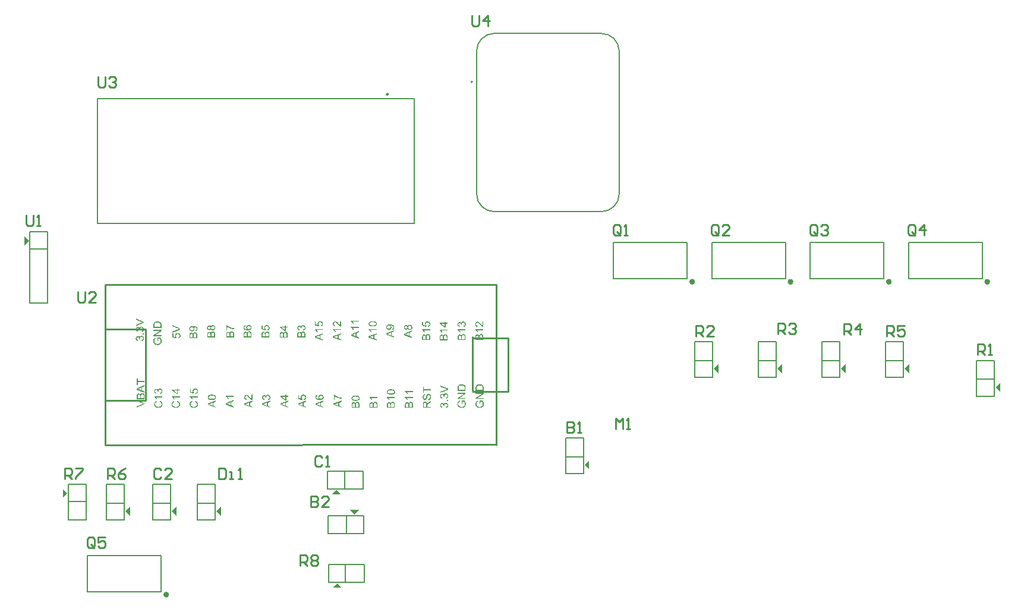
<source format=gto>
G04*
G04 #@! TF.GenerationSoftware,Altium Limited,Altium Designer,22.11.1 (43)*
G04*
G04 Layer_Color=65535*
%FSLAX44Y44*%
%MOMM*%
G71*
G04*
G04 #@! TF.SameCoordinates,14A6941D-5628-486E-95A6-CD52BDA425C4*
G04*
G04*
G04 #@! TF.FilePolarity,Positive*
G04*
G01*
G75*
%ADD10C,0.2500*%
%ADD11C,0.4000*%
%ADD12C,0.2000*%
%ADD13C,0.1270*%
%ADD14C,0.1778*%
%ADD15C,0.2540*%
G36*
X110236Y529844D02*
X103886Y523494D01*
Y536194D01*
X110236Y529844D01*
D02*
G37*
G36*
X554990Y168656D02*
X542290D01*
X548640Y175006D01*
X554990Y168656D01*
D02*
G37*
G36*
X164846Y169926D02*
X158496Y163576D01*
Y176276D01*
X164846Y169926D01*
D02*
G37*
G36*
X383794Y138176D02*
X377444Y144526D01*
X383794Y150876D01*
Y138176D01*
D02*
G37*
G36*
X320294D02*
X313944Y144526D01*
X320294Y150876D01*
Y138176D01*
D02*
G37*
G36*
X254254D02*
X247904Y144526D01*
X254254Y150876D01*
Y138176D01*
D02*
G37*
G36*
X556260Y35306D02*
X543560D01*
X549910Y41656D01*
X556260Y35306D01*
D02*
G37*
G36*
X574294Y139954D02*
X580644Y146304D01*
X567944D01*
X574294Y139954D01*
D02*
G37*
G36*
X901954Y210566D02*
X908304Y204216D01*
Y216916D01*
X901954Y210566D01*
D02*
G37*
G36*
X1086104Y347726D02*
X1092454Y341376D01*
Y354076D01*
X1086104Y347726D01*
D02*
G37*
G36*
X1176697D02*
X1183047Y341376D01*
Y354076D01*
X1176697Y347726D01*
D02*
G37*
G36*
X1267291D02*
X1273641Y341376D01*
Y354076D01*
X1267291Y347726D01*
D02*
G37*
G36*
X1357884D02*
X1364234Y341376D01*
Y354076D01*
X1357884Y347726D01*
D02*
G37*
G36*
X1487424Y321056D02*
X1493774Y314706D01*
Y327406D01*
X1487424Y321056D01*
D02*
G37*
G36*
X326065Y405127D02*
Y403563D01*
X314676Y399152D01*
Y400798D01*
X322955Y403761D01*
X322971D01*
X323004Y403777D01*
X323054Y403794D01*
X323119Y403826D01*
X323218Y403843D01*
X323317Y403876D01*
X323564Y403958D01*
X323843Y404057D01*
X324156Y404156D01*
X324815Y404353D01*
X324798D01*
X324765Y404370D01*
X324716Y404386D01*
X324650Y404403D01*
X324469Y404452D01*
X324222Y404534D01*
X323942Y404617D01*
X323629Y404715D01*
X323300Y404831D01*
X322955Y404962D01*
X314676Y408056D01*
Y409587D01*
X326065Y405127D01*
D02*
G37*
G36*
X322477Y398444D02*
X322609Y398428D01*
X322757Y398411D01*
X322938Y398378D01*
X323119Y398346D01*
X323547Y398247D01*
X323992Y398082D01*
X324222Y397984D01*
X324436Y397852D01*
X324666Y397720D01*
X324880Y397556D01*
X324897Y397539D01*
X324946Y397506D01*
X325012Y397440D01*
X325094Y397358D01*
X325193Y397243D01*
X325325Y397111D01*
X325440Y396946D01*
X325572Y396766D01*
X325703Y396568D01*
X325819Y396338D01*
X325934Y396091D01*
X326049Y395827D01*
X326131Y395547D01*
X326197Y395235D01*
X326246Y394906D01*
X326263Y394560D01*
Y394412D01*
X326246Y394297D01*
X326230Y394165D01*
X326214Y394017D01*
X326197Y393836D01*
X326148Y393655D01*
X326049Y393243D01*
X325901Y392832D01*
X325802Y392618D01*
X325687Y392404D01*
X325555Y392206D01*
X325407Y392009D01*
X325391Y391992D01*
X325374Y391959D01*
X325308Y391926D01*
X325243Y391861D01*
X325160Y391778D01*
X325061Y391696D01*
X324930Y391597D01*
X324782Y391515D01*
X324633Y391416D01*
X324453Y391317D01*
X324058Y391136D01*
X323597Y390988D01*
X323350Y390939D01*
X323086Y390906D01*
X322971Y392371D01*
X322988D01*
X323021D01*
X323070Y392387D01*
X323152Y392404D01*
X323333Y392453D01*
X323580Y392519D01*
X323827Y392618D01*
X324107Y392749D01*
X324354Y392914D01*
X324584Y393111D01*
X324601Y393144D01*
X324666Y393210D01*
X324749Y393342D01*
X324847Y393523D01*
X324946Y393721D01*
X325029Y393967D01*
X325094Y394247D01*
X325111Y394560D01*
Y394659D01*
X325094Y394725D01*
X325078Y394922D01*
X325012Y395153D01*
X324930Y395432D01*
X324798Y395712D01*
X324601Y396008D01*
X324485Y396140D01*
X324354Y396272D01*
X324337Y396288D01*
X324321Y396305D01*
X324271Y396338D01*
X324222Y396387D01*
X324041Y396502D01*
X323811Y396634D01*
X323531Y396749D01*
X323185Y396864D01*
X322774Y396946D01*
X322560Y396979D01*
X322329D01*
X322313D01*
X322280D01*
X322214D01*
X322132Y396963D01*
X322033D01*
X321918Y396946D01*
X321654Y396897D01*
X321342Y396815D01*
X321029Y396700D01*
X320733Y396535D01*
X320453Y396305D01*
X320436D01*
X320420Y396272D01*
X320338Y396189D01*
X320223Y396041D01*
X320091Y395844D01*
X319976Y395580D01*
X319860Y395284D01*
X319778Y394939D01*
X319745Y394741D01*
Y394428D01*
X319762Y394297D01*
X319778Y394132D01*
X319827Y393935D01*
X319877Y393737D01*
X319959Y393523D01*
X320058Y393309D01*
X320074Y393293D01*
X320107Y393227D01*
X320190Y393128D01*
X320272Y392996D01*
X320387Y392865D01*
X320535Y392733D01*
X320683Y392585D01*
X320864Y392470D01*
X320683Y391153D01*
X314824Y392256D01*
Y397918D01*
X316157D01*
Y393358D01*
X319235Y392749D01*
X319219Y392766D01*
X319202Y392799D01*
X319169Y392848D01*
X319120Y392930D01*
X319070Y393029D01*
X319004Y393144D01*
X318873Y393408D01*
X318741Y393737D01*
X318626Y394099D01*
X318544Y394494D01*
X318511Y394692D01*
Y395054D01*
X318527Y395153D01*
X318544Y395284D01*
X318560Y395432D01*
X318593Y395597D01*
X318642Y395778D01*
X318758Y396173D01*
X318840Y396387D01*
X318955Y396601D01*
X319070Y396815D01*
X319202Y397029D01*
X319367Y397226D01*
X319548Y397424D01*
X319564Y397440D01*
X319597Y397473D01*
X319646Y397523D01*
X319729Y397588D01*
X319844Y397671D01*
X319959Y397753D01*
X320107Y397852D01*
X320272Y397951D01*
X320453Y398033D01*
X320650Y398132D01*
X320881Y398214D01*
X321111Y398296D01*
X321358Y398362D01*
X321638Y398411D01*
X321918Y398444D01*
X322214Y398461D01*
X322230D01*
X322280D01*
X322362D01*
X322477Y398444D01*
D02*
G37*
G36*
X344813Y408484D02*
X345027D01*
X345274Y408468D01*
X345521Y408435D01*
X346081Y408386D01*
X346673Y408303D01*
X347233Y408188D01*
X347513Y408106D01*
X347760Y408024D01*
X347776D01*
X347809Y408007D01*
X347875Y407974D01*
X347974Y407941D01*
X348072Y407892D01*
X348204Y407826D01*
X348484Y407662D01*
X348797Y407464D01*
X349126Y407234D01*
X349438Y406937D01*
X349718Y406608D01*
Y406592D01*
X349751Y406559D01*
X349784Y406509D01*
X349817Y406443D01*
X349866Y406345D01*
X349932Y406246D01*
X349998Y406114D01*
X350047Y405983D01*
X350179Y405670D01*
X350294Y405291D01*
X350360Y404880D01*
X350393Y404419D01*
Y404287D01*
X350377Y404205D01*
Y404090D01*
X350360Y403958D01*
X350294Y403645D01*
X350212Y403300D01*
X350080Y402938D01*
X349899Y402576D01*
X349784Y402394D01*
X349652Y402230D01*
X349636Y402214D01*
X349619Y402197D01*
X349570Y402148D01*
X349521Y402098D01*
X349438Y402032D01*
X349340Y401950D01*
X349109Y401786D01*
X348813Y401621D01*
X348451Y401456D01*
X348039Y401325D01*
X347562Y401226D01*
X347447Y402576D01*
X347463D01*
X347496Y402592D01*
X347529D01*
X347595Y402608D01*
X347776Y402658D01*
X347974Y402724D01*
X348204Y402806D01*
X348434Y402921D01*
X348648Y403053D01*
X348829Y403218D01*
X348846Y403234D01*
X348895Y403300D01*
X348961Y403415D01*
X349027Y403547D01*
X349109Y403728D01*
X349175Y403942D01*
X349224Y404189D01*
X349241Y404452D01*
Y404567D01*
X349224Y404682D01*
X349208Y404831D01*
X349175Y405011D01*
X349126Y405193D01*
X349060Y405390D01*
X348961Y405571D01*
X348945Y405588D01*
X348912Y405653D01*
X348846Y405752D01*
X348747Y405851D01*
X348632Y405983D01*
X348500Y406114D01*
X348352Y406246D01*
X348171Y406378D01*
X348154Y406394D01*
X348072Y406427D01*
X347957Y406493D01*
X347809Y406559D01*
X347611Y406641D01*
X347381Y406723D01*
X347118Y406806D01*
X346821Y406888D01*
X346805D01*
X346788Y406904D01*
X346739D01*
X346673Y406921D01*
X346509Y406954D01*
X346295Y407003D01*
X346031Y407036D01*
X345751Y407069D01*
X345439Y407085D01*
X345110Y407102D01*
X345093D01*
X345044D01*
X344962D01*
X344830D01*
X344863Y407085D01*
X344945Y407020D01*
X345060Y406921D01*
X345225Y406806D01*
X345389Y406641D01*
X345570Y406443D01*
X345751Y406213D01*
X345916Y405950D01*
X345933Y405917D01*
X345982Y405818D01*
X346048Y405670D01*
X346114Y405489D01*
X346196Y405242D01*
X346262Y404979D01*
X346311Y404682D01*
X346328Y404370D01*
Y404238D01*
X346311Y404139D01*
X346295Y404007D01*
X346278Y403876D01*
X346245Y403711D01*
X346196Y403547D01*
X346081Y403168D01*
X345998Y402971D01*
X345900Y402773D01*
X345784Y402559D01*
X345636Y402362D01*
X345488Y402164D01*
X345307Y401983D01*
X345291Y401967D01*
X345258Y401934D01*
X345208Y401901D01*
X345126Y401835D01*
X345011Y401753D01*
X344896Y401670D01*
X344748Y401588D01*
X344583Y401506D01*
X344402Y401407D01*
X344204Y401325D01*
X343974Y401242D01*
X343744Y401160D01*
X343480Y401094D01*
X343200Y401061D01*
X342920Y401028D01*
X342608Y401012D01*
X342591D01*
X342525D01*
X342443D01*
X342328Y401028D01*
X342180Y401045D01*
X341999Y401061D01*
X341818Y401094D01*
X341604Y401144D01*
X341176Y401259D01*
X340945Y401341D01*
X340699Y401440D01*
X340468Y401555D01*
X340254Y401703D01*
X340024Y401851D01*
X339826Y402032D01*
X339810Y402049D01*
X339777Y402082D01*
X339727Y402131D01*
X339662Y402214D01*
X339579Y402312D01*
X339481Y402444D01*
X339398Y402576D01*
X339283Y402740D01*
X339184Y402905D01*
X339102Y403102D01*
X338921Y403547D01*
X338855Y403777D01*
X338806Y404040D01*
X338773Y404304D01*
X338756Y404584D01*
Y404699D01*
X338773Y404781D01*
Y404863D01*
X338789Y404979D01*
X338839Y405258D01*
X338904Y405571D01*
X339020Y405917D01*
X339168Y406262D01*
X339365Y406608D01*
Y406624D01*
X339398Y406641D01*
X339431Y406690D01*
X339481Y406756D01*
X339612Y406921D01*
X339793Y407135D01*
X340040Y407349D01*
X340336Y407596D01*
X340682Y407810D01*
X341077Y408007D01*
X341094D01*
X341127Y408024D01*
X341192Y408056D01*
X341275Y408089D01*
X341390Y408122D01*
X341538Y408172D01*
X341702Y408205D01*
X341884Y408254D01*
X342098Y408303D01*
X342345Y408353D01*
X342608Y408386D01*
X342888Y408419D01*
X343200Y408451D01*
X343530Y408484D01*
X343892Y408501D01*
X344270D01*
X344287D01*
X344369D01*
X344484D01*
X344632D01*
X344813Y408484D01*
D02*
G37*
G36*
X347183Y399498D02*
X347381Y399465D01*
X347611Y399432D01*
X347858Y399366D01*
X348122Y399284D01*
X348385Y399169D01*
X348418Y399152D01*
X348500Y399103D01*
X348615Y399037D01*
X348780Y398938D01*
X348945Y398806D01*
X349126Y398675D01*
X349307Y398510D01*
X349455Y398329D01*
X349471Y398313D01*
X349521Y398247D01*
X349586Y398132D01*
X349652Y397984D01*
X349751Y397802D01*
X349850Y397588D01*
X349932Y397358D01*
X350014Y397078D01*
Y397045D01*
X350047Y396946D01*
X350064Y396782D01*
X350097Y396568D01*
X350130Y396305D01*
X350163Y395992D01*
X350179Y395646D01*
X350196Y395251D01*
Y390906D01*
X338806D01*
Y395383D01*
X338822Y395498D01*
Y395630D01*
X338855Y395926D01*
X338888Y396255D01*
X338954Y396601D01*
X339036Y396946D01*
X339151Y397259D01*
Y397276D01*
X339168Y397292D01*
X339217Y397391D01*
X339300Y397539D01*
X339415Y397704D01*
X339563Y397901D01*
X339744Y398115D01*
X339974Y398313D01*
X340221Y398494D01*
X340254Y398510D01*
X340353Y398559D01*
X340485Y398642D01*
X340682Y398724D01*
X340913Y398806D01*
X341159Y398889D01*
X341439Y398938D01*
X341719Y398955D01*
X341752D01*
X341834D01*
X341982Y398938D01*
X342163Y398905D01*
X342377Y398856D01*
X342608Y398773D01*
X342838Y398675D01*
X343085Y398543D01*
X343118Y398527D01*
X343184Y398477D01*
X343316Y398378D01*
X343447Y398247D01*
X343612Y398082D01*
X343793Y397885D01*
X343957Y397638D01*
X344122Y397358D01*
Y397374D01*
X344138Y397407D01*
X344155Y397457D01*
X344188Y397523D01*
X344254Y397720D01*
X344369Y397951D01*
X344517Y398197D01*
X344698Y398477D01*
X344912Y398724D01*
X345175Y398955D01*
X345208Y398971D01*
X345307Y399037D01*
X345455Y399136D01*
X345653Y399234D01*
X345916Y399333D01*
X346196Y399432D01*
X346525Y399498D01*
X346887Y399514D01*
X346904D01*
X346920D01*
X347019D01*
X347183Y399498D01*
D02*
G37*
G36*
X372600Y409754D02*
X372715Y409738D01*
X372863Y409721D01*
X373028Y409689D01*
X373209Y409639D01*
X373587Y409524D01*
X373801Y409442D01*
X373999Y409327D01*
X374213Y409211D01*
X374410Y409080D01*
X374608Y408915D01*
X374805Y408734D01*
X374822Y408717D01*
X374855Y408685D01*
X374904Y408635D01*
X374954Y408553D01*
X375036Y408438D01*
X375118Y408322D01*
X375201Y408174D01*
X375299Y408010D01*
X375398Y407829D01*
X375480Y407615D01*
X375563Y407384D01*
X375645Y407154D01*
X375694Y406890D01*
X375744Y406611D01*
X375776Y406331D01*
X375793Y406018D01*
Y405854D01*
X375776Y405738D01*
X375760Y405590D01*
X375744Y405426D01*
X375711Y405245D01*
X375661Y405047D01*
X375546Y404603D01*
X375464Y404372D01*
X375382Y404158D01*
X375266Y403928D01*
X375135Y403697D01*
X374986Y403484D01*
X374805Y403286D01*
X374789Y403270D01*
X374756Y403237D01*
X374707Y403187D01*
X374624Y403121D01*
X374526Y403055D01*
X374410Y402957D01*
X374279Y402874D01*
X374114Y402776D01*
X373950Y402677D01*
X373752Y402595D01*
X373341Y402430D01*
X373094Y402364D01*
X372847Y402315D01*
X372584Y402282D01*
X372320Y402266D01*
X372304D01*
X372271D01*
X372205D01*
X372139Y402282D01*
X372040D01*
X371925Y402298D01*
X371662Y402331D01*
X371366Y402397D01*
X371069Y402496D01*
X370756Y402644D01*
X370460Y402825D01*
X370444D01*
X370427Y402858D01*
X370345Y402924D01*
X370213Y403055D01*
X370049Y403237D01*
X369884Y403467D01*
X369703Y403747D01*
X369555Y404059D01*
X369440Y404438D01*
Y404422D01*
X369423Y404405D01*
X369407Y404356D01*
X369374Y404290D01*
X369308Y404142D01*
X369209Y403944D01*
X369078Y403730D01*
X368913Y403516D01*
X368732Y403319D01*
X368535Y403138D01*
X368502Y403121D01*
X368436Y403072D01*
X368304Y403006D01*
X368139Y402940D01*
X367925Y402858D01*
X367679Y402792D01*
X367399Y402743D01*
X367103Y402726D01*
X367086D01*
X367053D01*
X366987D01*
X366889Y402743D01*
X366790Y402759D01*
X366658Y402776D01*
X366378Y402842D01*
X366049Y402940D01*
X365704Y403105D01*
X365522Y403204D01*
X365341Y403319D01*
X365177Y403467D01*
X365012Y403615D01*
X364996Y403632D01*
X364979Y403665D01*
X364930Y403714D01*
X364881Y403780D01*
X364815Y403862D01*
X364749Y403977D01*
X364667Y404109D01*
X364584Y404241D01*
X364502Y404405D01*
X364420Y404586D01*
X364354Y404784D01*
X364288Y404998D01*
X364189Y405459D01*
X364173Y405722D01*
X364156Y405985D01*
Y406133D01*
X364173Y406232D01*
X364189Y406364D01*
X364206Y406512D01*
X364222Y406677D01*
X364272Y406841D01*
X364370Y407236D01*
X364518Y407631D01*
X364617Y407829D01*
X364732Y408026D01*
X364881Y408207D01*
X365029Y408388D01*
X365045Y408405D01*
X365062Y408421D01*
X365111Y408471D01*
X365177Y408536D01*
X365276Y408602D01*
X365374Y408685D01*
X365621Y408849D01*
X365934Y409014D01*
X366296Y409162D01*
X366707Y409277D01*
X366922Y409294D01*
X367152Y409310D01*
X367168D01*
X367185D01*
X367284D01*
X367432Y409294D01*
X367613Y409261D01*
X367843Y409211D01*
X368074Y409129D01*
X368304Y409030D01*
X368535Y408882D01*
X368567Y408866D01*
X368633Y408800D01*
X368732Y408701D01*
X368864Y408569D01*
X369012Y408388D01*
X369160Y408174D01*
X369308Y407928D01*
X369440Y407631D01*
Y407648D01*
X369456Y407681D01*
X369473Y407730D01*
X369506Y407796D01*
X369588Y407993D01*
X369703Y408224D01*
X369868Y408471D01*
X370049Y408734D01*
X370279Y408981D01*
X370542Y409211D01*
X370559D01*
X370575Y409228D01*
X370674Y409294D01*
X370839Y409392D01*
X371053Y409491D01*
X371316Y409590D01*
X371629Y409689D01*
X371974Y409754D01*
X372353Y409771D01*
X372369D01*
X372419D01*
X372501D01*
X372600Y409754D01*
D02*
G37*
G36*
X372584Y400768D02*
X372781Y400735D01*
X373011Y400702D01*
X373258Y400636D01*
X373522Y400554D01*
X373785Y400438D01*
X373818Y400422D01*
X373900Y400373D01*
X374015Y400307D01*
X374180Y400208D01*
X374345Y400076D01*
X374526Y399945D01*
X374707Y399780D01*
X374855Y399599D01*
X374871Y399583D01*
X374921Y399517D01*
X374986Y399402D01*
X375052Y399254D01*
X375151Y399072D01*
X375250Y398858D01*
X375332Y398628D01*
X375414Y398348D01*
Y398315D01*
X375447Y398217D01*
X375464Y398052D01*
X375497Y397838D01*
X375530Y397575D01*
X375563Y397262D01*
X375579Y396916D01*
X375596Y396521D01*
Y392176D01*
X364206D01*
Y396653D01*
X364222Y396768D01*
Y396900D01*
X364255Y397196D01*
X364288Y397525D01*
X364354Y397871D01*
X364436Y398217D01*
X364551Y398529D01*
Y398546D01*
X364568Y398562D01*
X364617Y398661D01*
X364700Y398809D01*
X364815Y398974D01*
X364963Y399171D01*
X365144Y399385D01*
X365374Y399583D01*
X365621Y399764D01*
X365654Y399780D01*
X365753Y399829D01*
X365885Y399912D01*
X366082Y399994D01*
X366312Y400076D01*
X366559Y400159D01*
X366839Y400208D01*
X367119Y400224D01*
X367152D01*
X367234D01*
X367382Y400208D01*
X367563Y400175D01*
X367777Y400126D01*
X368008Y400043D01*
X368238Y399945D01*
X368485Y399813D01*
X368518Y399797D01*
X368584Y399747D01*
X368716Y399649D01*
X368847Y399517D01*
X369012Y399352D01*
X369193Y399155D01*
X369357Y398908D01*
X369522Y398628D01*
Y398644D01*
X369538Y398677D01*
X369555Y398727D01*
X369588Y398793D01*
X369654Y398990D01*
X369769Y399221D01*
X369917Y399467D01*
X370098Y399747D01*
X370312Y399994D01*
X370575Y400224D01*
X370608Y400241D01*
X370707Y400307D01*
X370855Y400406D01*
X371053Y400504D01*
X371316Y400603D01*
X371596Y400702D01*
X371925Y400768D01*
X372287Y400784D01*
X372304D01*
X372320D01*
X372419D01*
X372584Y400768D01*
D02*
G37*
G36*
X273995Y414583D02*
Y413019D01*
X262606Y408608D01*
Y410254D01*
X270885Y413217D01*
X270901D01*
X270934Y413233D01*
X270984Y413250D01*
X271049Y413283D01*
X271148Y413299D01*
X271247Y413332D01*
X271494Y413414D01*
X271773Y413513D01*
X272086Y413612D01*
X272745Y413809D01*
X272728D01*
X272695Y413826D01*
X272646Y413842D01*
X272580Y413859D01*
X272399Y413908D01*
X272152Y413990D01*
X271872Y414073D01*
X271560Y414171D01*
X271230Y414287D01*
X270885Y414418D01*
X262606Y417513D01*
Y419043D01*
X273995Y414583D01*
D02*
G37*
G36*
X270885Y407818D02*
X271016Y407802D01*
X271164Y407769D01*
X271329Y407736D01*
X271510Y407703D01*
X271905Y407571D01*
X272119Y407472D01*
X272317Y407374D01*
X272531Y407242D01*
X272745Y407094D01*
X272959Y406929D01*
X273156Y406732D01*
X273172Y406715D01*
X273205Y406682D01*
X273255Y406617D01*
X273321Y406534D01*
X273403Y406436D01*
X273485Y406304D01*
X273584Y406156D01*
X273666Y405975D01*
X273765Y405794D01*
X273864Y405580D01*
X273946Y405366D01*
X274028Y405119D01*
X274094Y404855D01*
X274144Y404576D01*
X274177Y404296D01*
X274193Y403983D01*
Y403835D01*
X274177Y403736D01*
X274160Y403605D01*
X274144Y403456D01*
X274111Y403292D01*
X274078Y403111D01*
X273979Y402716D01*
X273814Y402304D01*
X273716Y402090D01*
X273601Y401893D01*
X273452Y401695D01*
X273304Y401498D01*
X273288Y401481D01*
X273255Y401448D01*
X273205Y401399D01*
X273140Y401350D01*
X273057Y401267D01*
X272942Y401185D01*
X272827Y401086D01*
X272679Y400988D01*
X272514Y400889D01*
X272350Y400790D01*
X271954Y400609D01*
X271494Y400461D01*
X271247Y400411D01*
X270984Y400379D01*
X270802Y401778D01*
X270819D01*
X270852Y401794D01*
X270918Y401810D01*
X271000Y401827D01*
X271099Y401843D01*
X271214Y401876D01*
X271461Y401959D01*
X271757Y402074D01*
X272037Y402222D01*
X272300Y402387D01*
X272531Y402584D01*
X272547Y402617D01*
X272613Y402683D01*
X272695Y402814D01*
X272778Y402979D01*
X272876Y403177D01*
X272959Y403424D01*
X273024Y403703D01*
X273041Y404000D01*
Y404098D01*
X273024Y404164D01*
X273008Y404345D01*
X272959Y404576D01*
X272876Y404839D01*
X272761Y405119D01*
X272596Y405399D01*
X272366Y405662D01*
X272333Y405695D01*
X272234Y405777D01*
X272086Y405876D01*
X271889Y406008D01*
X271642Y406139D01*
X271362Y406238D01*
X271033Y406320D01*
X270671Y406353D01*
X270654D01*
X270621D01*
X270572D01*
X270506Y406337D01*
X270325Y406320D01*
X270111Y406271D01*
X269848Y406205D01*
X269584Y406090D01*
X269321Y405925D01*
X269074Y405711D01*
X269041Y405678D01*
X268975Y405596D01*
X268877Y405465D01*
X268762Y405283D01*
X268646Y405053D01*
X268547Y404773D01*
X268482Y404460D01*
X268449Y404115D01*
Y403967D01*
X268465Y403852D01*
X268482Y403703D01*
X268515Y403539D01*
X268547Y403341D01*
X268597Y403127D01*
X267362Y403292D01*
Y403374D01*
X267379Y403440D01*
Y403654D01*
X267346Y403835D01*
X267313Y404049D01*
X267264Y404296D01*
X267181Y404576D01*
X267066Y404839D01*
X266918Y405119D01*
Y405135D01*
X266902Y405152D01*
X266836Y405234D01*
X266721Y405349D01*
X266572Y405481D01*
X266358Y405613D01*
X266112Y405728D01*
X265832Y405810D01*
X265667Y405843D01*
X265486D01*
X265470D01*
X265453D01*
X265354D01*
X265223Y405810D01*
X265042Y405777D01*
X264844Y405711D01*
X264630Y405629D01*
X264416Y405497D01*
X264219Y405316D01*
X264202Y405300D01*
X264136Y405218D01*
X264054Y405102D01*
X263955Y404954D01*
X263873Y404757D01*
X263791Y404526D01*
X263725Y404263D01*
X263708Y403967D01*
Y403835D01*
X263741Y403687D01*
X263774Y403489D01*
X263840Y403275D01*
X263923Y403061D01*
X264054Y402831D01*
X264219Y402617D01*
X264235Y402601D01*
X264317Y402535D01*
X264433Y402436D01*
X264597Y402321D01*
X264811Y402206D01*
X265075Y402090D01*
X265387Y401992D01*
X265749Y401926D01*
X265502Y400527D01*
X265486D01*
X265437Y400543D01*
X265371Y400560D01*
X265272Y400576D01*
X265157Y400609D01*
X265025Y400658D01*
X264713Y400757D01*
X264350Y400922D01*
X263988Y401119D01*
X263643Y401366D01*
X263330Y401679D01*
X263314Y401695D01*
X263297Y401728D01*
X263264Y401778D01*
X263215Y401843D01*
X263149Y401926D01*
X263083Y402041D01*
X263017Y402156D01*
X262935Y402304D01*
X262803Y402634D01*
X262672Y403012D01*
X262589Y403456D01*
X262556Y403687D01*
Y404098D01*
X262573Y404279D01*
X262606Y404493D01*
X262655Y404757D01*
X262737Y405053D01*
X262836Y405349D01*
X262968Y405645D01*
Y405662D01*
X262984Y405678D01*
X263034Y405777D01*
X263132Y405925D01*
X263248Y406090D01*
X263412Y406287D01*
X263593Y406485D01*
X263807Y406682D01*
X264054Y406847D01*
X264087Y406864D01*
X264169Y406913D01*
X264317Y406979D01*
X264499Y407061D01*
X264713Y407143D01*
X264959Y407209D01*
X265239Y407258D01*
X265519Y407275D01*
X265552D01*
X265651D01*
X265782Y407258D01*
X265963Y407226D01*
X266177Y407176D01*
X266408Y407094D01*
X266638Y406995D01*
X266869Y406864D01*
X266902Y406847D01*
X266967Y406798D01*
X267083Y406699D01*
X267214Y406567D01*
X267362Y406403D01*
X267527Y406205D01*
X267675Y405975D01*
X267823Y405695D01*
Y405711D01*
X267840Y405744D01*
X267856Y405794D01*
X267873Y405859D01*
X267938Y406040D01*
X268037Y406271D01*
X268169Y406534D01*
X268333Y406798D01*
X268547Y407045D01*
X268794Y407275D01*
X268827Y407291D01*
X268926Y407357D01*
X269091Y407456D01*
X269305Y407555D01*
X269568Y407654D01*
X269881Y407752D01*
X270243Y407818D01*
X270638Y407835D01*
X270654D01*
X270704D01*
X270786D01*
X270885Y407818D01*
D02*
G37*
G36*
X273995Y396725D02*
X272399D01*
Y398321D01*
X273995D01*
Y396725D01*
D02*
G37*
G36*
X270885Y394536D02*
X271016Y394519D01*
X271164Y394486D01*
X271329Y394453D01*
X271510Y394420D01*
X271905Y394289D01*
X272119Y394190D01*
X272317Y394091D01*
X272531Y393960D01*
X272745Y393811D01*
X272959Y393647D01*
X273156Y393449D01*
X273172Y393433D01*
X273205Y393400D01*
X273255Y393334D01*
X273321Y393252D01*
X273403Y393153D01*
X273485Y393021D01*
X273584Y392873D01*
X273666Y392692D01*
X273765Y392511D01*
X273864Y392297D01*
X273946Y392083D01*
X274028Y391836D01*
X274094Y391573D01*
X274144Y391293D01*
X274177Y391013D01*
X274193Y390701D01*
Y390552D01*
X274177Y390454D01*
X274160Y390322D01*
X274144Y390174D01*
X274111Y390009D01*
X274078Y389828D01*
X273979Y389433D01*
X273814Y389022D01*
X273716Y388808D01*
X273601Y388610D01*
X273452Y388413D01*
X273304Y388215D01*
X273288Y388199D01*
X273255Y388166D01*
X273205Y388116D01*
X273140Y388067D01*
X273057Y387985D01*
X272942Y387902D01*
X272827Y387804D01*
X272679Y387705D01*
X272514Y387606D01*
X272350Y387508D01*
X271954Y387326D01*
X271494Y387178D01*
X271247Y387129D01*
X270984Y387096D01*
X270802Y388495D01*
X270819D01*
X270852Y388512D01*
X270918Y388528D01*
X271000Y388544D01*
X271099Y388561D01*
X271214Y388594D01*
X271461Y388676D01*
X271757Y388791D01*
X272037Y388939D01*
X272300Y389104D01*
X272531Y389301D01*
X272547Y389334D01*
X272613Y389400D01*
X272695Y389532D01*
X272778Y389697D01*
X272876Y389894D01*
X272959Y390141D01*
X273024Y390421D01*
X273041Y390717D01*
Y390816D01*
X273024Y390882D01*
X273008Y391063D01*
X272959Y391293D01*
X272876Y391556D01*
X272761Y391836D01*
X272596Y392116D01*
X272366Y392379D01*
X272333Y392412D01*
X272234Y392495D01*
X272086Y392593D01*
X271889Y392725D01*
X271642Y392857D01*
X271362Y392956D01*
X271033Y393038D01*
X270671Y393071D01*
X270654D01*
X270621D01*
X270572D01*
X270506Y393054D01*
X270325Y393038D01*
X270111Y392988D01*
X269848Y392923D01*
X269584Y392807D01*
X269321Y392643D01*
X269074Y392429D01*
X269041Y392396D01*
X268975Y392314D01*
X268877Y392182D01*
X268762Y392001D01*
X268646Y391770D01*
X268547Y391491D01*
X268482Y391178D01*
X268449Y390832D01*
Y390684D01*
X268465Y390569D01*
X268482Y390421D01*
X268515Y390256D01*
X268547Y390059D01*
X268597Y389845D01*
X267362Y390009D01*
Y390092D01*
X267379Y390157D01*
Y390371D01*
X267346Y390552D01*
X267313Y390766D01*
X267264Y391013D01*
X267181Y391293D01*
X267066Y391556D01*
X266918Y391836D01*
Y391853D01*
X266902Y391869D01*
X266836Y391951D01*
X266721Y392067D01*
X266572Y392198D01*
X266358Y392330D01*
X266112Y392445D01*
X265832Y392528D01*
X265667Y392561D01*
X265486D01*
X265470D01*
X265453D01*
X265354D01*
X265223Y392528D01*
X265042Y392495D01*
X264844Y392429D01*
X264630Y392346D01*
X264416Y392215D01*
X264219Y392034D01*
X264202Y392017D01*
X264136Y391935D01*
X264054Y391820D01*
X263955Y391672D01*
X263873Y391474D01*
X263791Y391244D01*
X263725Y390980D01*
X263708Y390684D01*
Y390552D01*
X263741Y390404D01*
X263774Y390207D01*
X263840Y389993D01*
X263923Y389779D01*
X264054Y389548D01*
X264219Y389334D01*
X264235Y389318D01*
X264317Y389252D01*
X264433Y389153D01*
X264597Y389038D01*
X264811Y388923D01*
X265075Y388808D01*
X265387Y388709D01*
X265749Y388643D01*
X265502Y387244D01*
X265486D01*
X265437Y387261D01*
X265371Y387277D01*
X265272Y387294D01*
X265157Y387326D01*
X265025Y387376D01*
X264713Y387475D01*
X264350Y387639D01*
X263988Y387837D01*
X263643Y388084D01*
X263330Y388396D01*
X263314Y388413D01*
X263297Y388446D01*
X263264Y388495D01*
X263215Y388561D01*
X263149Y388643D01*
X263083Y388758D01*
X263017Y388874D01*
X262935Y389022D01*
X262803Y389351D01*
X262672Y389729D01*
X262589Y390174D01*
X262556Y390404D01*
Y390816D01*
X262573Y390997D01*
X262606Y391211D01*
X262655Y391474D01*
X262737Y391770D01*
X262836Y392067D01*
X262968Y392363D01*
Y392379D01*
X262984Y392396D01*
X263034Y392495D01*
X263132Y392643D01*
X263248Y392807D01*
X263412Y393005D01*
X263593Y393202D01*
X263807Y393400D01*
X264054Y393564D01*
X264087Y393581D01*
X264169Y393630D01*
X264317Y393696D01*
X264499Y393778D01*
X264713Y393861D01*
X264959Y393927D01*
X265239Y393976D01*
X265519Y393992D01*
X265552D01*
X265651D01*
X265782Y393976D01*
X265963Y393943D01*
X266177Y393894D01*
X266408Y393811D01*
X266638Y393713D01*
X266869Y393581D01*
X266902Y393564D01*
X266967Y393515D01*
X267083Y393416D01*
X267214Y393285D01*
X267362Y393120D01*
X267527Y392923D01*
X267675Y392692D01*
X267823Y392412D01*
Y392429D01*
X267840Y392462D01*
X267856Y392511D01*
X267873Y392577D01*
X267938Y392758D01*
X268037Y392988D01*
X268169Y393252D01*
X268333Y393515D01*
X268547Y393762D01*
X268794Y393992D01*
X268827Y394009D01*
X268926Y394075D01*
X269091Y394174D01*
X269305Y394272D01*
X269568Y394371D01*
X269881Y394470D01*
X270243Y394536D01*
X270638Y394552D01*
X270654D01*
X270704D01*
X270786D01*
X270885Y394536D01*
D02*
G37*
G36*
X293726Y415116D02*
X293858D01*
X294171Y415100D01*
X294533Y415050D01*
X294911Y415001D01*
X295306Y414919D01*
X295702Y414820D01*
X295718D01*
X295751Y414804D01*
X295800Y414787D01*
X295866Y414771D01*
X296047Y414705D01*
X296278Y414606D01*
X296541Y414507D01*
X296804Y414376D01*
X297084Y414211D01*
X297347Y414046D01*
X297380Y414030D01*
X297463Y413964D01*
X297578Y413865D01*
X297726Y413734D01*
X297891Y413586D01*
X298055Y413405D01*
X298236Y413223D01*
X298384Y413009D01*
X298401Y412977D01*
X298450Y412911D01*
X298516Y412795D01*
X298598Y412631D01*
X298697Y412433D01*
X298779Y412203D01*
X298878Y411940D01*
X298960Y411643D01*
Y411610D01*
X298977Y411561D01*
X298993Y411512D01*
X299010Y411347D01*
X299043Y411117D01*
X299076Y410853D01*
X299109Y410541D01*
X299125Y410195D01*
X299142Y409816D01*
Y405718D01*
X287752D01*
Y410096D01*
X287768Y410392D01*
X287785Y410722D01*
X287818Y411051D01*
X287867Y411380D01*
X287916Y411660D01*
Y411676D01*
X287933Y411709D01*
Y411759D01*
X287966Y411824D01*
X288015Y412006D01*
X288097Y412236D01*
X288213Y412499D01*
X288361Y412779D01*
X288525Y413059D01*
X288739Y413322D01*
X288756Y413339D01*
X288772Y413355D01*
X288822Y413405D01*
X288871Y413470D01*
X289035Y413635D01*
X289266Y413832D01*
X289546Y414046D01*
X289875Y414277D01*
X290254Y414491D01*
X290681Y414672D01*
X290698D01*
X290731Y414688D01*
X290797Y414721D01*
X290895Y414738D01*
X291011Y414787D01*
X291142Y414820D01*
X291290Y414853D01*
X291472Y414902D01*
X291653Y414952D01*
X291866Y414985D01*
X292327Y415067D01*
X292838Y415116D01*
X293397Y415133D01*
X293414D01*
X293447D01*
X293529D01*
X293611D01*
X293726Y415116D01*
D02*
G37*
G36*
X299142Y401620D02*
X290204Y395662D01*
X299142D01*
Y394213D01*
X287752D01*
Y395760D01*
X296705Y401735D01*
X287752D01*
Y403183D01*
X299142D01*
Y401620D01*
D02*
G37*
G36*
X297578Y391991D02*
X297594Y391958D01*
X297644Y391892D01*
X297710Y391810D01*
X297775Y391711D01*
X297858Y391596D01*
X297956Y391448D01*
X298055Y391300D01*
X298269Y390954D01*
X298500Y390559D01*
X298714Y390148D01*
X298895Y389703D01*
Y389687D01*
X298911Y389654D01*
X298927Y389588D01*
X298960Y389506D01*
X298993Y389390D01*
X299043Y389259D01*
X299076Y389111D01*
X299109Y388963D01*
X299191Y388601D01*
X299273Y388189D01*
X299322Y387745D01*
X299339Y387284D01*
Y387119D01*
X299322Y387004D01*
Y386856D01*
X299306Y386675D01*
X299273Y386477D01*
X299257Y386263D01*
X299158Y385786D01*
X299043Y385276D01*
X298862Y384749D01*
X298763Y384486D01*
X298631Y384222D01*
X298615Y384206D01*
X298598Y384156D01*
X298549Y384091D01*
X298500Y383992D01*
X298417Y383877D01*
X298335Y383761D01*
X298105Y383449D01*
X297808Y383120D01*
X297446Y382774D01*
X297035Y382445D01*
X296557Y382149D01*
X296541D01*
X296492Y382116D01*
X296426Y382083D01*
X296311Y382033D01*
X296195Y381984D01*
X296031Y381935D01*
X295866Y381869D01*
X295669Y381803D01*
X295455Y381737D01*
X295208Y381671D01*
X294961Y381622D01*
X294697Y381572D01*
X294121Y381490D01*
X293512Y381457D01*
X293496D01*
X293430D01*
X293348D01*
X293233Y381474D01*
X293085D01*
X292903Y381490D01*
X292722Y381523D01*
X292508Y381539D01*
X292278Y381589D01*
X292031Y381622D01*
X291504Y381754D01*
X290961Y381918D01*
X290418Y382149D01*
X290402Y382165D01*
X290352Y382181D01*
X290286Y382214D01*
X290188Y382280D01*
X290056Y382346D01*
X289924Y382428D01*
X289612Y382659D01*
X289249Y382938D01*
X288904Y383284D01*
X288558Y383679D01*
X288410Y383910D01*
X288262Y384140D01*
X288246Y384156D01*
X288229Y384206D01*
X288196Y384272D01*
X288147Y384370D01*
X288097Y384502D01*
X288032Y384650D01*
X287966Y384815D01*
X287900Y385012D01*
X287834Y385226D01*
X287785Y385457D01*
X287719Y385704D01*
X287669Y385967D01*
X287587Y386543D01*
X287554Y386839D01*
Y387366D01*
X287571Y387465D01*
Y387597D01*
X287604Y387909D01*
X287653Y388255D01*
X287735Y388617D01*
X287834Y389012D01*
X287966Y389390D01*
Y389407D01*
X287982Y389440D01*
X287999Y389489D01*
X288032Y389555D01*
X288130Y389736D01*
X288246Y389967D01*
X288410Y390214D01*
X288608Y390477D01*
X288822Y390724D01*
X289085Y390954D01*
X289118Y390987D01*
X289217Y391053D01*
X289365Y391152D01*
X289579Y391283D01*
X289842Y391415D01*
X290171Y391563D01*
X290533Y391711D01*
X290945Y391827D01*
X291307Y390460D01*
X291290D01*
X291274Y390444D01*
X291225Y390428D01*
X291159Y390411D01*
X291011Y390362D01*
X290813Y390296D01*
X290583Y390197D01*
X290369Y390082D01*
X290138Y389967D01*
X289941Y389818D01*
X289924Y389802D01*
X289858Y389753D01*
X289776Y389654D01*
X289661Y389539D01*
X289529Y389390D01*
X289398Y389193D01*
X289266Y388979D01*
X289151Y388732D01*
X289134Y388699D01*
X289101Y388617D01*
X289052Y388469D01*
X288986Y388271D01*
X288937Y388041D01*
X288887Y387777D01*
X288855Y387481D01*
X288838Y387169D01*
Y386987D01*
X288855Y386905D01*
Y386806D01*
X288871Y386560D01*
X288920Y386280D01*
X288970Y385967D01*
X289052Y385671D01*
X289167Y385374D01*
X289184Y385342D01*
X289217Y385243D01*
X289299Y385111D01*
X289381Y384947D01*
X289513Y384749D01*
X289645Y384535D01*
X289809Y384338D01*
X289990Y384156D01*
X290007Y384140D01*
X290072Y384074D01*
X290188Y383992D01*
X290319Y383893D01*
X290484Y383778D01*
X290681Y383663D01*
X290895Y383548D01*
X291126Y383432D01*
X291142D01*
X291175Y383416D01*
X291225Y383399D01*
X291307Y383367D01*
X291406Y383334D01*
X291521Y383301D01*
X291653Y383251D01*
X291801Y383218D01*
X292146Y383136D01*
X292541Y383070D01*
X292953Y383021D01*
X293414Y383004D01*
X293430D01*
X293479D01*
X293562D01*
X293661Y383021D01*
X293792D01*
X293957Y383037D01*
X294121Y383054D01*
X294303Y383070D01*
X294714Y383136D01*
X295142Y383218D01*
X295570Y383350D01*
X295981Y383515D01*
X295998D01*
X296031Y383548D01*
X296080Y383564D01*
X296146Y383613D01*
X296327Y383729D01*
X296557Y383910D01*
X296804Y384124D01*
X297051Y384387D01*
X297282Y384700D01*
X297496Y385045D01*
Y385062D01*
X297512Y385095D01*
X297545Y385144D01*
X297578Y385226D01*
X297611Y385309D01*
X297644Y385424D01*
X297743Y385687D01*
X297825Y386016D01*
X297907Y386379D01*
X297973Y386773D01*
X297989Y387185D01*
Y387350D01*
X297973Y387448D01*
Y387547D01*
X297940Y387794D01*
X297907Y388090D01*
X297841Y388403D01*
X297743Y388749D01*
X297627Y389094D01*
Y389111D01*
X297611Y389144D01*
X297594Y389177D01*
X297561Y389242D01*
X297479Y389423D01*
X297380Y389621D01*
X297265Y389851D01*
X297134Y390098D01*
X296985Y390329D01*
X296821Y390526D01*
X294681D01*
Y387169D01*
X293331D01*
Y392007D01*
X297561D01*
X297578Y391991D01*
D02*
G37*
G36*
X501547Y310675D02*
X501679Y310659D01*
X501827Y310642D01*
X502008Y310609D01*
X502189Y310577D01*
X502617Y310478D01*
X503062Y310313D01*
X503292Y310215D01*
X503506Y310083D01*
X503736Y309951D01*
X503950Y309786D01*
X503967Y309770D01*
X504016Y309737D01*
X504082Y309671D01*
X504164Y309589D01*
X504263Y309474D01*
X504395Y309342D01*
X504510Y309177D01*
X504642Y308997D01*
X504773Y308799D01*
X504889Y308568D01*
X505004Y308322D01*
X505119Y308058D01*
X505201Y307778D01*
X505267Y307466D01*
X505317Y307137D01*
X505333Y306791D01*
Y306643D01*
X505317Y306528D01*
X505300Y306396D01*
X505284Y306248D01*
X505267Y306067D01*
X505218Y305886D01*
X505119Y305474D01*
X504971Y305063D01*
X504872Y304849D01*
X504757Y304635D01*
X504625Y304437D01*
X504477Y304240D01*
X504461Y304223D01*
X504444Y304190D01*
X504378Y304158D01*
X504313Y304092D01*
X504230Y304009D01*
X504132Y303927D01*
X504000Y303828D01*
X503852Y303746D01*
X503703Y303647D01*
X503522Y303549D01*
X503128Y303367D01*
X502667Y303219D01*
X502420Y303170D01*
X502156Y303137D01*
X502041Y304602D01*
X502058D01*
X502090D01*
X502140Y304618D01*
X502222Y304635D01*
X502403Y304684D01*
X502650Y304750D01*
X502897Y304849D01*
X503177Y304980D01*
X503424Y305145D01*
X503654Y305343D01*
X503671Y305375D01*
X503736Y305441D01*
X503819Y305573D01*
X503918Y305754D01*
X504016Y305951D01*
X504099Y306198D01*
X504164Y306478D01*
X504181Y306791D01*
Y306890D01*
X504164Y306956D01*
X504148Y307153D01*
X504082Y307383D01*
X504000Y307663D01*
X503868Y307943D01*
X503671Y308239D01*
X503555Y308371D01*
X503424Y308503D01*
X503407Y308519D01*
X503391Y308536D01*
X503341Y308568D01*
X503292Y308618D01*
X503111Y308733D01*
X502881Y308865D01*
X502601Y308980D01*
X502255Y309095D01*
X501844Y309177D01*
X501630Y309210D01*
X501399D01*
X501383D01*
X501350D01*
X501284D01*
X501202Y309194D01*
X501103D01*
X500988Y309177D01*
X500724Y309128D01*
X500412Y309046D01*
X500099Y308931D01*
X499803Y308766D01*
X499523Y308536D01*
X499506D01*
X499490Y308503D01*
X499408Y308420D01*
X499292Y308272D01*
X499161Y308075D01*
X499046Y307811D01*
X498930Y307515D01*
X498848Y307169D01*
X498815Y306972D01*
Y306659D01*
X498832Y306528D01*
X498848Y306363D01*
X498898Y306166D01*
X498947Y305968D01*
X499029Y305754D01*
X499128Y305540D01*
X499144Y305524D01*
X499177Y305458D01*
X499260Y305359D01*
X499342Y305227D01*
X499457Y305096D01*
X499605Y304964D01*
X499753Y304816D01*
X499934Y304701D01*
X499753Y303384D01*
X493894Y304487D01*
Y310149D01*
X495227D01*
Y305589D01*
X498305Y304980D01*
X498288Y304997D01*
X498272Y305030D01*
X498239Y305079D01*
X498190Y305161D01*
X498140Y305260D01*
X498074Y305375D01*
X497943Y305639D01*
X497811Y305968D01*
X497696Y306330D01*
X497614Y306725D01*
X497581Y306923D01*
Y307285D01*
X497597Y307383D01*
X497614Y307515D01*
X497630Y307663D01*
X497663Y307828D01*
X497712Y308009D01*
X497828Y308404D01*
X497910Y308618D01*
X498025Y308832D01*
X498140Y309046D01*
X498272Y309260D01*
X498437Y309457D01*
X498618Y309655D01*
X498634Y309671D01*
X498667Y309704D01*
X498716Y309754D01*
X498799Y309819D01*
X498914Y309902D01*
X499029Y309984D01*
X499177Y310083D01*
X499342Y310182D01*
X499523Y310264D01*
X499720Y310363D01*
X499951Y310445D01*
X500181Y310527D01*
X500428Y310593D01*
X500708Y310642D01*
X500988Y310675D01*
X501284Y310692D01*
X501301D01*
X501350D01*
X501432D01*
X501547Y310675D01*
D02*
G37*
G36*
X505135Y300783D02*
X501679Y299450D01*
Y294677D01*
X505135Y293442D01*
Y291846D01*
X493746Y296191D01*
Y297837D01*
X505135Y302495D01*
Y300783D01*
D02*
G37*
G36*
X428625Y302939D02*
X428609D01*
X428543D01*
X428444D01*
X428312Y302956D01*
X428164Y302972D01*
X428000Y303005D01*
X427835Y303038D01*
X427654Y303104D01*
X427637D01*
X427621Y303121D01*
X427522Y303153D01*
X427374Y303219D01*
X427177Y303318D01*
X426946Y303450D01*
X426683Y303614D01*
X426419Y303795D01*
X426140Y304026D01*
X426123D01*
X426107Y304059D01*
X426008Y304141D01*
X425860Y304289D01*
X425646Y304503D01*
X425399Y304750D01*
X425103Y305063D01*
X424773Y305441D01*
X424428Y305853D01*
X424411Y305869D01*
X424362Y305935D01*
X424280Y306034D01*
X424181Y306149D01*
X424049Y306297D01*
X423901Y306478D01*
X423737Y306659D01*
X423556Y306873D01*
X423161Y307285D01*
X422766Y307696D01*
X422568Y307894D01*
X422370Y308075D01*
X422189Y308239D01*
X422008Y308371D01*
X421992D01*
X421976Y308404D01*
X421926Y308437D01*
X421860Y308470D01*
X421679Y308585D01*
X421465Y308717D01*
X421202Y308832D01*
X420922Y308947D01*
X420609Y309013D01*
X420313Y309046D01*
X420297D01*
X420280D01*
X420181Y309029D01*
X420017Y309013D01*
X419836Y308964D01*
X419605Y308898D01*
X419375Y308783D01*
X419145Y308634D01*
X418914Y308437D01*
X418881Y308404D01*
X418815Y308322D01*
X418733Y308206D01*
X418618Y308025D01*
X418519Y307795D01*
X418420Y307532D01*
X418354Y307219D01*
X418338Y306873D01*
Y306775D01*
X418354Y306709D01*
X418371Y306511D01*
X418420Y306281D01*
X418486Y306034D01*
X418601Y305754D01*
X418750Y305491D01*
X418947Y305244D01*
X418980Y305211D01*
X419062Y305145D01*
X419194Y305046D01*
X419391Y304947D01*
X419622Y304832D01*
X419918Y304734D01*
X420247Y304668D01*
X420626Y304635D01*
X420478Y303203D01*
X420461D01*
X420412Y303219D01*
X420330D01*
X420214Y303236D01*
X420083Y303269D01*
X419935Y303302D01*
X419753Y303351D01*
X419572Y303400D01*
X419177Y303532D01*
X418782Y303729D01*
X418585Y303845D01*
X418387Y303993D01*
X418206Y304141D01*
X418042Y304306D01*
X418025Y304322D01*
X418009Y304355D01*
X417959Y304404D01*
X417910Y304487D01*
X417844Y304585D01*
X417778Y304701D01*
X417696Y304832D01*
X417614Y304997D01*
X417532Y305178D01*
X417449Y305375D01*
X417383Y305589D01*
X417318Y305820D01*
X417268Y306067D01*
X417219Y306330D01*
X417202Y306610D01*
X417186Y306906D01*
Y307071D01*
X417202Y307186D01*
X417219Y307318D01*
X417235Y307482D01*
X417268Y307663D01*
X417301Y307844D01*
X417416Y308272D01*
X417581Y308700D01*
X417680Y308914D01*
X417795Y309128D01*
X417943Y309326D01*
X418108Y309507D01*
X418124Y309523D01*
X418140Y309556D01*
X418206Y309589D01*
X418272Y309655D01*
X418354Y309737D01*
X418470Y309819D01*
X418585Y309902D01*
X418733Y310000D01*
X419046Y310165D01*
X419441Y310330D01*
X419638Y310396D01*
X419869Y310428D01*
X420099Y310461D01*
X420346Y310478D01*
X420379D01*
X420461D01*
X420593Y310461D01*
X420774Y310445D01*
X420971Y310412D01*
X421202Y310346D01*
X421449Y310280D01*
X421696Y310182D01*
X421729Y310165D01*
X421811Y310132D01*
X421943Y310066D01*
X422124Y309968D01*
X422321Y309836D01*
X422568Y309671D01*
X422815Y309474D01*
X423095Y309243D01*
X423128Y309210D01*
X423226Y309128D01*
X423309Y309046D01*
X423391Y308964D01*
X423490Y308865D01*
X423621Y308733D01*
X423753Y308601D01*
X423901Y308437D01*
X424066Y308272D01*
X424247Y308075D01*
X424428Y307861D01*
X424642Y307630D01*
X424856Y307367D01*
X425086Y307104D01*
X425103Y307087D01*
X425136Y307054D01*
X425185Y306989D01*
X425251Y306906D01*
X425350Y306807D01*
X425448Y306692D01*
X425662Y306429D01*
X425909Y306149D01*
X426156Y305886D01*
X426370Y305655D01*
X426452Y305557D01*
X426535Y305474D01*
X426551Y305458D01*
X426600Y305408D01*
X426666Y305343D01*
X426765Y305260D01*
X426880Y305178D01*
X426996Y305079D01*
X427275Y304882D01*
Y310494D01*
X428625D01*
Y302939D01*
D02*
G37*
G36*
Y300783D02*
X425169Y299450D01*
Y294677D01*
X428625Y293442D01*
Y291846D01*
X417235Y296191D01*
Y297837D01*
X428625Y302495D01*
Y300783D01*
D02*
G37*
G36*
X450971Y310593D02*
X451102Y310577D01*
X451250Y310544D01*
X451415Y310511D01*
X451596Y310478D01*
X451991Y310346D01*
X452205Y310247D01*
X452403Y310149D01*
X452617Y310017D01*
X452831Y309869D01*
X453045Y309704D01*
X453242Y309507D01*
X453259Y309490D01*
X453291Y309457D01*
X453341Y309391D01*
X453407Y309309D01*
X453489Y309210D01*
X453571Y309079D01*
X453670Y308931D01*
X453752Y308750D01*
X453851Y308568D01*
X453950Y308355D01*
X454032Y308141D01*
X454114Y307894D01*
X454180Y307630D01*
X454230Y307351D01*
X454263Y307071D01*
X454279Y306758D01*
Y306610D01*
X454263Y306511D01*
X454246Y306380D01*
X454230Y306231D01*
X454197Y306067D01*
X454164Y305886D01*
X454065Y305491D01*
X453900Y305079D01*
X453802Y304865D01*
X453686Y304668D01*
X453538Y304470D01*
X453390Y304273D01*
X453374Y304256D01*
X453341Y304223D01*
X453291Y304174D01*
X453226Y304125D01*
X453143Y304042D01*
X453028Y303960D01*
X452913Y303861D01*
X452765Y303762D01*
X452600Y303664D01*
X452436Y303565D01*
X452040Y303384D01*
X451580Y303236D01*
X451333Y303186D01*
X451069Y303153D01*
X450888Y304552D01*
X450905D01*
X450938Y304569D01*
X451004Y304585D01*
X451086Y304602D01*
X451185Y304618D01*
X451300Y304651D01*
X451547Y304734D01*
X451843Y304849D01*
X452123Y304997D01*
X452386Y305161D01*
X452617Y305359D01*
X452633Y305392D01*
X452699Y305458D01*
X452781Y305589D01*
X452864Y305754D01*
X452962Y305951D01*
X453045Y306198D01*
X453110Y306478D01*
X453127Y306775D01*
Y306873D01*
X453110Y306939D01*
X453094Y307120D01*
X453045Y307351D01*
X452962Y307614D01*
X452847Y307894D01*
X452682Y308174D01*
X452452Y308437D01*
X452419Y308470D01*
X452320Y308552D01*
X452172Y308651D01*
X451975Y308783D01*
X451728Y308914D01*
X451448Y309013D01*
X451119Y309095D01*
X450757Y309128D01*
X450740D01*
X450707D01*
X450658D01*
X450592Y309112D01*
X450411Y309095D01*
X450197Y309046D01*
X449934Y308980D01*
X449670Y308865D01*
X449407Y308700D01*
X449160Y308486D01*
X449127Y308453D01*
X449061Y308371D01*
X448963Y308239D01*
X448848Y308058D01*
X448732Y307828D01*
X448633Y307548D01*
X448568Y307235D01*
X448535Y306890D01*
Y306742D01*
X448551Y306626D01*
X448568Y306478D01*
X448601Y306314D01*
X448633Y306116D01*
X448683Y305902D01*
X447448Y306067D01*
Y306149D01*
X447465Y306215D01*
Y306429D01*
X447432Y306610D01*
X447399Y306824D01*
X447350Y307071D01*
X447267Y307351D01*
X447152Y307614D01*
X447004Y307894D01*
Y307910D01*
X446988Y307927D01*
X446922Y308009D01*
X446806Y308124D01*
X446658Y308256D01*
X446444Y308388D01*
X446198Y308503D01*
X445918Y308585D01*
X445753Y308618D01*
X445572D01*
X445556D01*
X445539D01*
X445440D01*
X445309Y308585D01*
X445128Y308552D01*
X444930Y308486D01*
X444716Y308404D01*
X444502Y308272D01*
X444305Y308091D01*
X444288Y308075D01*
X444222Y307992D01*
X444140Y307877D01*
X444041Y307729D01*
X443959Y307532D01*
X443877Y307301D01*
X443811Y307038D01*
X443795Y306742D01*
Y306610D01*
X443827Y306462D01*
X443860Y306264D01*
X443926Y306050D01*
X444008Y305836D01*
X444140Y305606D01*
X444305Y305392D01*
X444321Y305375D01*
X444403Y305310D01*
X444519Y305211D01*
X444683Y305096D01*
X444897Y304980D01*
X445161Y304865D01*
X445473Y304767D01*
X445835Y304701D01*
X445588Y303302D01*
X445572D01*
X445523Y303318D01*
X445457Y303335D01*
X445358Y303351D01*
X445243Y303384D01*
X445111Y303433D01*
X444799Y303532D01*
X444436Y303697D01*
X444074Y303894D01*
X443729Y304141D01*
X443416Y304454D01*
X443400Y304470D01*
X443383Y304503D01*
X443350Y304552D01*
X443301Y304618D01*
X443235Y304701D01*
X443169Y304816D01*
X443103Y304931D01*
X443021Y305079D01*
X442889Y305408D01*
X442758Y305787D01*
X442675Y306231D01*
X442642Y306462D01*
Y306873D01*
X442659Y307054D01*
X442692Y307268D01*
X442741Y307532D01*
X442823Y307828D01*
X442922Y308124D01*
X443054Y308420D01*
Y308437D01*
X443070Y308453D01*
X443120Y308552D01*
X443218Y308700D01*
X443334Y308865D01*
X443498Y309062D01*
X443679Y309260D01*
X443893Y309457D01*
X444140Y309622D01*
X444173Y309638D01*
X444255Y309688D01*
X444403Y309754D01*
X444585Y309836D01*
X444799Y309918D01*
X445045Y309984D01*
X445325Y310033D01*
X445605Y310050D01*
X445638D01*
X445737D01*
X445868Y310033D01*
X446049Y310000D01*
X446263Y309951D01*
X446494Y309869D01*
X446724Y309770D01*
X446955Y309638D01*
X446988Y309622D01*
X447053Y309573D01*
X447169Y309474D01*
X447300Y309342D01*
X447448Y309177D01*
X447613Y308980D01*
X447761Y308750D01*
X447909Y308470D01*
Y308486D01*
X447926Y308519D01*
X447942Y308568D01*
X447959Y308634D01*
X448024Y308815D01*
X448123Y309046D01*
X448255Y309309D01*
X448419Y309573D01*
X448633Y309819D01*
X448880Y310050D01*
X448913Y310066D01*
X449012Y310132D01*
X449177Y310231D01*
X449391Y310330D01*
X449654Y310428D01*
X449967Y310527D01*
X450329Y310593D01*
X450724Y310609D01*
X450740D01*
X450790D01*
X450872D01*
X450971Y310593D01*
D02*
G37*
G36*
X454081Y300783D02*
X450625Y299450D01*
Y294677D01*
X454081Y293442D01*
Y291846D01*
X442692Y296191D01*
Y297837D01*
X454081Y302495D01*
Y300783D01*
D02*
G37*
G36*
X477201Y309013D02*
X479933D01*
Y307614D01*
X477201D01*
Y302660D01*
X475917D01*
X468543Y307877D01*
Y309013D01*
X475917D01*
Y310560D01*
X477201D01*
Y309013D01*
D02*
G37*
G36*
X479933Y300783D02*
X476477Y299450D01*
Y294677D01*
X479933Y293442D01*
Y291846D01*
X468543Y296191D01*
Y297837D01*
X479933Y302495D01*
Y300783D01*
D02*
G37*
G36*
X672895Y318345D02*
X682935D01*
Y316831D01*
X672895D01*
Y313078D01*
X671546D01*
Y322098D01*
X672895D01*
Y318345D01*
D02*
G37*
G36*
X680072Y311828D02*
X680302Y311795D01*
X680565Y311729D01*
X680845Y311646D01*
X681141Y311515D01*
X681454Y311334D01*
X681471D01*
X681487Y311317D01*
X681586Y311235D01*
X681734Y311120D01*
X681899Y310955D01*
X682096Y310741D01*
X682310Y310478D01*
X682508Y310182D01*
X682689Y309836D01*
Y309819D01*
X682705Y309786D01*
X682721Y309737D01*
X682754Y309671D01*
X682787Y309573D01*
X682837Y309457D01*
X682903Y309194D01*
X682985Y308881D01*
X683067Y308503D01*
X683117Y308091D01*
X683133Y307647D01*
Y307383D01*
X683117Y307252D01*
Y307104D01*
X683100Y306939D01*
X683084Y306742D01*
X683018Y306330D01*
X682952Y305902D01*
X682837Y305474D01*
X682689Y305063D01*
Y305046D01*
X682672Y305013D01*
X682639Y304964D01*
X682606Y304898D01*
X682508Y304701D01*
X682359Y304470D01*
X682162Y304207D01*
X681932Y303927D01*
X681652Y303664D01*
X681339Y303417D01*
X681322D01*
X681290Y303384D01*
X681240Y303367D01*
X681174Y303318D01*
X681092Y303285D01*
X680993Y303236D01*
X680746Y303121D01*
X680434Y303005D01*
X680088Y302907D01*
X679693Y302841D01*
X679281Y302808D01*
X679150Y304223D01*
X679166D01*
X679183D01*
X679232Y304240D01*
X679298D01*
X679446Y304273D01*
X679660Y304322D01*
X679874Y304388D01*
X680121Y304454D01*
X680351Y304569D01*
X680565Y304684D01*
X680582Y304701D01*
X680648Y304750D01*
X680763Y304832D01*
X680878Y304964D01*
X681026Y305129D01*
X681174Y305310D01*
X681322Y305557D01*
X681454Y305820D01*
Y305836D01*
X681471Y305853D01*
X681487Y305902D01*
X681504Y305951D01*
X681553Y306116D01*
X681619Y306330D01*
X681685Y306593D01*
X681734Y306890D01*
X681767Y307219D01*
X681783Y307581D01*
Y307729D01*
X681767Y307894D01*
X681750Y308091D01*
X681718Y308322D01*
X681685Y308585D01*
X681619Y308848D01*
X681536Y309095D01*
X681520Y309128D01*
X681487Y309210D01*
X681421Y309326D01*
X681355Y309474D01*
X681240Y309622D01*
X681125Y309786D01*
X680993Y309951D01*
X680829Y310083D01*
X680812Y310099D01*
X680746Y310132D01*
X680664Y310182D01*
X680532Y310247D01*
X680401Y310313D01*
X680236Y310363D01*
X680055Y310396D01*
X679858Y310412D01*
X679841D01*
X679759D01*
X679660Y310396D01*
X679528Y310379D01*
X679397Y310330D01*
X679232Y310280D01*
X679068Y310198D01*
X678919Y310083D01*
X678903Y310066D01*
X678854Y310017D01*
X678788Y309951D01*
X678689Y309836D01*
X678590Y309704D01*
X678475Y309523D01*
X678360Y309309D01*
X678261Y309062D01*
X678245Y309046D01*
X678228Y308964D01*
X678179Y308832D01*
X678162Y308750D01*
X678129Y308634D01*
X678080Y308519D01*
X678047Y308371D01*
X677998Y308206D01*
X677948Y308009D01*
X677899Y307811D01*
X677833Y307581D01*
X677767Y307318D01*
X677701Y307038D01*
Y307021D01*
X677685Y306972D01*
X677669Y306890D01*
X677636Y306791D01*
X677603Y306659D01*
X677570Y306511D01*
X677471Y306182D01*
X677356Y305820D01*
X677241Y305441D01*
X677125Y305112D01*
X677060Y304964D01*
X676994Y304832D01*
Y304816D01*
X676977Y304799D01*
X676911Y304701D01*
X676829Y304552D01*
X676697Y304388D01*
X676549Y304190D01*
X676368Y303993D01*
X676154Y303795D01*
X675924Y303631D01*
X675891Y303614D01*
X675809Y303565D01*
X675677Y303499D01*
X675512Y303433D01*
X675298Y303367D01*
X675051Y303302D01*
X674788Y303252D01*
X674508Y303236D01*
X674492D01*
X674475D01*
X674426D01*
X674360D01*
X674196Y303269D01*
X673982Y303302D01*
X673735Y303351D01*
X673455Y303433D01*
X673175Y303549D01*
X672895Y303713D01*
X672879D01*
X672862Y303729D01*
X672764Y303812D01*
X672632Y303927D01*
X672467Y304075D01*
X672286Y304273D01*
X672089Y304520D01*
X671908Y304816D01*
X671743Y305145D01*
Y305161D01*
X671727Y305194D01*
X671710Y305244D01*
X671677Y305310D01*
X671645Y305392D01*
X671612Y305507D01*
X671546Y305754D01*
X671480Y306067D01*
X671414Y306429D01*
X671365Y306807D01*
X671348Y307235D01*
Y307449D01*
X671365Y307565D01*
Y307680D01*
X671398Y307992D01*
X671447Y308338D01*
X671529Y308700D01*
X671628Y309095D01*
X671760Y309457D01*
Y309474D01*
X671776Y309507D01*
X671809Y309556D01*
X671842Y309622D01*
X671924Y309786D01*
X672072Y310000D01*
X672237Y310247D01*
X672451Y310494D01*
X672698Y310725D01*
X672978Y310939D01*
X672994D01*
X673011Y310955D01*
X673060Y310988D01*
X673109Y311021D01*
X673274Y311103D01*
X673488Y311202D01*
X673751Y311317D01*
X674064Y311399D01*
X674393Y311482D01*
X674755Y311515D01*
X674871Y310066D01*
X674854D01*
X674821D01*
X674772Y310050D01*
X674689Y310033D01*
X674508Y309984D01*
X674261Y309918D01*
X673998Y309819D01*
X673735Y309671D01*
X673488Y309490D01*
X673258Y309260D01*
X673241Y309227D01*
X673175Y309145D01*
X673076Y308980D01*
X672978Y308766D01*
X672879Y308486D01*
X672780Y308157D01*
X672714Y307746D01*
X672698Y307285D01*
Y307054D01*
X672714Y306956D01*
X672731Y306824D01*
X672764Y306528D01*
X672830Y306198D01*
X672912Y305869D01*
X673044Y305557D01*
X673126Y305425D01*
X673208Y305293D01*
X673225Y305260D01*
X673290Y305194D01*
X673406Y305096D01*
X673537Y304997D01*
X673718Y304882D01*
X673916Y304783D01*
X674146Y304717D01*
X674410Y304684D01*
X674443D01*
X674508D01*
X674624Y304701D01*
X674755Y304734D01*
X674920Y304783D01*
X675085Y304865D01*
X675249Y304964D01*
X675414Y305112D01*
X675430Y305129D01*
X675480Y305211D01*
X675529Y305277D01*
X675562Y305343D01*
X675611Y305441D01*
X675677Y305557D01*
X675726Y305705D01*
X675792Y305869D01*
X675858Y306050D01*
X675940Y306264D01*
X676006Y306495D01*
X676088Y306758D01*
X676154Y307054D01*
X676237Y307383D01*
Y307400D01*
X676253Y307466D01*
X676270Y307565D01*
X676302Y307680D01*
X676335Y307828D01*
X676385Y308009D01*
X676434Y308190D01*
X676484Y308388D01*
X676599Y308815D01*
X676714Y309227D01*
X676780Y309424D01*
X676846Y309606D01*
X676895Y309770D01*
X676961Y309902D01*
Y309918D01*
X676977Y309951D01*
X677010Y310000D01*
X677043Y310066D01*
X677142Y310247D01*
X677273Y310461D01*
X677455Y310708D01*
X677652Y310955D01*
X677883Y311186D01*
X678129Y311383D01*
X678162Y311399D01*
X678245Y311465D01*
X678393Y311531D01*
X678590Y311630D01*
X678821Y311712D01*
X679100Y311795D01*
X679413Y311844D01*
X679742Y311860D01*
X679759D01*
X679775D01*
X679825D01*
X679891D01*
X680072Y311828D01*
D02*
G37*
G36*
X682935Y299977D02*
X680565Y298479D01*
X680549D01*
X680516Y298446D01*
X680467Y298413D01*
X680401Y298364D01*
X680220Y298249D01*
X679989Y298100D01*
X679742Y297919D01*
X679479Y297738D01*
X679232Y297557D01*
X679002Y297393D01*
X678985Y297376D01*
X678919Y297327D01*
X678821Y297245D01*
X678706Y297129D01*
X678459Y296882D01*
X678343Y296751D01*
X678245Y296619D01*
X678228Y296603D01*
X678212Y296570D01*
X678179Y296504D01*
X678129Y296405D01*
X678080Y296306D01*
X678031Y296191D01*
X677948Y295928D01*
Y295911D01*
X677932Y295879D01*
Y295813D01*
X677915Y295730D01*
X677899Y295615D01*
Y295483D01*
X677883Y295302D01*
Y293360D01*
X682935D01*
Y291846D01*
X671546D01*
Y297129D01*
X671562Y297261D01*
Y297409D01*
X671579Y297755D01*
X671628Y298117D01*
X671677Y298512D01*
X671760Y298874D01*
X671809Y299055D01*
X671858Y299203D01*
Y299220D01*
X671875Y299236D01*
X671924Y299335D01*
X671990Y299483D01*
X672105Y299664D01*
X672253Y299862D01*
X672451Y300076D01*
X672681Y300273D01*
X672945Y300471D01*
X672961D01*
X672978Y300487D01*
X673076Y300553D01*
X673241Y300619D01*
X673455Y300718D01*
X673702Y300800D01*
X673998Y300882D01*
X674311Y300931D01*
X674657Y300948D01*
X674673D01*
X674706D01*
X674772D01*
X674854Y300931D01*
X674969D01*
X675085Y300915D01*
X675364Y300849D01*
X675693Y300750D01*
X676039Y300619D01*
X676385Y300421D01*
X676549Y300290D01*
X676714Y300158D01*
X676730Y300141D01*
X676747Y300125D01*
X676796Y300076D01*
X676846Y300010D01*
X676911Y299928D01*
X676977Y299829D01*
X677060Y299697D01*
X677158Y299565D01*
X677241Y299401D01*
X677323Y299220D01*
X677422Y299022D01*
X677504Y298808D01*
X677570Y298561D01*
X677652Y298314D01*
X677701Y298035D01*
X677751Y297738D01*
X677767Y297771D01*
X677800Y297837D01*
X677866Y297936D01*
X677932Y298068D01*
X678113Y298364D01*
X678228Y298512D01*
X678327Y298644D01*
X678360Y298677D01*
X678442Y298759D01*
X678574Y298890D01*
X678738Y299055D01*
X678969Y299236D01*
X679216Y299450D01*
X679512Y299664D01*
X679841Y299895D01*
X682935Y301853D01*
Y299977D01*
D02*
G37*
G36*
X626525Y318230D02*
X626723D01*
X626937Y318214D01*
X627167Y318197D01*
X627694Y318148D01*
X628237Y318065D01*
X628764Y317967D01*
X629011Y317901D01*
X629257Y317819D01*
X629274D01*
X629307Y317802D01*
X629373Y317769D01*
X629455Y317736D01*
X629570Y317703D01*
X629685Y317638D01*
X629965Y317506D01*
X630261Y317341D01*
X630591Y317127D01*
X630887Y316880D01*
X631167Y316584D01*
Y316568D01*
X631200Y316551D01*
X631232Y316502D01*
X631265Y316436D01*
X631315Y316354D01*
X631381Y316271D01*
X631496Y316025D01*
X631611Y315728D01*
X631726Y315383D01*
X631792Y314971D01*
X631825Y314527D01*
Y314362D01*
X631809Y314247D01*
X631792Y314115D01*
X631759Y313951D01*
X631726Y313770D01*
X631677Y313572D01*
X631611Y313375D01*
X631545Y313161D01*
X631446Y312947D01*
X631331Y312733D01*
X631200Y312519D01*
X631035Y312305D01*
X630854Y312107D01*
X630656Y311926D01*
X630640Y311910D01*
X630591Y311877D01*
X630508Y311828D01*
X630377Y311745D01*
X630229Y311663D01*
X630031Y311581D01*
X629800Y311465D01*
X629537Y311367D01*
X629241Y311268D01*
X628895Y311169D01*
X628517Y311070D01*
X628089Y310988D01*
X627628Y310906D01*
X627134Y310856D01*
X626591Y310823D01*
X626015Y310807D01*
X625998D01*
X625933D01*
X625817D01*
X625686D01*
X625505Y310823D01*
X625307D01*
X625093Y310840D01*
X624846Y310856D01*
X624336Y310906D01*
X623793Y310988D01*
X623250Y311087D01*
X623003Y311153D01*
X622756Y311218D01*
X622739D01*
X622707Y311235D01*
X622641Y311268D01*
X622559Y311301D01*
X622443Y311334D01*
X622328Y311399D01*
X622048Y311531D01*
X621752Y311696D01*
X621439Y311910D01*
X621127Y312157D01*
X620863Y312453D01*
Y312469D01*
X620830Y312486D01*
X620797Y312535D01*
X620764Y312601D01*
X620699Y312683D01*
X620649Y312782D01*
X620518Y313029D01*
X620402Y313325D01*
X620287Y313671D01*
X620221Y314082D01*
X620188Y314527D01*
Y314675D01*
X620205Y314856D01*
X620238Y315070D01*
X620287Y315317D01*
X620353Y315580D01*
X620435Y315860D01*
X620567Y316123D01*
Y316140D01*
X620583Y316156D01*
X620633Y316238D01*
X620715Y316370D01*
X620830Y316535D01*
X620995Y316716D01*
X621176Y316913D01*
X621390Y317094D01*
X621637Y317276D01*
X621670Y317292D01*
X621752Y317358D01*
X621900Y317424D01*
X622114Y317539D01*
X622361Y317638D01*
X622641Y317769D01*
X622970Y317885D01*
X623332Y317983D01*
X623349D01*
X623381Y318000D01*
X623431Y318016D01*
X623513Y318033D01*
X623612Y318049D01*
X623727Y318065D01*
X623875Y318098D01*
X624040Y318115D01*
X624221Y318148D01*
X624418Y318164D01*
X624649Y318181D01*
X624879Y318214D01*
X625143Y318230D01*
X625406D01*
X625702Y318247D01*
X626015D01*
X626031D01*
X626097D01*
X626212D01*
X626344D01*
X626525Y318230D01*
D02*
G37*
G36*
X631628Y305820D02*
X622723D01*
X622739Y305803D01*
X622805Y305721D01*
X622904Y305622D01*
X623019Y305458D01*
X623167Y305277D01*
X623332Y305046D01*
X623513Y304783D01*
X623694Y304487D01*
Y304470D01*
X623711Y304454D01*
X623777Y304355D01*
X623859Y304190D01*
X623957Y303993D01*
X624073Y303762D01*
X624188Y303516D01*
X624303Y303269D01*
X624402Y303022D01*
X623052D01*
Y303038D01*
X623019Y303071D01*
X623003Y303137D01*
X622953Y303219D01*
X622904Y303318D01*
X622838Y303433D01*
X622674Y303713D01*
X622493Y304042D01*
X622262Y304371D01*
X621999Y304717D01*
X621719Y305063D01*
X621703Y305079D01*
X621686Y305096D01*
X621637Y305145D01*
X621587Y305211D01*
X621423Y305359D01*
X621225Y305557D01*
X620995Y305754D01*
X620732Y305968D01*
X620468Y306149D01*
X620188Y306314D01*
Y307219D01*
X631628D01*
Y305820D01*
D02*
G37*
G36*
X628615Y300438D02*
X628813Y300405D01*
X629043Y300372D01*
X629290Y300306D01*
X629554Y300224D01*
X629817Y300109D01*
X629850Y300092D01*
X629932Y300043D01*
X630047Y299977D01*
X630212Y299878D01*
X630377Y299746D01*
X630558Y299615D01*
X630739Y299450D01*
X630887Y299269D01*
X630903Y299253D01*
X630953Y299187D01*
X631018Y299072D01*
X631084Y298923D01*
X631183Y298742D01*
X631282Y298528D01*
X631364Y298298D01*
X631446Y298018D01*
Y297985D01*
X631479Y297887D01*
X631496Y297722D01*
X631529Y297508D01*
X631562Y297245D01*
X631595Y296932D01*
X631611Y296586D01*
X631628Y296191D01*
Y291846D01*
X620238D01*
Y296323D01*
X620254Y296438D01*
Y296570D01*
X620287Y296866D01*
X620320Y297195D01*
X620386Y297541D01*
X620468Y297887D01*
X620583Y298199D01*
Y298216D01*
X620600Y298232D01*
X620649Y298331D01*
X620732Y298479D01*
X620847Y298644D01*
X620995Y298841D01*
X621176Y299055D01*
X621406Y299253D01*
X621653Y299434D01*
X621686Y299450D01*
X621785Y299499D01*
X621917Y299582D01*
X622114Y299664D01*
X622345Y299746D01*
X622591Y299829D01*
X622871Y299878D01*
X623151Y299895D01*
X623184D01*
X623266D01*
X623414Y299878D01*
X623595Y299845D01*
X623809Y299796D01*
X624040Y299713D01*
X624270Y299615D01*
X624517Y299483D01*
X624550Y299467D01*
X624616Y299417D01*
X624748Y299319D01*
X624879Y299187D01*
X625044Y299022D01*
X625225Y298825D01*
X625390Y298578D01*
X625554Y298298D01*
Y298314D01*
X625570Y298347D01*
X625587Y298397D01*
X625620Y298463D01*
X625686Y298660D01*
X625801Y298890D01*
X625949Y299137D01*
X626130Y299417D01*
X626344Y299664D01*
X626607Y299895D01*
X626640Y299911D01*
X626739Y299977D01*
X626887Y300076D01*
X627085Y300174D01*
X627348Y300273D01*
X627628Y300372D01*
X627957Y300438D01*
X628319Y300454D01*
X628336D01*
X628352D01*
X628451D01*
X628615Y300438D01*
D02*
G37*
G36*
X657479Y314675D02*
X648575D01*
X648591Y314659D01*
X648657Y314576D01*
X648756Y314477D01*
X648871Y314313D01*
X649019Y314132D01*
X649184Y313901D01*
X649365Y313638D01*
X649546Y313342D01*
Y313325D01*
X649562Y313309D01*
X649628Y313210D01*
X649710Y313045D01*
X649809Y312848D01*
X649924Y312617D01*
X650039Y312371D01*
X650155Y312124D01*
X650253Y311877D01*
X648904D01*
Y311893D01*
X648871Y311926D01*
X648854Y311992D01*
X648805Y312074D01*
X648756Y312173D01*
X648690Y312288D01*
X648525Y312568D01*
X648344Y312897D01*
X648114Y313227D01*
X647850Y313572D01*
X647571Y313918D01*
X647554Y313934D01*
X647538Y313951D01*
X647488Y314000D01*
X647439Y314066D01*
X647274Y314214D01*
X647077Y314412D01*
X646846Y314609D01*
X646583Y314823D01*
X646320Y315004D01*
X646040Y315169D01*
Y316074D01*
X657479D01*
Y314675D01*
D02*
G37*
G36*
Y305820D02*
X648575D01*
X648591Y305803D01*
X648657Y305721D01*
X648756Y305622D01*
X648871Y305458D01*
X649019Y305277D01*
X649184Y305046D01*
X649365Y304783D01*
X649546Y304487D01*
Y304470D01*
X649562Y304454D01*
X649628Y304355D01*
X649710Y304190D01*
X649809Y303993D01*
X649924Y303762D01*
X650039Y303516D01*
X650155Y303269D01*
X650253Y303022D01*
X648904D01*
Y303038D01*
X648871Y303071D01*
X648854Y303137D01*
X648805Y303219D01*
X648756Y303318D01*
X648690Y303433D01*
X648525Y303713D01*
X648344Y304042D01*
X648114Y304371D01*
X647850Y304717D01*
X647571Y305063D01*
X647554Y305079D01*
X647538Y305096D01*
X647488Y305145D01*
X647439Y305211D01*
X647274Y305359D01*
X647077Y305557D01*
X646846Y305754D01*
X646583Y305968D01*
X646320Y306149D01*
X646040Y306314D01*
Y307219D01*
X657479D01*
Y305820D01*
D02*
G37*
G36*
X654467Y300438D02*
X654665Y300405D01*
X654895Y300372D01*
X655142Y300306D01*
X655405Y300224D01*
X655668Y300109D01*
X655701Y300092D01*
X655784Y300043D01*
X655899Y299977D01*
X656064Y299878D01*
X656228Y299746D01*
X656409Y299615D01*
X656590Y299450D01*
X656738Y299269D01*
X656755Y299253D01*
X656804Y299187D01*
X656870Y299072D01*
X656936Y298923D01*
X657035Y298742D01*
X657133Y298528D01*
X657216Y298298D01*
X657298Y298018D01*
Y297985D01*
X657331Y297887D01*
X657347Y297722D01*
X657380Y297508D01*
X657413Y297245D01*
X657446Y296932D01*
X657462Y296586D01*
X657479Y296191D01*
Y291846D01*
X646089D01*
Y296323D01*
X646106Y296438D01*
Y296570D01*
X646139Y296866D01*
X646171Y297195D01*
X646237Y297541D01*
X646320Y297887D01*
X646435Y298199D01*
Y298216D01*
X646451Y298232D01*
X646501Y298331D01*
X646583Y298479D01*
X646698Y298644D01*
X646846Y298841D01*
X647027Y299055D01*
X647258Y299253D01*
X647505Y299434D01*
X647538Y299450D01*
X647636Y299499D01*
X647768Y299582D01*
X647966Y299664D01*
X648196Y299746D01*
X648443Y299829D01*
X648723Y299878D01*
X649003Y299895D01*
X649035D01*
X649118D01*
X649266Y299878D01*
X649447Y299845D01*
X649661Y299796D01*
X649891Y299713D01*
X650122Y299615D01*
X650369Y299483D01*
X650402Y299467D01*
X650467Y299417D01*
X650599Y299319D01*
X650731Y299187D01*
X650895Y299022D01*
X651076Y298825D01*
X651241Y298578D01*
X651406Y298298D01*
Y298314D01*
X651422Y298347D01*
X651439Y298397D01*
X651471Y298463D01*
X651537Y298660D01*
X651652Y298890D01*
X651801Y299137D01*
X651982Y299417D01*
X652196Y299664D01*
X652459Y299895D01*
X652492Y299911D01*
X652591Y299977D01*
X652739Y300076D01*
X652936Y300174D01*
X653200Y300273D01*
X653479Y300372D01*
X653809Y300438D01*
X654171Y300454D01*
X654187D01*
X654204D01*
X654302D01*
X654467Y300438D01*
D02*
G37*
G36*
X526620Y310593D02*
X526719D01*
X526982Y310544D01*
X527295Y310494D01*
X527624Y310412D01*
X527986Y310297D01*
X528332Y310132D01*
X528349D01*
X528365Y310116D01*
X528414Y310083D01*
X528480Y310050D01*
X528645Y309951D01*
X528859Y309803D01*
X529089Y309622D01*
X529320Y309408D01*
X529550Y309145D01*
X529748Y308865D01*
Y308848D01*
X529764Y308832D01*
X529797Y308783D01*
X529813Y308717D01*
X529896Y308552D01*
X529978Y308338D01*
X530077Y308058D01*
X530143Y307746D01*
X530209Y307400D01*
X530225Y307021D01*
Y306939D01*
X530209Y306857D01*
Y306725D01*
X530192Y306577D01*
X530159Y306412D01*
X530110Y306215D01*
X530060Y306017D01*
X529995Y305787D01*
X529912Y305557D01*
X529813Y305326D01*
X529682Y305079D01*
X529534Y304849D01*
X529369Y304618D01*
X529172Y304388D01*
X528941Y304174D01*
X528925Y304158D01*
X528875Y304125D01*
X528810Y304075D01*
X528694Y304009D01*
X528546Y303911D01*
X528382Y303828D01*
X528168Y303729D01*
X527937Y303631D01*
X527657Y303516D01*
X527345Y303417D01*
X526999Y303335D01*
X526620Y303252D01*
X526193Y303170D01*
X525732Y303121D01*
X525238Y303088D01*
X524711Y303071D01*
X524695D01*
X524678D01*
X524629D01*
X524563D01*
X524398Y303088D01*
X524168D01*
X523905Y303104D01*
X523592Y303137D01*
X523246Y303170D01*
X522868Y303219D01*
X522489Y303285D01*
X522078Y303367D01*
X521683Y303466D01*
X521288Y303581D01*
X520909Y303729D01*
X520547Y303894D01*
X520201Y304075D01*
X519905Y304289D01*
X519889Y304306D01*
X519856Y304338D01*
X519790Y304404D01*
X519691Y304487D01*
X519592Y304585D01*
X519494Y304717D01*
X519362Y304882D01*
X519247Y305046D01*
X519132Y305244D01*
X519000Y305458D01*
X518901Y305705D01*
X518786Y305951D01*
X518704Y306231D01*
X518638Y306528D01*
X518605Y306840D01*
X518588Y307169D01*
Y307301D01*
X518605Y307400D01*
Y307515D01*
X518621Y307647D01*
X518687Y307960D01*
X518769Y308305D01*
X518901Y308667D01*
X519099Y309029D01*
X519214Y309210D01*
X519346Y309375D01*
X519362Y309391D01*
X519378Y309408D01*
X519428Y309457D01*
X519477Y309507D01*
X519559Y309589D01*
X519658Y309655D01*
X519889Y309836D01*
X520185Y310017D01*
X520547Y310182D01*
X520959Y310330D01*
X521419Y310428D01*
X521535Y309029D01*
X521518D01*
X521502Y309013D01*
X521403Y308997D01*
X521255Y308947D01*
X521074Y308881D01*
X520876Y308815D01*
X520679Y308717D01*
X520498Y308601D01*
X520350Y308486D01*
X520317Y308453D01*
X520251Y308388D01*
X520152Y308272D01*
X520037Y308108D01*
X519938Y307894D01*
X519839Y307663D01*
X519773Y307383D01*
X519740Y307087D01*
Y306972D01*
X519757Y306840D01*
X519790Y306692D01*
X519839Y306495D01*
X519905Y306297D01*
X519987Y306100D01*
X520119Y305902D01*
X520135Y305869D01*
X520201Y305787D01*
X520317Y305672D01*
X520481Y305524D01*
X520679Y305359D01*
X520909Y305178D01*
X521205Y305013D01*
X521535Y304849D01*
X521551D01*
X521584Y304832D01*
X521633Y304816D01*
X521699Y304783D01*
X521798Y304767D01*
X521913Y304734D01*
X522045Y304701D01*
X522209Y304668D01*
X522390Y304618D01*
X522588Y304585D01*
X522802Y304552D01*
X523032Y304536D01*
X523296Y304503D01*
X523559Y304487D01*
X523855Y304470D01*
X524152D01*
X524135Y304487D01*
X524036Y304552D01*
X523905Y304668D01*
X523740Y304816D01*
X523543Y304980D01*
X523362Y305194D01*
X523181Y305425D01*
X523016Y305688D01*
Y305705D01*
X522999Y305721D01*
X522950Y305820D01*
X522901Y305968D01*
X522818Y306166D01*
X522752Y306396D01*
X522703Y306659D01*
X522654Y306939D01*
X522637Y307235D01*
Y307367D01*
X522654Y307466D01*
X522670Y307598D01*
X522687Y307729D01*
X522720Y307894D01*
X522769Y308058D01*
X522884Y308437D01*
X522966Y308634D01*
X523082Y308832D01*
X523197Y309029D01*
X523329Y309243D01*
X523493Y309441D01*
X523674Y309622D01*
X523691Y309638D01*
X523724Y309671D01*
X523773Y309721D01*
X523855Y309770D01*
X523970Y309852D01*
X524086Y309935D01*
X524234Y310017D01*
X524398Y310116D01*
X524580Y310215D01*
X524777Y310297D01*
X525007Y310379D01*
X525238Y310461D01*
X525485Y310511D01*
X525765Y310560D01*
X526044Y310593D01*
X526341Y310609D01*
X526357D01*
X526390D01*
X526439D01*
X526522D01*
X526620Y310593D01*
D02*
G37*
G36*
X530028Y300783D02*
X526571Y299450D01*
Y294677D01*
X530028Y293442D01*
Y291846D01*
X518638Y296191D01*
Y297837D01*
X530028Y302495D01*
Y300783D01*
D02*
G37*
G36*
X545757Y310593D02*
X545789Y310560D01*
X545855Y310494D01*
X545954Y310428D01*
X546069Y310330D01*
X546201Y310198D01*
X546366Y310066D01*
X546563Y309918D01*
X546761Y309770D01*
X546991Y309589D01*
X547254Y309408D01*
X547518Y309227D01*
X547814Y309029D01*
X548127Y308832D01*
X548472Y308634D01*
X548818Y308437D01*
X548834Y308420D01*
X548900Y308388D01*
X548999Y308338D01*
X549147Y308256D01*
X549328Y308174D01*
X549526Y308075D01*
X549756Y307960D01*
X550019Y307844D01*
X550316Y307713D01*
X550612Y307565D01*
X550941Y307433D01*
X551287Y307301D01*
X551995Y307038D01*
X552752Y306791D01*
X552768D01*
X552818Y306775D01*
X552900Y306758D01*
X552999Y306725D01*
X553130Y306692D01*
X553295Y306659D01*
X553476Y306610D01*
X553674Y306577D01*
X553904Y306528D01*
X554151Y306478D01*
X554678Y306396D01*
X555254Y306314D01*
X555879Y306264D01*
Y304832D01*
X555863D01*
X555813D01*
X555747D01*
X555649Y304849D01*
X555517D01*
X555352Y304865D01*
X555171Y304882D01*
X554974Y304898D01*
X554743Y304931D01*
X554513Y304964D01*
X554233Y305013D01*
X553953Y305063D01*
X553657Y305112D01*
X553328Y305178D01*
X552653Y305343D01*
X552636D01*
X552571Y305359D01*
X552472Y305392D01*
X552324Y305441D01*
X552159Y305491D01*
X551962Y305557D01*
X551731Y305622D01*
X551484Y305721D01*
X551205Y305820D01*
X550925Y305919D01*
X550299Y306166D01*
X549641Y306462D01*
X548983Y306791D01*
X548966Y306807D01*
X548900Y306840D01*
X548818Y306890D01*
X548686Y306956D01*
X548538Y307038D01*
X548357Y307153D01*
X548160Y307268D01*
X547946Y307400D01*
X547468Y307713D01*
X546975Y308042D01*
X546464Y308420D01*
X545987Y308815D01*
Y303236D01*
X544637D01*
Y310609D01*
X545740D01*
X545757Y310593D01*
D02*
G37*
G36*
X555879Y300783D02*
X552423Y299450D01*
Y294677D01*
X555879Y293442D01*
Y291846D01*
X544489Y296191D01*
Y297837D01*
X555879Y302495D01*
Y300783D01*
D02*
G37*
G36*
X576233Y309375D02*
X576431D01*
X576645Y309359D01*
X576875Y309342D01*
X577402Y309293D01*
X577945Y309210D01*
X578472Y309112D01*
X578718Y309046D01*
X578965Y308964D01*
X578982D01*
X579015Y308947D01*
X579081Y308914D01*
X579163Y308881D01*
X579278Y308848D01*
X579393Y308783D01*
X579673Y308651D01*
X579969Y308486D01*
X580299Y308272D01*
X580595Y308025D01*
X580875Y307729D01*
Y307713D01*
X580908Y307696D01*
X580941Y307647D01*
X580973Y307581D01*
X581023Y307499D01*
X581089Y307416D01*
X581204Y307169D01*
X581319Y306873D01*
X581434Y306528D01*
X581500Y306116D01*
X581533Y305672D01*
Y305507D01*
X581516Y305392D01*
X581500Y305260D01*
X581467Y305096D01*
X581434Y304915D01*
X581385Y304717D01*
X581319Y304520D01*
X581253Y304306D01*
X581154Y304092D01*
X581039Y303878D01*
X580908Y303664D01*
X580743Y303450D01*
X580562Y303252D01*
X580364Y303071D01*
X580348Y303055D01*
X580299Y303022D01*
X580216Y302972D01*
X580085Y302890D01*
X579936Y302808D01*
X579739Y302726D01*
X579509Y302610D01*
X579245Y302512D01*
X578949Y302413D01*
X578603Y302314D01*
X578225Y302215D01*
X577797Y302133D01*
X577336Y302051D01*
X576842Y302001D01*
X576299Y301968D01*
X575723Y301952D01*
X575706D01*
X575641D01*
X575525D01*
X575394D01*
X575213Y301968D01*
X575015D01*
X574801Y301985D01*
X574554Y302001D01*
X574044Y302051D01*
X573501Y302133D01*
X572958Y302232D01*
X572711Y302298D01*
X572464Y302363D01*
X572448D01*
X572415Y302380D01*
X572349Y302413D01*
X572267Y302446D01*
X572151Y302479D01*
X572036Y302544D01*
X571756Y302676D01*
X571460Y302841D01*
X571147Y303055D01*
X570835Y303302D01*
X570571Y303598D01*
Y303614D01*
X570538Y303631D01*
X570505Y303680D01*
X570472Y303746D01*
X570407Y303828D01*
X570357Y303927D01*
X570225Y304174D01*
X570110Y304470D01*
X569995Y304816D01*
X569929Y305227D01*
X569896Y305672D01*
Y305820D01*
X569913Y306001D01*
X569946Y306215D01*
X569995Y306462D01*
X570061Y306725D01*
X570143Y307005D01*
X570275Y307268D01*
Y307285D01*
X570291Y307301D01*
X570341Y307383D01*
X570423Y307515D01*
X570538Y307680D01*
X570703Y307861D01*
X570884Y308058D01*
X571098Y308239D01*
X571345Y308420D01*
X571378Y308437D01*
X571460Y308503D01*
X571608Y308568D01*
X571822Y308684D01*
X572069Y308783D01*
X572349Y308914D01*
X572678Y309029D01*
X573040Y309128D01*
X573056D01*
X573089Y309145D01*
X573139Y309161D01*
X573221Y309177D01*
X573320Y309194D01*
X573435Y309210D01*
X573583Y309243D01*
X573748Y309260D01*
X573929Y309293D01*
X574126Y309309D01*
X574357Y309326D01*
X574587Y309359D01*
X574851Y309375D01*
X575114D01*
X575410Y309391D01*
X575723D01*
X575739D01*
X575805D01*
X575920D01*
X576052D01*
X576233Y309375D01*
D02*
G37*
G36*
X578324Y300438D02*
X578521Y300405D01*
X578751Y300372D01*
X578998Y300306D01*
X579262Y300224D01*
X579525Y300109D01*
X579558Y300092D01*
X579640Y300043D01*
X579755Y299977D01*
X579920Y299878D01*
X580085Y299746D01*
X580266Y299615D01*
X580447Y299450D01*
X580595Y299269D01*
X580611Y299253D01*
X580661Y299187D01*
X580727Y299072D01*
X580792Y298923D01*
X580891Y298742D01*
X580990Y298528D01*
X581072Y298298D01*
X581154Y298018D01*
Y297985D01*
X581187Y297887D01*
X581204Y297722D01*
X581237Y297508D01*
X581270Y297245D01*
X581303Y296932D01*
X581319Y296586D01*
X581335Y296191D01*
Y291846D01*
X569946D01*
Y296323D01*
X569962Y296438D01*
Y296570D01*
X569995Y296866D01*
X570028Y297195D01*
X570094Y297541D01*
X570176Y297887D01*
X570291Y298199D01*
Y298216D01*
X570308Y298232D01*
X570357Y298331D01*
X570439Y298479D01*
X570555Y298644D01*
X570703Y298841D01*
X570884Y299055D01*
X571114Y299253D01*
X571361Y299434D01*
X571394Y299450D01*
X571493Y299499D01*
X571625Y299582D01*
X571822Y299664D01*
X572052Y299746D01*
X572299Y299829D01*
X572579Y299878D01*
X572859Y299895D01*
X572892D01*
X572974D01*
X573122Y299878D01*
X573303Y299845D01*
X573517Y299796D01*
X573748Y299713D01*
X573978Y299615D01*
X574225Y299483D01*
X574258Y299467D01*
X574324Y299417D01*
X574455Y299319D01*
X574587Y299187D01*
X574752Y299022D01*
X574933Y298825D01*
X575098Y298578D01*
X575262Y298298D01*
Y298314D01*
X575279Y298347D01*
X575295Y298397D01*
X575328Y298463D01*
X575394Y298660D01*
X575509Y298890D01*
X575657Y299137D01*
X575838Y299417D01*
X576052Y299664D01*
X576315Y299895D01*
X576348Y299911D01*
X576447Y299977D01*
X576595Y300076D01*
X576793Y300174D01*
X577056Y300273D01*
X577336Y300372D01*
X577665Y300438D01*
X578027Y300454D01*
X578044D01*
X578060D01*
X578159D01*
X578324Y300438D01*
D02*
G37*
G36*
X606933Y305820D02*
X598029D01*
X598045Y305803D01*
X598111Y305721D01*
X598210Y305622D01*
X598325Y305458D01*
X598473Y305277D01*
X598638Y305046D01*
X598819Y304783D01*
X599000Y304487D01*
Y304470D01*
X599016Y304454D01*
X599082Y304355D01*
X599164Y304190D01*
X599263Y303993D01*
X599378Y303762D01*
X599493Y303516D01*
X599609Y303269D01*
X599707Y303022D01*
X598358D01*
Y303038D01*
X598325Y303071D01*
X598308Y303137D01*
X598259Y303219D01*
X598210Y303318D01*
X598144Y303433D01*
X597979Y303713D01*
X597798Y304042D01*
X597568Y304371D01*
X597304Y304717D01*
X597025Y305063D01*
X597008Y305079D01*
X596992Y305096D01*
X596942Y305145D01*
X596893Y305211D01*
X596728Y305359D01*
X596531Y305557D01*
X596300Y305754D01*
X596037Y305968D01*
X595774Y306149D01*
X595494Y306314D01*
Y307219D01*
X606933D01*
Y305820D01*
D02*
G37*
G36*
X603921Y300438D02*
X604118Y300405D01*
X604349Y300372D01*
X604596Y300306D01*
X604859Y300224D01*
X605122Y300109D01*
X605155Y300092D01*
X605238Y300043D01*
X605353Y299977D01*
X605518Y299878D01*
X605682Y299746D01*
X605863Y299615D01*
X606044Y299450D01*
X606192Y299269D01*
X606209Y299253D01*
X606258Y299187D01*
X606324Y299072D01*
X606390Y298923D01*
X606489Y298742D01*
X606587Y298528D01*
X606670Y298298D01*
X606752Y298018D01*
Y297985D01*
X606785Y297887D01*
X606801Y297722D01*
X606834Y297508D01*
X606867Y297245D01*
X606900Y296932D01*
X606917Y296586D01*
X606933Y296191D01*
Y291846D01*
X595543D01*
Y296323D01*
X595560Y296438D01*
Y296570D01*
X595593Y296866D01*
X595625Y297195D01*
X595691Y297541D01*
X595774Y297887D01*
X595889Y298199D01*
Y298216D01*
X595905Y298232D01*
X595955Y298331D01*
X596037Y298479D01*
X596152Y298644D01*
X596300Y298841D01*
X596481Y299055D01*
X596712Y299253D01*
X596959Y299434D01*
X596992Y299450D01*
X597090Y299499D01*
X597222Y299582D01*
X597420Y299664D01*
X597650Y299746D01*
X597897Y299829D01*
X598177Y299878D01*
X598456Y299895D01*
X598489D01*
X598572D01*
X598720Y299878D01*
X598901Y299845D01*
X599115Y299796D01*
X599345Y299713D01*
X599576Y299615D01*
X599823Y299483D01*
X599855Y299467D01*
X599921Y299417D01*
X600053Y299319D01*
X600185Y299187D01*
X600349Y299022D01*
X600530Y298825D01*
X600695Y298578D01*
X600860Y298298D01*
Y298314D01*
X600876Y298347D01*
X600892Y298397D01*
X600925Y298463D01*
X600991Y298660D01*
X601106Y298890D01*
X601255Y299137D01*
X601436Y299417D01*
X601650Y299664D01*
X601913Y299895D01*
X601946Y299911D01*
X602045Y299977D01*
X602193Y300076D01*
X602390Y300174D01*
X602654Y300273D01*
X602933Y300372D01*
X603263Y300438D01*
X603625Y300454D01*
X603641D01*
X603658D01*
X603756D01*
X603921Y300438D01*
D02*
G37*
G36*
X707573Y319333D02*
Y317769D01*
X696184Y313358D01*
Y315004D01*
X704463Y317967D01*
X704479D01*
X704512Y317983D01*
X704561Y318000D01*
X704627Y318033D01*
X704726Y318049D01*
X704825Y318082D01*
X705072Y318164D01*
X705351Y318263D01*
X705664Y318362D01*
X706323Y318559D01*
X706306D01*
X706273Y318576D01*
X706224Y318592D01*
X706158Y318609D01*
X705977Y318658D01*
X705730Y318740D01*
X705450Y318823D01*
X705137Y318921D01*
X704808Y319037D01*
X704463Y319168D01*
X696184Y322263D01*
Y323793D01*
X707573Y319333D01*
D02*
G37*
G36*
X704463Y312568D02*
X704594Y312552D01*
X704743Y312519D01*
X704907Y312486D01*
X705088Y312453D01*
X705483Y312321D01*
X705697Y312222D01*
X705895Y312124D01*
X706109Y311992D01*
X706323Y311844D01*
X706537Y311679D01*
X706734Y311482D01*
X706750Y311465D01*
X706783Y311432D01*
X706833Y311367D01*
X706899Y311284D01*
X706981Y311186D01*
X707063Y311054D01*
X707162Y310906D01*
X707244Y310725D01*
X707343Y310544D01*
X707442Y310330D01*
X707524Y310116D01*
X707606Y309869D01*
X707672Y309606D01*
X707722Y309326D01*
X707755Y309046D01*
X707771Y308733D01*
Y308585D01*
X707755Y308486D01*
X707738Y308355D01*
X707722Y308206D01*
X707689Y308042D01*
X707656Y307861D01*
X707557Y307466D01*
X707392Y307054D01*
X707294Y306840D01*
X707178Y306643D01*
X707030Y306445D01*
X706882Y306248D01*
X706866Y306231D01*
X706833Y306198D01*
X706783Y306149D01*
X706718Y306100D01*
X706635Y306017D01*
X706520Y305935D01*
X706405Y305836D01*
X706257Y305738D01*
X706092Y305639D01*
X705928Y305540D01*
X705533Y305359D01*
X705072Y305211D01*
X704825Y305161D01*
X704561Y305129D01*
X704380Y306528D01*
X704397D01*
X704430Y306544D01*
X704496Y306560D01*
X704578Y306577D01*
X704677Y306593D01*
X704792Y306626D01*
X705039Y306709D01*
X705335Y306824D01*
X705615Y306972D01*
X705878Y307137D01*
X706109Y307334D01*
X706125Y307367D01*
X706191Y307433D01*
X706273Y307565D01*
X706356Y307729D01*
X706454Y307927D01*
X706537Y308174D01*
X706602Y308453D01*
X706619Y308750D01*
Y308848D01*
X706602Y308914D01*
X706586Y309095D01*
X706537Y309326D01*
X706454Y309589D01*
X706339Y309869D01*
X706174Y310149D01*
X705944Y310412D01*
X705911Y310445D01*
X705812Y310527D01*
X705664Y310626D01*
X705467Y310758D01*
X705220Y310889D01*
X704940Y310988D01*
X704611Y311070D01*
X704249Y311103D01*
X704232D01*
X704199D01*
X704150D01*
X704084Y311087D01*
X703903Y311070D01*
X703689Y311021D01*
X703426Y310955D01*
X703162Y310840D01*
X702899Y310675D01*
X702652Y310461D01*
X702619Y310428D01*
X702553Y310346D01*
X702455Y310215D01*
X702339Y310033D01*
X702224Y309803D01*
X702125Y309523D01*
X702060Y309210D01*
X702027Y308865D01*
Y308717D01*
X702043Y308601D01*
X702060Y308453D01*
X702093Y308289D01*
X702125Y308091D01*
X702175Y307877D01*
X700940Y308042D01*
Y308124D01*
X700957Y308190D01*
Y308404D01*
X700924Y308585D01*
X700891Y308799D01*
X700842Y309046D01*
X700759Y309326D01*
X700644Y309589D01*
X700496Y309869D01*
Y309885D01*
X700480Y309902D01*
X700414Y309984D01*
X700298Y310099D01*
X700150Y310231D01*
X699936Y310363D01*
X699689Y310478D01*
X699410Y310560D01*
X699245Y310593D01*
X699064D01*
X699048D01*
X699031D01*
X698932D01*
X698801Y310560D01*
X698620Y310527D01*
X698422Y310461D01*
X698208Y310379D01*
X697994Y310247D01*
X697797Y310066D01*
X697780Y310050D01*
X697714Y309968D01*
X697632Y309852D01*
X697533Y309704D01*
X697451Y309507D01*
X697369Y309276D01*
X697303Y309013D01*
X697287Y308717D01*
Y308585D01*
X697319Y308437D01*
X697352Y308239D01*
X697418Y308025D01*
X697501Y307811D01*
X697632Y307581D01*
X697797Y307367D01*
X697813Y307351D01*
X697896Y307285D01*
X698011Y307186D01*
X698175Y307071D01*
X698389Y306956D01*
X698653Y306840D01*
X698965Y306742D01*
X699327Y306676D01*
X699081Y305277D01*
X699064D01*
X699015Y305293D01*
X698949Y305310D01*
X698850Y305326D01*
X698735Y305359D01*
X698603Y305408D01*
X698290Y305507D01*
X697928Y305672D01*
X697566Y305869D01*
X697221Y306116D01*
X696908Y306429D01*
X696891Y306445D01*
X696875Y306478D01*
X696842Y306528D01*
X696793Y306593D01*
X696727Y306676D01*
X696661Y306791D01*
X696595Y306906D01*
X696513Y307054D01*
X696381Y307383D01*
X696250Y307762D01*
X696167Y308206D01*
X696134Y308437D01*
Y308848D01*
X696151Y309029D01*
X696184Y309243D01*
X696233Y309507D01*
X696315Y309803D01*
X696414Y310099D01*
X696546Y310396D01*
Y310412D01*
X696562Y310428D01*
X696612Y310527D01*
X696710Y310675D01*
X696826Y310840D01*
X696990Y311037D01*
X697171Y311235D01*
X697385Y311432D01*
X697632Y311597D01*
X697665Y311614D01*
X697747Y311663D01*
X697896Y311729D01*
X698076Y311811D01*
X698290Y311893D01*
X698537Y311959D01*
X698817Y312008D01*
X699097Y312025D01*
X699130D01*
X699229D01*
X699360Y312008D01*
X699541Y311976D01*
X699755Y311926D01*
X699986Y311844D01*
X700216Y311745D01*
X700447Y311614D01*
X700480Y311597D01*
X700545Y311548D01*
X700661Y311449D01*
X700792Y311317D01*
X700940Y311153D01*
X701105Y310955D01*
X701253Y310725D01*
X701401Y310445D01*
Y310461D01*
X701418Y310494D01*
X701434Y310544D01*
X701451Y310609D01*
X701516Y310791D01*
X701615Y311021D01*
X701747Y311284D01*
X701911Y311548D01*
X702125Y311795D01*
X702372Y312025D01*
X702405Y312041D01*
X702504Y312107D01*
X702669Y312206D01*
X702883Y312305D01*
X703146Y312404D01*
X703459Y312502D01*
X703821Y312568D01*
X704216Y312585D01*
X704232D01*
X704282D01*
X704364D01*
X704463Y312568D01*
D02*
G37*
G36*
X707573Y301475D02*
X705977D01*
Y303071D01*
X707573D01*
Y301475D01*
D02*
G37*
G36*
X704463Y299286D02*
X704594Y299269D01*
X704743Y299236D01*
X704907Y299203D01*
X705088Y299170D01*
X705483Y299039D01*
X705697Y298940D01*
X705895Y298841D01*
X706109Y298710D01*
X706323Y298561D01*
X706537Y298397D01*
X706734Y298199D01*
X706750Y298183D01*
X706783Y298150D01*
X706833Y298084D01*
X706899Y298002D01*
X706981Y297903D01*
X707063Y297771D01*
X707162Y297623D01*
X707244Y297442D01*
X707343Y297261D01*
X707442Y297047D01*
X707524Y296833D01*
X707606Y296586D01*
X707672Y296323D01*
X707722Y296043D01*
X707755Y295763D01*
X707771Y295451D01*
Y295302D01*
X707755Y295204D01*
X707738Y295072D01*
X707722Y294924D01*
X707689Y294759D01*
X707656Y294578D01*
X707557Y294183D01*
X707392Y293772D01*
X707294Y293558D01*
X707178Y293360D01*
X707030Y293163D01*
X706882Y292965D01*
X706866Y292949D01*
X706833Y292916D01*
X706783Y292866D01*
X706718Y292817D01*
X706635Y292735D01*
X706520Y292652D01*
X706405Y292554D01*
X706257Y292455D01*
X706092Y292356D01*
X705928Y292257D01*
X705533Y292076D01*
X705072Y291928D01*
X704825Y291879D01*
X704561Y291846D01*
X704380Y293245D01*
X704397D01*
X704430Y293262D01*
X704496Y293278D01*
X704578Y293294D01*
X704677Y293311D01*
X704792Y293344D01*
X705039Y293426D01*
X705335Y293541D01*
X705615Y293689D01*
X705878Y293854D01*
X706109Y294051D01*
X706125Y294084D01*
X706191Y294150D01*
X706273Y294282D01*
X706356Y294447D01*
X706454Y294644D01*
X706537Y294891D01*
X706602Y295171D01*
X706619Y295467D01*
Y295566D01*
X706602Y295632D01*
X706586Y295813D01*
X706537Y296043D01*
X706454Y296306D01*
X706339Y296586D01*
X706174Y296866D01*
X705944Y297129D01*
X705911Y297162D01*
X705812Y297245D01*
X705664Y297343D01*
X705467Y297475D01*
X705220Y297607D01*
X704940Y297705D01*
X704611Y297788D01*
X704249Y297821D01*
X704232D01*
X704199D01*
X704150D01*
X704084Y297804D01*
X703903Y297788D01*
X703689Y297738D01*
X703426Y297673D01*
X703162Y297557D01*
X702899Y297393D01*
X702652Y297179D01*
X702619Y297146D01*
X702553Y297064D01*
X702455Y296932D01*
X702339Y296751D01*
X702224Y296520D01*
X702125Y296241D01*
X702060Y295928D01*
X702027Y295582D01*
Y295434D01*
X702043Y295319D01*
X702060Y295171D01*
X702093Y295006D01*
X702125Y294809D01*
X702175Y294595D01*
X700940Y294759D01*
Y294842D01*
X700957Y294907D01*
Y295121D01*
X700924Y295302D01*
X700891Y295516D01*
X700842Y295763D01*
X700759Y296043D01*
X700644Y296306D01*
X700496Y296586D01*
Y296603D01*
X700480Y296619D01*
X700414Y296702D01*
X700298Y296817D01*
X700150Y296948D01*
X699936Y297080D01*
X699689Y297195D01*
X699410Y297278D01*
X699245Y297311D01*
X699064D01*
X699048D01*
X699031D01*
X698932D01*
X698801Y297278D01*
X698620Y297245D01*
X698422Y297179D01*
X698208Y297097D01*
X697994Y296965D01*
X697797Y296784D01*
X697780Y296767D01*
X697714Y296685D01*
X697632Y296570D01*
X697533Y296422D01*
X697451Y296224D01*
X697369Y295994D01*
X697303Y295730D01*
X697287Y295434D01*
Y295302D01*
X697319Y295154D01*
X697352Y294957D01*
X697418Y294743D01*
X697501Y294529D01*
X697632Y294298D01*
X697797Y294084D01*
X697813Y294068D01*
X697896Y294002D01*
X698011Y293903D01*
X698175Y293788D01*
X698389Y293673D01*
X698653Y293558D01*
X698965Y293459D01*
X699327Y293393D01*
X699081Y291994D01*
X699064D01*
X699015Y292011D01*
X698949Y292027D01*
X698850Y292043D01*
X698735Y292076D01*
X698603Y292126D01*
X698290Y292225D01*
X697928Y292389D01*
X697566Y292587D01*
X697221Y292834D01*
X696908Y293146D01*
X696891Y293163D01*
X696875Y293196D01*
X696842Y293245D01*
X696793Y293311D01*
X696727Y293393D01*
X696661Y293508D01*
X696595Y293624D01*
X696513Y293772D01*
X696381Y294101D01*
X696250Y294480D01*
X696167Y294924D01*
X696134Y295154D01*
Y295566D01*
X696151Y295747D01*
X696184Y295961D01*
X696233Y296224D01*
X696315Y296520D01*
X696414Y296817D01*
X696546Y297113D01*
Y297129D01*
X696562Y297146D01*
X696612Y297245D01*
X696710Y297393D01*
X696826Y297557D01*
X696990Y297755D01*
X697171Y297952D01*
X697385Y298150D01*
X697632Y298314D01*
X697665Y298331D01*
X697747Y298380D01*
X697896Y298446D01*
X698076Y298528D01*
X698290Y298611D01*
X698537Y298677D01*
X698817Y298726D01*
X699097Y298742D01*
X699130D01*
X699229D01*
X699360Y298726D01*
X699541Y298693D01*
X699755Y298644D01*
X699986Y298561D01*
X700216Y298463D01*
X700447Y298331D01*
X700480Y298314D01*
X700545Y298265D01*
X700661Y298166D01*
X700792Y298035D01*
X700940Y297870D01*
X701105Y297673D01*
X701253Y297442D01*
X701401Y297162D01*
Y297179D01*
X701418Y297212D01*
X701434Y297261D01*
X701451Y297327D01*
X701516Y297508D01*
X701615Y297738D01*
X701747Y298002D01*
X701911Y298265D01*
X702125Y298512D01*
X702372Y298742D01*
X702405Y298759D01*
X702504Y298825D01*
X702669Y298923D01*
X702883Y299022D01*
X703146Y299121D01*
X703459Y299220D01*
X703821Y299286D01*
X704216Y299302D01*
X704232D01*
X704282D01*
X704364D01*
X704463Y299286D01*
D02*
G37*
G36*
X678331Y414967D02*
X678463Y414950D01*
X678611Y414934D01*
X678792Y414901D01*
X678973Y414868D01*
X679401Y414769D01*
X679846Y414605D01*
X680076Y414506D01*
X680290Y414374D01*
X680520Y414243D01*
X680734Y414078D01*
X680751Y414062D01*
X680800Y414029D01*
X680866Y413963D01*
X680948Y413881D01*
X681047Y413765D01*
X681179Y413634D01*
X681294Y413469D01*
X681426Y413288D01*
X681557Y413091D01*
X681673Y412860D01*
X681788Y412613D01*
X681903Y412350D01*
X681985Y412070D01*
X682051Y411757D01*
X682101Y411428D01*
X682117Y411082D01*
Y410934D01*
X682101Y410819D01*
X682084Y410687D01*
X682068Y410539D01*
X682051Y410358D01*
X682002Y410177D01*
X681903Y409766D01*
X681755Y409354D01*
X681656Y409140D01*
X681541Y408926D01*
X681409Y408729D01*
X681261Y408531D01*
X681245Y408515D01*
X681228Y408482D01*
X681162Y408449D01*
X681096Y408383D01*
X681014Y408301D01*
X680916Y408219D01*
X680784Y408120D01*
X680636Y408038D01*
X680488Y407939D01*
X680306Y407840D01*
X679911Y407659D01*
X679451Y407511D01*
X679204Y407462D01*
X678940Y407429D01*
X678825Y408894D01*
X678842D01*
X678875D01*
X678924Y408910D01*
X679006Y408926D01*
X679187Y408976D01*
X679434Y409042D01*
X679681Y409140D01*
X679961Y409272D01*
X680208Y409437D01*
X680438Y409634D01*
X680455Y409667D01*
X680520Y409733D01*
X680603Y409865D01*
X680702Y410046D01*
X680800Y410243D01*
X680883Y410490D01*
X680948Y410770D01*
X680965Y411082D01*
Y411181D01*
X680948Y411247D01*
X680932Y411445D01*
X680866Y411675D01*
X680784Y411955D01*
X680652Y412235D01*
X680455Y412531D01*
X680339Y412663D01*
X680208Y412794D01*
X680191Y412811D01*
X680175Y412827D01*
X680125Y412860D01*
X680076Y412910D01*
X679895Y413025D01*
X679665Y413156D01*
X679385Y413272D01*
X679039Y413387D01*
X678628Y413469D01*
X678414Y413502D01*
X678183D01*
X678167D01*
X678134D01*
X678068D01*
X677986Y413486D01*
X677887D01*
X677772Y413469D01*
X677508Y413420D01*
X677196Y413338D01*
X676883Y413222D01*
X676587Y413058D01*
X676307Y412827D01*
X676290D01*
X676274Y412794D01*
X676192Y412712D01*
X676077Y412564D01*
X675945Y412366D01*
X675830Y412103D01*
X675714Y411807D01*
X675632Y411461D01*
X675599Y411264D01*
Y410951D01*
X675616Y410819D01*
X675632Y410655D01*
X675682Y410457D01*
X675731Y410260D01*
X675813Y410046D01*
X675912Y409832D01*
X675928Y409815D01*
X675961Y409749D01*
X676044Y409651D01*
X676126Y409519D01*
X676241Y409387D01*
X676389Y409256D01*
X676537Y409107D01*
X676718Y408992D01*
X676537Y407676D01*
X670678Y408778D01*
Y414440D01*
X672011D01*
Y409881D01*
X675089Y409272D01*
X675072Y409288D01*
X675056Y409321D01*
X675023Y409371D01*
X674974Y409453D01*
X674924Y409552D01*
X674858Y409667D01*
X674727Y409930D01*
X674595Y410260D01*
X674480Y410622D01*
X674398Y411017D01*
X674365Y411214D01*
Y411576D01*
X674381Y411675D01*
X674398Y411807D01*
X674414Y411955D01*
X674447Y412119D01*
X674496Y412300D01*
X674612Y412696D01*
X674694Y412910D01*
X674809Y413124D01*
X674924Y413338D01*
X675056Y413551D01*
X675221Y413749D01*
X675402Y413946D01*
X675418Y413963D01*
X675451Y413996D01*
X675500Y414045D01*
X675583Y414111D01*
X675698Y414193D01*
X675813Y414276D01*
X675961Y414374D01*
X676126Y414473D01*
X676307Y414555D01*
X676504Y414654D01*
X676735Y414737D01*
X676965Y414819D01*
X677212Y414885D01*
X677492Y414934D01*
X677772Y414967D01*
X678068Y414983D01*
X678084D01*
X678134D01*
X678216D01*
X678331Y414967D01*
D02*
G37*
G36*
X681919Y402441D02*
X673015D01*
X673031Y402425D01*
X673097Y402343D01*
X673196Y402244D01*
X673311Y402079D01*
X673459Y401898D01*
X673624Y401668D01*
X673805Y401404D01*
X673986Y401108D01*
Y401092D01*
X674003Y401075D01*
X674069Y400977D01*
X674151Y400812D01*
X674249Y400615D01*
X674365Y400384D01*
X674480Y400137D01*
X674595Y399890D01*
X674694Y399643D01*
X673344D01*
Y399660D01*
X673311Y399693D01*
X673295Y399759D01*
X673245Y399841D01*
X673196Y399940D01*
X673130Y400055D01*
X672966Y400335D01*
X672785Y400664D01*
X672554Y400993D01*
X672291Y401339D01*
X672011Y401684D01*
X671995Y401701D01*
X671978Y401717D01*
X671929Y401767D01*
X671879Y401833D01*
X671715Y401981D01*
X671517Y402178D01*
X671287Y402376D01*
X671023Y402590D01*
X670760Y402771D01*
X670480Y402935D01*
Y403840D01*
X681919D01*
Y402441D01*
D02*
G37*
G36*
X678907Y397059D02*
X679105Y397026D01*
X679335Y396993D01*
X679582Y396928D01*
X679846Y396845D01*
X680109Y396730D01*
X680142Y396714D01*
X680224Y396664D01*
X680339Y396598D01*
X680504Y396500D01*
X680669Y396368D01*
X680850Y396236D01*
X681031Y396072D01*
X681179Y395891D01*
X681195Y395874D01*
X681245Y395808D01*
X681311Y395693D01*
X681376Y395545D01*
X681475Y395364D01*
X681574Y395150D01*
X681656Y394920D01*
X681738Y394640D01*
Y394607D01*
X681771Y394508D01*
X681788Y394343D01*
X681821Y394130D01*
X681854Y393866D01*
X681887Y393554D01*
X681903Y393208D01*
X681919Y392813D01*
Y388468D01*
X670530D01*
Y392944D01*
X670546Y393060D01*
Y393191D01*
X670579Y393488D01*
X670612Y393817D01*
X670678Y394162D01*
X670760Y394508D01*
X670875Y394821D01*
Y394837D01*
X670892Y394854D01*
X670941Y394953D01*
X671023Y395101D01*
X671139Y395265D01*
X671287Y395463D01*
X671468Y395677D01*
X671698Y395874D01*
X671945Y396055D01*
X671978Y396072D01*
X672077Y396121D01*
X672209Y396203D01*
X672406Y396286D01*
X672636Y396368D01*
X672883Y396450D01*
X673163Y396500D01*
X673443Y396516D01*
X673476D01*
X673558D01*
X673706Y396500D01*
X673887Y396467D01*
X674101Y396417D01*
X674332Y396335D01*
X674562Y396236D01*
X674809Y396105D01*
X674842Y396088D01*
X674908Y396039D01*
X675040Y395940D01*
X675171Y395808D01*
X675336Y395644D01*
X675517Y395446D01*
X675682Y395199D01*
X675846Y394920D01*
Y394936D01*
X675863Y394969D01*
X675879Y395018D01*
X675912Y395084D01*
X675978Y395282D01*
X676093Y395512D01*
X676241Y395759D01*
X676422Y396039D01*
X676636Y396286D01*
X676899Y396516D01*
X676932Y396533D01*
X677031Y396598D01*
X677179Y396697D01*
X677377Y396796D01*
X677640Y396895D01*
X677920Y396993D01*
X678249Y397059D01*
X678611Y397076D01*
X678628D01*
X678644D01*
X678743D01*
X678907Y397059D01*
D02*
G37*
G36*
X653270Y410304D02*
X653385Y410288D01*
X653533Y410272D01*
X653698Y410239D01*
X653879Y410189D01*
X654258Y410074D01*
X654471Y409992D01*
X654669Y409877D01*
X654883Y409761D01*
X655080Y409630D01*
X655278Y409465D01*
X655475Y409284D01*
X655492Y409268D01*
X655525Y409235D01*
X655574Y409185D01*
X655624Y409103D01*
X655706Y408988D01*
X655788Y408872D01*
X655871Y408724D01*
X655969Y408560D01*
X656068Y408379D01*
X656150Y408165D01*
X656233Y407934D01*
X656315Y407704D01*
X656364Y407441D01*
X656414Y407161D01*
X656447Y406881D01*
X656463Y406568D01*
Y406404D01*
X656447Y406288D01*
X656430Y406140D01*
X656414Y405976D01*
X656381Y405795D01*
X656331Y405597D01*
X656216Y405153D01*
X656134Y404922D01*
X656051Y404708D01*
X655936Y404478D01*
X655805Y404248D01*
X655657Y404034D01*
X655475Y403836D01*
X655459Y403820D01*
X655426Y403787D01*
X655377Y403737D01*
X655294Y403671D01*
X655196Y403606D01*
X655080Y403507D01*
X654949Y403424D01*
X654784Y403326D01*
X654620Y403227D01*
X654422Y403145D01*
X654011Y402980D01*
X653764Y402914D01*
X653517Y402865D01*
X653253Y402832D01*
X652990Y402816D01*
X652974D01*
X652941D01*
X652875D01*
X652809Y402832D01*
X652710D01*
X652595Y402849D01*
X652332Y402881D01*
X652036Y402947D01*
X651739Y403046D01*
X651426Y403194D01*
X651130Y403375D01*
X651114D01*
X651097Y403408D01*
X651015Y403474D01*
X650883Y403606D01*
X650719Y403787D01*
X650554Y404017D01*
X650373Y404297D01*
X650225Y404610D01*
X650110Y404988D01*
Y404972D01*
X650093Y404955D01*
X650077Y404906D01*
X650044Y404840D01*
X649978Y404692D01*
X649879Y404494D01*
X649748Y404280D01*
X649583Y404067D01*
X649402Y403869D01*
X649204Y403688D01*
X649172Y403671D01*
X649106Y403622D01*
X648974Y403556D01*
X648810Y403490D01*
X648596Y403408D01*
X648349Y403342D01*
X648069Y403293D01*
X647773Y403276D01*
X647756D01*
X647723D01*
X647657D01*
X647559Y403293D01*
X647460Y403309D01*
X647328Y403326D01*
X647048Y403392D01*
X646719Y403490D01*
X646374Y403655D01*
X646192Y403754D01*
X646011Y403869D01*
X645847Y404017D01*
X645682Y404165D01*
X645666Y404182D01*
X645649Y404215D01*
X645600Y404264D01*
X645551Y404330D01*
X645485Y404412D01*
X645419Y404527D01*
X645337Y404659D01*
X645254Y404791D01*
X645172Y404955D01*
X645090Y405136D01*
X645024Y405334D01*
X644958Y405548D01*
X644859Y406009D01*
X644843Y406272D01*
X644826Y406535D01*
Y406684D01*
X644843Y406782D01*
X644859Y406914D01*
X644876Y407062D01*
X644892Y407227D01*
X644942Y407391D01*
X645040Y407786D01*
X645188Y408181D01*
X645287Y408379D01*
X645402Y408576D01*
X645551Y408757D01*
X645699Y408938D01*
X645715Y408955D01*
X645732Y408971D01*
X645781Y409021D01*
X645847Y409086D01*
X645946Y409152D01*
X646044Y409235D01*
X646291Y409399D01*
X646604Y409564D01*
X646966Y409712D01*
X647377Y409827D01*
X647591Y409844D01*
X647822Y409860D01*
X647838D01*
X647855D01*
X647954D01*
X648102Y409844D01*
X648283Y409811D01*
X648513Y409761D01*
X648744Y409679D01*
X648974Y409580D01*
X649204Y409432D01*
X649237Y409416D01*
X649303Y409350D01*
X649402Y409251D01*
X649534Y409119D01*
X649682Y408938D01*
X649830Y408724D01*
X649978Y408478D01*
X650110Y408181D01*
Y408198D01*
X650126Y408231D01*
X650143Y408280D01*
X650176Y408346D01*
X650258Y408543D01*
X650373Y408774D01*
X650538Y409021D01*
X650719Y409284D01*
X650949Y409531D01*
X651212Y409761D01*
X651229D01*
X651245Y409778D01*
X651344Y409844D01*
X651509Y409942D01*
X651723Y410041D01*
X651986Y410140D01*
X652299Y410239D01*
X652645Y410304D01*
X653023Y410321D01*
X653039D01*
X653089D01*
X653171D01*
X653270Y410304D01*
D02*
G37*
G36*
X656265Y400478D02*
X652809Y399145D01*
Y394372D01*
X656265Y393138D01*
Y391541D01*
X644876Y395886D01*
Y397532D01*
X656265Y402190D01*
Y400478D01*
D02*
G37*
G36*
X580517Y414717D02*
X571613D01*
X571629Y414700D01*
X571695Y414618D01*
X571794Y414519D01*
X571909Y414355D01*
X572057Y414174D01*
X572222Y413943D01*
X572403Y413680D01*
X572584Y413384D01*
Y413367D01*
X572600Y413351D01*
X572666Y413252D01*
X572748Y413087D01*
X572847Y412890D01*
X572962Y412659D01*
X573077Y412412D01*
X573193Y412166D01*
X573291Y411919D01*
X571942D01*
Y411935D01*
X571909Y411968D01*
X571892Y412034D01*
X571843Y412116D01*
X571794Y412215D01*
X571728Y412330D01*
X571563Y412610D01*
X571382Y412939D01*
X571152Y413268D01*
X570888Y413614D01*
X570609Y413960D01*
X570592Y413976D01*
X570576Y413993D01*
X570526Y414042D01*
X570477Y414108D01*
X570312Y414256D01*
X570115Y414453D01*
X569884Y414651D01*
X569621Y414865D01*
X569358Y415046D01*
X569078Y415210D01*
Y416116D01*
X580517D01*
Y414717D01*
D02*
G37*
G36*
Y405862D02*
X571613D01*
X571629Y405845D01*
X571695Y405763D01*
X571794Y405664D01*
X571909Y405500D01*
X572057Y405319D01*
X572222Y405088D01*
X572403Y404825D01*
X572584Y404529D01*
Y404512D01*
X572600Y404496D01*
X572666Y404397D01*
X572748Y404232D01*
X572847Y404035D01*
X572962Y403804D01*
X573077Y403557D01*
X573193Y403311D01*
X573291Y403064D01*
X571942D01*
Y403080D01*
X571909Y403113D01*
X571892Y403179D01*
X571843Y403261D01*
X571794Y403360D01*
X571728Y403475D01*
X571563Y403755D01*
X571382Y404084D01*
X571152Y404413D01*
X570888Y404759D01*
X570609Y405105D01*
X570592Y405121D01*
X570576Y405137D01*
X570526Y405187D01*
X570477Y405253D01*
X570312Y405401D01*
X570115Y405598D01*
X569884Y405796D01*
X569621Y406010D01*
X569358Y406191D01*
X569078Y406356D01*
Y407261D01*
X580517D01*
Y405862D01*
D02*
G37*
G36*
Y399640D02*
X577061Y398307D01*
Y393534D01*
X580517Y392299D01*
Y390703D01*
X569127Y395048D01*
Y396694D01*
X580517Y401352D01*
Y399640D01*
D02*
G37*
G36*
X501009Y409738D02*
X501140Y409721D01*
X501288Y409689D01*
X501453Y409656D01*
X501634Y409623D01*
X502029Y409491D01*
X502243Y409392D01*
X502441Y409294D01*
X502655Y409162D01*
X502869Y409014D01*
X503083Y408849D01*
X503280Y408652D01*
X503297Y408635D01*
X503329Y408602D01*
X503379Y408536D01*
X503445Y408454D01*
X503527Y408355D01*
X503609Y408224D01*
X503708Y408076D01*
X503790Y407895D01*
X503889Y407714D01*
X503988Y407500D01*
X504070Y407285D01*
X504152Y407039D01*
X504218Y406775D01*
X504268Y406496D01*
X504300Y406216D01*
X504317Y405903D01*
Y405755D01*
X504300Y405656D01*
X504284Y405524D01*
X504268Y405376D01*
X504235Y405212D01*
X504202Y405031D01*
X504103Y404636D01*
X503938Y404224D01*
X503840Y404010D01*
X503725Y403813D01*
X503576Y403615D01*
X503428Y403418D01*
X503412Y403401D01*
X503379Y403368D01*
X503329Y403319D01*
X503264Y403270D01*
X503181Y403187D01*
X503066Y403105D01*
X502951Y403006D01*
X502803Y402907D01*
X502638Y402809D01*
X502474Y402710D01*
X502079Y402529D01*
X501618Y402381D01*
X501371Y402331D01*
X501107Y402298D01*
X500926Y403697D01*
X500943D01*
X500976Y403714D01*
X501042Y403730D01*
X501124Y403747D01*
X501223Y403763D01*
X501338Y403796D01*
X501585Y403879D01*
X501881Y403994D01*
X502161Y404142D01*
X502424Y404306D01*
X502655Y404504D01*
X502671Y404537D01*
X502737Y404603D01*
X502819Y404734D01*
X502901Y404899D01*
X503000Y405097D01*
X503083Y405343D01*
X503148Y405623D01*
X503165Y405919D01*
Y406018D01*
X503148Y406084D01*
X503132Y406265D01*
X503083Y406496D01*
X503000Y406759D01*
X502885Y407039D01*
X502720Y407318D01*
X502490Y407582D01*
X502457Y407615D01*
X502358Y407697D01*
X502210Y407796D01*
X502013Y407928D01*
X501766Y408059D01*
X501486Y408158D01*
X501157Y408240D01*
X500795Y408273D01*
X500778D01*
X500745D01*
X500696D01*
X500630Y408257D01*
X500449Y408240D01*
X500235Y408191D01*
X499972Y408125D01*
X499708Y408010D01*
X499445Y407845D01*
X499198Y407631D01*
X499165Y407598D01*
X499099Y407516D01*
X499001Y407384D01*
X498885Y407203D01*
X498770Y406973D01*
X498671Y406693D01*
X498606Y406380D01*
X498573Y406035D01*
Y405886D01*
X498589Y405771D01*
X498606Y405623D01*
X498639Y405459D01*
X498671Y405261D01*
X498721Y405047D01*
X497486Y405212D01*
Y405294D01*
X497503Y405360D01*
Y405574D01*
X497470Y405755D01*
X497437Y405969D01*
X497388Y406216D01*
X497305Y406496D01*
X497190Y406759D01*
X497042Y407039D01*
Y407055D01*
X497026Y407072D01*
X496960Y407154D01*
X496844Y407269D01*
X496696Y407401D01*
X496482Y407532D01*
X496236Y407648D01*
X495956Y407730D01*
X495791Y407763D01*
X495610D01*
X495594D01*
X495577D01*
X495478D01*
X495347Y407730D01*
X495166Y407697D01*
X494968Y407631D01*
X494754Y407549D01*
X494540Y407417D01*
X494343Y407236D01*
X494326Y407220D01*
X494260Y407137D01*
X494178Y407022D01*
X494079Y406874D01*
X493997Y406677D01*
X493915Y406446D01*
X493849Y406183D01*
X493833Y405886D01*
Y405755D01*
X493865Y405607D01*
X493898Y405409D01*
X493964Y405195D01*
X494047Y404981D01*
X494178Y404751D01*
X494343Y404537D01*
X494359Y404520D01*
X494441Y404455D01*
X494557Y404356D01*
X494721Y404241D01*
X494935Y404125D01*
X495199Y404010D01*
X495511Y403911D01*
X495873Y403846D01*
X495626Y402447D01*
X495610D01*
X495561Y402463D01*
X495495Y402480D01*
X495396Y402496D01*
X495281Y402529D01*
X495149Y402578D01*
X494837Y402677D01*
X494474Y402842D01*
X494112Y403039D01*
X493767Y403286D01*
X493454Y403599D01*
X493438Y403615D01*
X493421Y403648D01*
X493388Y403697D01*
X493339Y403763D01*
X493273Y403846D01*
X493207Y403961D01*
X493141Y404076D01*
X493059Y404224D01*
X492927Y404553D01*
X492796Y404932D01*
X492713Y405376D01*
X492680Y405607D01*
Y406018D01*
X492697Y406199D01*
X492730Y406413D01*
X492779Y406677D01*
X492861Y406973D01*
X492960Y407269D01*
X493092Y407565D01*
Y407582D01*
X493108Y407598D01*
X493158Y407697D01*
X493256Y407845D01*
X493372Y408010D01*
X493536Y408207D01*
X493717Y408405D01*
X493931Y408602D01*
X494178Y408767D01*
X494211Y408783D01*
X494293Y408833D01*
X494441Y408899D01*
X494622Y408981D01*
X494837Y409063D01*
X495083Y409129D01*
X495363Y409178D01*
X495643Y409195D01*
X495676D01*
X495775D01*
X495906Y409178D01*
X496087Y409145D01*
X496301Y409096D01*
X496532Y409014D01*
X496762Y408915D01*
X496993Y408783D01*
X497026Y408767D01*
X497091Y408717D01*
X497207Y408619D01*
X497338Y408487D01*
X497486Y408322D01*
X497651Y408125D01*
X497799Y407895D01*
X497947Y407615D01*
Y407631D01*
X497964Y407664D01*
X497980Y407714D01*
X497997Y407779D01*
X498063Y407960D01*
X498161Y408191D01*
X498293Y408454D01*
X498457Y408717D01*
X498671Y408964D01*
X498918Y409195D01*
X498951Y409211D01*
X499050Y409277D01*
X499215Y409376D01*
X499429Y409475D01*
X499692Y409573D01*
X500005Y409672D01*
X500367Y409738D01*
X500762Y409754D01*
X500778D01*
X500828D01*
X500910D01*
X501009Y409738D01*
D02*
G37*
G36*
X501107Y400768D02*
X501305Y400735D01*
X501535Y400702D01*
X501782Y400636D01*
X502046Y400554D01*
X502309Y400438D01*
X502342Y400422D01*
X502424Y400373D01*
X502539Y400307D01*
X502704Y400208D01*
X502869Y400076D01*
X503050Y399945D01*
X503231Y399780D01*
X503379Y399599D01*
X503395Y399583D01*
X503445Y399517D01*
X503511Y399402D01*
X503576Y399254D01*
X503675Y399072D01*
X503774Y398858D01*
X503856Y398628D01*
X503938Y398348D01*
Y398315D01*
X503971Y398217D01*
X503988Y398052D01*
X504021Y397838D01*
X504054Y397575D01*
X504087Y397262D01*
X504103Y396916D01*
X504119Y396521D01*
Y392176D01*
X492730D01*
Y396653D01*
X492746Y396768D01*
Y396900D01*
X492779Y397196D01*
X492812Y397525D01*
X492878Y397871D01*
X492960Y398217D01*
X493075Y398529D01*
Y398546D01*
X493092Y398562D01*
X493141Y398661D01*
X493223Y398809D01*
X493339Y398974D01*
X493487Y399171D01*
X493668Y399385D01*
X493898Y399583D01*
X494145Y399764D01*
X494178Y399780D01*
X494277Y399829D01*
X494409Y399912D01*
X494606Y399994D01*
X494837Y400076D01*
X495083Y400159D01*
X495363Y400208D01*
X495643Y400224D01*
X495676D01*
X495758D01*
X495906Y400208D01*
X496087Y400175D01*
X496301Y400126D01*
X496532Y400043D01*
X496762Y399945D01*
X497009Y399813D01*
X497042Y399797D01*
X497108Y399747D01*
X497239Y399649D01*
X497371Y399517D01*
X497536Y399352D01*
X497717Y399155D01*
X497882Y398908D01*
X498046Y398628D01*
Y398644D01*
X498063Y398677D01*
X498079Y398727D01*
X498112Y398793D01*
X498178Y398990D01*
X498293Y399221D01*
X498441Y399467D01*
X498622Y399747D01*
X498836Y399994D01*
X499099Y400224D01*
X499132Y400241D01*
X499231Y400307D01*
X499379Y400406D01*
X499577Y400504D01*
X499840Y400603D01*
X500120Y400702D01*
X500449Y400768D01*
X500811Y400784D01*
X500828D01*
X500844D01*
X500943D01*
X501107Y400768D01*
D02*
G37*
G36*
X625229Y410609D02*
X625443D01*
X625690Y410593D01*
X625937Y410560D01*
X626497Y410510D01*
X627089Y410428D01*
X627649Y410313D01*
X627929Y410231D01*
X628176Y410148D01*
X628192D01*
X628225Y410132D01*
X628291Y410099D01*
X628390Y410066D01*
X628488Y410017D01*
X628620Y409951D01*
X628900Y409786D01*
X629212Y409589D01*
X629542Y409358D01*
X629854Y409062D01*
X630134Y408733D01*
Y408717D01*
X630167Y408684D01*
X630200Y408634D01*
X630233Y408568D01*
X630282Y408470D01*
X630348Y408371D01*
X630414Y408239D01*
X630463Y408107D01*
X630595Y407795D01*
X630710Y407416D01*
X630776Y407005D01*
X630809Y406544D01*
Y406412D01*
X630793Y406330D01*
Y406215D01*
X630776Y406083D01*
X630710Y405770D01*
X630628Y405425D01*
X630496Y405062D01*
X630315Y404700D01*
X630200Y404519D01*
X630068Y404355D01*
X630052Y404338D01*
X630035Y404322D01*
X629986Y404272D01*
X629937Y404223D01*
X629854Y404157D01*
X629756Y404075D01*
X629525Y403910D01*
X629229Y403746D01*
X628867Y403581D01*
X628455Y403450D01*
X627978Y403351D01*
X627863Y404700D01*
X627879D01*
X627912Y404717D01*
X627945D01*
X628011Y404733D01*
X628192Y404783D01*
X628390Y404849D01*
X628620Y404931D01*
X628850Y405046D01*
X629064Y405178D01*
X629245Y405342D01*
X629262Y405359D01*
X629311Y405425D01*
X629377Y405540D01*
X629443Y405672D01*
X629525Y405853D01*
X629591Y406067D01*
X629640Y406313D01*
X629657Y406577D01*
Y406692D01*
X629640Y406807D01*
X629624Y406955D01*
X629591Y407136D01*
X629542Y407317D01*
X629476Y407515D01*
X629377Y407696D01*
X629361Y407713D01*
X629328Y407778D01*
X629262Y407877D01*
X629163Y407976D01*
X629048Y408107D01*
X628916Y408239D01*
X628768Y408371D01*
X628587Y408503D01*
X628571Y408519D01*
X628488Y408552D01*
X628373Y408618D01*
X628225Y408684D01*
X628027Y408766D01*
X627797Y408848D01*
X627534Y408930D01*
X627237Y409013D01*
X627221D01*
X627204Y409029D01*
X627155D01*
X627089Y409046D01*
X626925Y409079D01*
X626711Y409128D01*
X626447Y409161D01*
X626167Y409194D01*
X625855Y409210D01*
X625526Y409227D01*
X625509D01*
X625460D01*
X625378D01*
X625246D01*
X625279Y409210D01*
X625361Y409144D01*
X625476Y409046D01*
X625641Y408930D01*
X625805Y408766D01*
X625987Y408568D01*
X626167Y408338D01*
X626332Y408075D01*
X626349Y408042D01*
X626398Y407943D01*
X626464Y407795D01*
X626530Y407614D01*
X626612Y407367D01*
X626678Y407104D01*
X626727Y406807D01*
X626744Y406494D01*
Y406363D01*
X626727Y406264D01*
X626711Y406132D01*
X626694Y406001D01*
X626661Y405836D01*
X626612Y405672D01*
X626497Y405293D01*
X626414Y405095D01*
X626316Y404898D01*
X626200Y404684D01*
X626052Y404487D01*
X625904Y404289D01*
X625723Y404108D01*
X625707Y404091D01*
X625674Y404058D01*
X625624Y404026D01*
X625542Y403960D01*
X625427Y403877D01*
X625312Y403795D01*
X625163Y403713D01*
X624999Y403631D01*
X624818Y403532D01*
X624620Y403450D01*
X624390Y403367D01*
X624160Y403285D01*
X623896Y403219D01*
X623616Y403186D01*
X623336Y403153D01*
X623024Y403137D01*
X623007D01*
X622942D01*
X622859D01*
X622744Y403153D01*
X622596Y403170D01*
X622415Y403186D01*
X622234Y403219D01*
X622020Y403269D01*
X621592Y403384D01*
X621361Y403466D01*
X621115Y403565D01*
X620884Y403680D01*
X620670Y403828D01*
X620440Y403976D01*
X620242Y404157D01*
X620226Y404174D01*
X620193Y404207D01*
X620143Y404256D01*
X620078Y404338D01*
X619995Y404437D01*
X619897Y404569D01*
X619814Y404700D01*
X619699Y404865D01*
X619600Y405030D01*
X619518Y405227D01*
X619337Y405672D01*
X619271Y405902D01*
X619222Y406165D01*
X619189Y406429D01*
X619172Y406708D01*
Y406824D01*
X619189Y406906D01*
Y406988D01*
X619205Y407104D01*
X619255Y407383D01*
X619320Y407696D01*
X619436Y408042D01*
X619584Y408387D01*
X619781Y408733D01*
Y408749D01*
X619814Y408766D01*
X619847Y408815D01*
X619897Y408881D01*
X620028Y409046D01*
X620209Y409260D01*
X620456Y409474D01*
X620752Y409720D01*
X621098Y409935D01*
X621493Y410132D01*
X621510D01*
X621543Y410148D01*
X621608Y410181D01*
X621691Y410214D01*
X621806Y410247D01*
X621954Y410297D01*
X622118Y410330D01*
X622300Y410379D01*
X622514Y410428D01*
X622761Y410478D01*
X623024Y410510D01*
X623304Y410544D01*
X623616Y410576D01*
X623946Y410609D01*
X624308Y410626D01*
X624686D01*
X624703D01*
X624785D01*
X624900D01*
X625048D01*
X625229Y410609D01*
D02*
G37*
G36*
X630611Y400783D02*
X627155Y399450D01*
Y394677D01*
X630611Y393442D01*
Y391846D01*
X619222Y396191D01*
Y397837D01*
X630611Y402495D01*
Y400783D01*
D02*
G37*
G36*
X525423Y415517D02*
X525555Y415500D01*
X525703Y415484D01*
X525884Y415451D01*
X526065Y415418D01*
X526493Y415320D01*
X526938Y415155D01*
X527168Y415056D01*
X527382Y414924D01*
X527612Y414793D01*
X527826Y414628D01*
X527843Y414612D01*
X527892Y414579D01*
X527958Y414513D01*
X528040Y414431D01*
X528139Y414315D01*
X528271Y414184D01*
X528386Y414019D01*
X528518Y413838D01*
X528649Y413641D01*
X528765Y413410D01*
X528880Y413163D01*
X528995Y412900D01*
X529077Y412620D01*
X529143Y412307D01*
X529193Y411978D01*
X529209Y411633D01*
Y411484D01*
X529193Y411369D01*
X529176Y411238D01*
X529160Y411089D01*
X529143Y410908D01*
X529094Y410727D01*
X528995Y410316D01*
X528847Y409904D01*
X528748Y409690D01*
X528633Y409476D01*
X528501Y409279D01*
X528353Y409081D01*
X528337Y409065D01*
X528320Y409032D01*
X528254Y408999D01*
X528189Y408933D01*
X528106Y408851D01*
X528008Y408769D01*
X527876Y408670D01*
X527728Y408588D01*
X527579Y408489D01*
X527398Y408390D01*
X527004Y408209D01*
X526543Y408061D01*
X526296Y408012D01*
X526032Y407979D01*
X525917Y409444D01*
X525934D01*
X525966D01*
X526016Y409460D01*
X526098Y409476D01*
X526279Y409526D01*
X526526Y409592D01*
X526773Y409690D01*
X527053Y409822D01*
X527300Y409987D01*
X527530Y410184D01*
X527547Y410217D01*
X527612Y410283D01*
X527695Y410415D01*
X527794Y410596D01*
X527892Y410793D01*
X527975Y411040D01*
X528040Y411320D01*
X528057Y411633D01*
Y411731D01*
X528040Y411797D01*
X528024Y411995D01*
X527958Y412225D01*
X527876Y412505D01*
X527744Y412785D01*
X527547Y413081D01*
X527431Y413213D01*
X527300Y413344D01*
X527283Y413361D01*
X527267Y413377D01*
X527217Y413410D01*
X527168Y413460D01*
X526987Y413575D01*
X526757Y413707D01*
X526477Y413822D01*
X526131Y413937D01*
X525720Y414019D01*
X525506Y414052D01*
X525275D01*
X525259D01*
X525226D01*
X525160D01*
X525078Y414036D01*
X524979D01*
X524864Y414019D01*
X524600Y413970D01*
X524288Y413887D01*
X523975Y413772D01*
X523679Y413608D01*
X523399Y413377D01*
X523382D01*
X523366Y413344D01*
X523284Y413262D01*
X523168Y413114D01*
X523037Y412916D01*
X522922Y412653D01*
X522806Y412357D01*
X522724Y412011D01*
X522691Y411814D01*
Y411501D01*
X522708Y411369D01*
X522724Y411205D01*
X522774Y411007D01*
X522823Y410810D01*
X522905Y410596D01*
X523004Y410382D01*
X523020Y410365D01*
X523053Y410299D01*
X523136Y410201D01*
X523218Y410069D01*
X523333Y409937D01*
X523481Y409806D01*
X523629Y409658D01*
X523810Y409542D01*
X523629Y408226D01*
X517770Y409328D01*
Y414990D01*
X519103D01*
Y410431D01*
X522181Y409822D01*
X522164Y409839D01*
X522148Y409871D01*
X522115Y409921D01*
X522066Y410003D01*
X522016Y410102D01*
X521950Y410217D01*
X521819Y410480D01*
X521687Y410810D01*
X521572Y411172D01*
X521490Y411567D01*
X521457Y411764D01*
Y412126D01*
X521473Y412225D01*
X521490Y412357D01*
X521506Y412505D01*
X521539Y412669D01*
X521588Y412851D01*
X521704Y413246D01*
X521786Y413460D01*
X521901Y413674D01*
X522016Y413887D01*
X522148Y414101D01*
X522313Y414299D01*
X522494Y414496D01*
X522510Y414513D01*
X522543Y414546D01*
X522592Y414595D01*
X522675Y414661D01*
X522790Y414743D01*
X522905Y414826D01*
X523053Y414924D01*
X523218Y415023D01*
X523399Y415106D01*
X523596Y415204D01*
X523827Y415286D01*
X524057Y415369D01*
X524304Y415435D01*
X524584Y415484D01*
X524864Y415517D01*
X525160Y415533D01*
X525177D01*
X525226D01*
X525308D01*
X525423Y415517D01*
D02*
G37*
G36*
X529011Y402991D02*
X520107D01*
X520123Y402975D01*
X520189Y402893D01*
X520288Y402794D01*
X520403Y402629D01*
X520551Y402448D01*
X520716Y402218D01*
X520897Y401955D01*
X521078Y401658D01*
Y401642D01*
X521095Y401625D01*
X521161Y401527D01*
X521243Y401362D01*
X521342Y401165D01*
X521457Y400934D01*
X521572Y400687D01*
X521687Y400440D01*
X521786Y400193D01*
X520436D01*
Y400210D01*
X520403Y400243D01*
X520387Y400309D01*
X520337Y400391D01*
X520288Y400490D01*
X520222Y400605D01*
X520058Y400885D01*
X519877Y401214D01*
X519646Y401543D01*
X519383Y401889D01*
X519103Y402234D01*
X519087Y402251D01*
X519070Y402267D01*
X519021Y402317D01*
X518971Y402383D01*
X518807Y402531D01*
X518609Y402728D01*
X518379Y402926D01*
X518116Y403140D01*
X517852Y403321D01*
X517572Y403485D01*
Y404391D01*
X529011D01*
Y402991D01*
D02*
G37*
G36*
Y396770D02*
X525555Y395437D01*
Y390664D01*
X529011Y389429D01*
Y387833D01*
X517622Y392178D01*
Y393824D01*
X529011Y398482D01*
Y396770D01*
D02*
G37*
G36*
X554863Y407781D02*
X554846D01*
X554781D01*
X554682D01*
X554550Y407798D01*
X554402Y407814D01*
X554238Y407847D01*
X554073Y407880D01*
X553892Y407946D01*
X553875D01*
X553859Y407962D01*
X553760Y407995D01*
X553612Y408061D01*
X553415Y408160D01*
X553184Y408291D01*
X552921Y408456D01*
X552658Y408637D01*
X552378Y408867D01*
X552361D01*
X552345Y408900D01*
X552246Y408983D01*
X552098Y409131D01*
X551884Y409345D01*
X551637Y409592D01*
X551341Y409904D01*
X551012Y410283D01*
X550666Y410694D01*
X550649Y410711D01*
X550600Y410777D01*
X550518Y410876D01*
X550419Y410991D01*
X550287Y411139D01*
X550139Y411320D01*
X549975Y411501D01*
X549794Y411715D01*
X549398Y412126D01*
X549003Y412538D01*
X548806Y412735D01*
X548609Y412916D01*
X548428Y413081D01*
X548246Y413213D01*
X548230D01*
X548214Y413246D01*
X548164Y413279D01*
X548098Y413311D01*
X547917Y413427D01*
X547703Y413558D01*
X547440Y413674D01*
X547160Y413789D01*
X546847Y413855D01*
X546551Y413887D01*
X546535D01*
X546518D01*
X546419Y413871D01*
X546255Y413855D01*
X546074Y413805D01*
X545843Y413739D01*
X545613Y413624D01*
X545382Y413476D01*
X545152Y413279D01*
X545119Y413246D01*
X545053Y413163D01*
X544971Y413048D01*
X544856Y412867D01*
X544757Y412637D01*
X544658Y412373D01*
X544593Y412061D01*
X544576Y411715D01*
Y411616D01*
X544593Y411550D01*
X544609Y411353D01*
X544658Y411122D01*
X544724Y410876D01*
X544839Y410596D01*
X544987Y410332D01*
X545185Y410085D01*
X545218Y410052D01*
X545300Y409987D01*
X545432Y409888D01*
X545629Y409789D01*
X545860Y409674D01*
X546156Y409575D01*
X546485Y409509D01*
X546864Y409476D01*
X546716Y408045D01*
X546699D01*
X546650Y408061D01*
X546568D01*
X546452Y408077D01*
X546321Y408110D01*
X546172Y408143D01*
X545992Y408193D01*
X545810Y408242D01*
X545415Y408374D01*
X545020Y408571D01*
X544823Y408686D01*
X544625Y408834D01*
X544444Y408983D01*
X544280Y409147D01*
X544263Y409164D01*
X544247Y409197D01*
X544197Y409246D01*
X544148Y409328D01*
X544082Y409427D01*
X544016Y409542D01*
X543934Y409674D01*
X543852Y409839D01*
X543769Y410020D01*
X543687Y410217D01*
X543621Y410431D01*
X543555Y410662D01*
X543506Y410908D01*
X543457Y411172D01*
X543440Y411452D01*
X543424Y411748D01*
Y411912D01*
X543440Y412028D01*
X543457Y412159D01*
X543473Y412324D01*
X543506Y412505D01*
X543539Y412686D01*
X543654Y413114D01*
X543819Y413542D01*
X543918Y413756D01*
X544033Y413970D01*
X544181Y414167D01*
X544346Y414348D01*
X544362Y414365D01*
X544379Y414398D01*
X544444Y414431D01*
X544510Y414496D01*
X544593Y414579D01*
X544708Y414661D01*
X544823Y414743D01*
X544971Y414842D01*
X545284Y415007D01*
X545679Y415171D01*
X545876Y415237D01*
X546107Y415270D01*
X546337Y415303D01*
X546584Y415320D01*
X546617D01*
X546699D01*
X546831Y415303D01*
X547012Y415286D01*
X547210Y415254D01*
X547440Y415188D01*
X547687Y415122D01*
X547934Y415023D01*
X547967Y415007D01*
X548049Y414974D01*
X548181Y414908D01*
X548362Y414809D01*
X548559Y414678D01*
X548806Y414513D01*
X549053Y414315D01*
X549333Y414085D01*
X549366Y414052D01*
X549464Y413970D01*
X549547Y413887D01*
X549629Y413805D01*
X549728Y413707D01*
X549859Y413575D01*
X549991Y413443D01*
X550139Y413279D01*
X550304Y413114D01*
X550485Y412916D01*
X550666Y412702D01*
X550880Y412472D01*
X551094Y412209D01*
X551324Y411945D01*
X551341Y411929D01*
X551374Y411896D01*
X551423Y411830D01*
X551489Y411748D01*
X551588Y411649D01*
X551686Y411534D01*
X551900Y411270D01*
X552147Y410991D01*
X552394Y410727D01*
X552608Y410497D01*
X552690Y410398D01*
X552773Y410316D01*
X552789Y410299D01*
X552839Y410250D01*
X552904Y410184D01*
X553003Y410102D01*
X553118Y410020D01*
X553233Y409921D01*
X553513Y409723D01*
Y415336D01*
X554863D01*
Y407781D01*
D02*
G37*
G36*
Y402991D02*
X545959D01*
X545975Y402975D01*
X546041Y402893D01*
X546140Y402794D01*
X546255Y402629D01*
X546403Y402448D01*
X546568Y402218D01*
X546749Y401955D01*
X546930Y401658D01*
Y401642D01*
X546946Y401625D01*
X547012Y401527D01*
X547094Y401362D01*
X547193Y401165D01*
X547308Y400934D01*
X547423Y400687D01*
X547539Y400440D01*
X547637Y400193D01*
X546288D01*
Y400210D01*
X546255Y400243D01*
X546238Y400309D01*
X546189Y400391D01*
X546140Y400490D01*
X546074Y400605D01*
X545909Y400885D01*
X545728Y401214D01*
X545498Y401543D01*
X545234Y401889D01*
X544955Y402234D01*
X544938Y402251D01*
X544922Y402267D01*
X544872Y402317D01*
X544823Y402383D01*
X544658Y402531D01*
X544461Y402728D01*
X544230Y402926D01*
X543967Y403140D01*
X543704Y403321D01*
X543424Y403485D01*
Y404391D01*
X554863D01*
Y402991D01*
D02*
G37*
G36*
Y396770D02*
X551407Y395437D01*
Y390664D01*
X554863Y389429D01*
Y387833D01*
X543473Y392178D01*
Y393824D01*
X554863Y398482D01*
Y396770D01*
D02*
G37*
G36*
X600617Y415402D02*
X600815D01*
X601029Y415385D01*
X601259Y415369D01*
X601786Y415320D01*
X602329Y415237D01*
X602856Y415138D01*
X603102Y415073D01*
X603349Y414990D01*
X603366D01*
X603399Y414974D01*
X603465Y414941D01*
X603547Y414908D01*
X603662Y414875D01*
X603777Y414809D01*
X604057Y414678D01*
X604353Y414513D01*
X604683Y414299D01*
X604979Y414052D01*
X605259Y413756D01*
Y413739D01*
X605292Y413723D01*
X605325Y413674D01*
X605357Y413608D01*
X605407Y413525D01*
X605473Y413443D01*
X605588Y413196D01*
X605703Y412900D01*
X605818Y412554D01*
X605884Y412143D01*
X605917Y411698D01*
Y411534D01*
X605900Y411419D01*
X605884Y411287D01*
X605851Y411122D01*
X605818Y410941D01*
X605769Y410744D01*
X605703Y410546D01*
X605637Y410332D01*
X605538Y410118D01*
X605423Y409904D01*
X605292Y409690D01*
X605127Y409476D01*
X604946Y409279D01*
X604748Y409098D01*
X604732Y409081D01*
X604683Y409049D01*
X604600Y408999D01*
X604469Y408917D01*
X604320Y408834D01*
X604123Y408752D01*
X603893Y408637D01*
X603629Y408538D01*
X603333Y408439D01*
X602987Y408341D01*
X602609Y408242D01*
X602181Y408160D01*
X601720Y408077D01*
X601226Y408028D01*
X600683Y407995D01*
X600107Y407979D01*
X600090D01*
X600025D01*
X599909D01*
X599778D01*
X599597Y407995D01*
X599399D01*
X599185Y408012D01*
X598938Y408028D01*
X598428Y408077D01*
X597885Y408160D01*
X597342Y408259D01*
X597095Y408324D01*
X596848Y408390D01*
X596832D01*
X596799Y408407D01*
X596733Y408439D01*
X596651Y408472D01*
X596535Y408505D01*
X596420Y408571D01*
X596140Y408703D01*
X595844Y408867D01*
X595531Y409081D01*
X595219Y409328D01*
X594955Y409625D01*
Y409641D01*
X594922Y409658D01*
X594889Y409707D01*
X594856Y409773D01*
X594791Y409855D01*
X594741Y409954D01*
X594609Y410201D01*
X594494Y410497D01*
X594379Y410843D01*
X594313Y411254D01*
X594280Y411698D01*
Y411847D01*
X594297Y412028D01*
X594330Y412242D01*
X594379Y412489D01*
X594445Y412752D01*
X594527Y413032D01*
X594659Y413295D01*
Y413311D01*
X594675Y413328D01*
X594725Y413410D01*
X594807Y413542D01*
X594922Y413707D01*
X595087Y413887D01*
X595268Y414085D01*
X595482Y414266D01*
X595729Y414447D01*
X595762Y414464D01*
X595844Y414529D01*
X595992Y414595D01*
X596206Y414711D01*
X596453Y414809D01*
X596733Y414941D01*
X597062Y415056D01*
X597424Y415155D01*
X597440D01*
X597473Y415171D01*
X597523Y415188D01*
X597605Y415204D01*
X597704Y415221D01*
X597819Y415237D01*
X597967Y415270D01*
X598132Y415286D01*
X598313Y415320D01*
X598510Y415336D01*
X598741Y415352D01*
X598971Y415385D01*
X599235Y415402D01*
X599498D01*
X599794Y415418D01*
X600107D01*
X600123D01*
X600189D01*
X600304D01*
X600436D01*
X600617Y415402D01*
D02*
G37*
G36*
X605719Y402991D02*
X596815D01*
X596832Y402975D01*
X596897Y402893D01*
X596996Y402794D01*
X597111Y402629D01*
X597259Y402448D01*
X597424Y402218D01*
X597605Y401955D01*
X597786Y401658D01*
Y401642D01*
X597803Y401625D01*
X597868Y401527D01*
X597951Y401362D01*
X598050Y401165D01*
X598165Y400934D01*
X598280Y400687D01*
X598395Y400440D01*
X598494Y400193D01*
X597144D01*
Y400210D01*
X597111Y400243D01*
X597095Y400309D01*
X597046Y400391D01*
X596996Y400490D01*
X596930Y400605D01*
X596766Y400885D01*
X596585Y401214D01*
X596354Y401543D01*
X596091Y401889D01*
X595811Y402234D01*
X595795Y402251D01*
X595778Y402267D01*
X595729Y402317D01*
X595679Y402383D01*
X595515Y402531D01*
X595317Y402728D01*
X595087Y402926D01*
X594823Y403140D01*
X594560Y403321D01*
X594280Y403485D01*
Y404391D01*
X605719D01*
Y402991D01*
D02*
G37*
G36*
Y396770D02*
X602263Y395437D01*
Y390664D01*
X605719Y389429D01*
Y387833D01*
X594330Y392178D01*
Y393824D01*
X605719Y398482D01*
Y396770D01*
D02*
G37*
G36*
X265169Y330002D02*
X275209D01*
Y328488D01*
X265169D01*
Y324735D01*
X263819D01*
Y333755D01*
X265169D01*
Y330002D01*
D02*
G37*
G36*
X275209Y322661D02*
X271753Y321328D01*
Y316555D01*
X275209Y315320D01*
Y313724D01*
X263819Y318069D01*
Y319715D01*
X275209Y324373D01*
Y322661D01*
D02*
G37*
G36*
X272197Y312884D02*
X272395Y312851D01*
X272625Y312819D01*
X272872Y312753D01*
X273135Y312670D01*
X273398Y312555D01*
X273431Y312539D01*
X273514Y312489D01*
X273629Y312423D01*
X273794Y312325D01*
X273958Y312193D01*
X274139Y312061D01*
X274320Y311897D01*
X274468Y311716D01*
X274485Y311699D01*
X274534Y311633D01*
X274600Y311518D01*
X274666Y311370D01*
X274765Y311189D01*
X274863Y310975D01*
X274946Y310745D01*
X275028Y310465D01*
Y310432D01*
X275061Y310333D01*
X275077Y310168D01*
X275110Y309955D01*
X275143Y309691D01*
X275176Y309379D01*
X275193Y309033D01*
X275209Y308638D01*
Y304293D01*
X263819D01*
Y308769D01*
X263836Y308885D01*
Y309016D01*
X263869Y309313D01*
X263902Y309642D01*
X263967Y309988D01*
X264050Y310333D01*
X264165Y310646D01*
Y310662D01*
X264181Y310679D01*
X264231Y310777D01*
X264313Y310926D01*
X264428Y311090D01*
X264576Y311288D01*
X264757Y311502D01*
X264988Y311699D01*
X265235Y311880D01*
X265268Y311897D01*
X265366Y311946D01*
X265498Y312028D01*
X265696Y312111D01*
X265926Y312193D01*
X266173Y312275D01*
X266453Y312325D01*
X266733Y312341D01*
X266765D01*
X266848D01*
X266996Y312325D01*
X267177Y312292D01*
X267391Y312242D01*
X267621Y312160D01*
X267852Y312061D01*
X268099Y311930D01*
X268132Y311913D01*
X268197Y311864D01*
X268329Y311765D01*
X268461Y311633D01*
X268625Y311469D01*
X268806Y311271D01*
X268971Y311024D01*
X269136Y310745D01*
Y310761D01*
X269152Y310794D01*
X269168Y310843D01*
X269201Y310909D01*
X269267Y311107D01*
X269382Y311337D01*
X269531Y311584D01*
X269712Y311864D01*
X269926Y312111D01*
X270189Y312341D01*
X270222Y312358D01*
X270321Y312423D01*
X270469Y312522D01*
X270666Y312621D01*
X270930Y312720D01*
X271209Y312819D01*
X271539Y312884D01*
X271901Y312901D01*
X271917D01*
X271934D01*
X272032D01*
X272197Y312884D01*
D02*
G37*
G36*
X275209Y298532D02*
Y296968D01*
X263819Y292557D01*
Y294203D01*
X272098Y297166D01*
X272115D01*
X272148Y297182D01*
X272197Y297199D01*
X272263Y297232D01*
X272362Y297248D01*
X272460Y297281D01*
X272707Y297363D01*
X272987Y297462D01*
X273300Y297561D01*
X273958Y297758D01*
X273942D01*
X273909Y297775D01*
X273859Y297791D01*
X273794Y297808D01*
X273612Y297857D01*
X273366Y297939D01*
X273086Y298022D01*
X272773Y298120D01*
X272444Y298236D01*
X272098Y298367D01*
X263819Y301462D01*
Y302992D01*
X275209Y298532D01*
D02*
G37*
G36*
X449477Y409820D02*
X449609Y409804D01*
X449757Y409787D01*
X449938Y409754D01*
X450119Y409721D01*
X450547Y409623D01*
X450992Y409458D01*
X451222Y409359D01*
X451436Y409228D01*
X451666Y409096D01*
X451880Y408932D01*
X451897Y408915D01*
X451946Y408882D01*
X452012Y408816D01*
X452094Y408734D01*
X452193Y408619D01*
X452325Y408487D01*
X452440Y408322D01*
X452572Y408141D01*
X452703Y407944D01*
X452819Y407714D01*
X452934Y407467D01*
X453049Y407203D01*
X453131Y406923D01*
X453197Y406611D01*
X453246Y406282D01*
X453263Y405936D01*
Y405788D01*
X453246Y405672D01*
X453230Y405541D01*
X453214Y405393D01*
X453197Y405212D01*
X453148Y405031D01*
X453049Y404619D01*
X452901Y404208D01*
X452802Y403994D01*
X452687Y403780D01*
X452555Y403582D01*
X452407Y403385D01*
X452391Y403368D01*
X452374Y403335D01*
X452308Y403302D01*
X452243Y403237D01*
X452160Y403154D01*
X452062Y403072D01*
X451930Y402973D01*
X451782Y402891D01*
X451633Y402792D01*
X451452Y402693D01*
X451058Y402512D01*
X450597Y402364D01*
X450350Y402315D01*
X450086Y402282D01*
X449971Y403747D01*
X449988D01*
X450020D01*
X450070Y403763D01*
X450152Y403780D01*
X450333Y403829D01*
X450580Y403895D01*
X450827Y403994D01*
X451107Y404125D01*
X451354Y404290D01*
X451584Y404487D01*
X451601Y404520D01*
X451666Y404586D01*
X451749Y404718D01*
X451847Y404899D01*
X451946Y405097D01*
X452029Y405343D01*
X452094Y405623D01*
X452111Y405936D01*
Y406035D01*
X452094Y406101D01*
X452078Y406298D01*
X452012Y406528D01*
X451930Y406808D01*
X451798Y407088D01*
X451601Y407384D01*
X451485Y407516D01*
X451354Y407648D01*
X451337Y407664D01*
X451321Y407681D01*
X451271Y407714D01*
X451222Y407763D01*
X451041Y407878D01*
X450811Y408010D01*
X450531Y408125D01*
X450185Y408240D01*
X449774Y408322D01*
X449560Y408355D01*
X449329D01*
X449313D01*
X449280D01*
X449214D01*
X449132Y408339D01*
X449033D01*
X448918Y408322D01*
X448654Y408273D01*
X448342Y408191D01*
X448029Y408076D01*
X447733Y407911D01*
X447453Y407681D01*
X447436D01*
X447420Y407648D01*
X447338Y407565D01*
X447223Y407417D01*
X447091Y407220D01*
X446976Y406956D01*
X446860Y406660D01*
X446778Y406315D01*
X446745Y406117D01*
Y405804D01*
X446762Y405672D01*
X446778Y405508D01*
X446828Y405310D01*
X446877Y405113D01*
X446959Y404899D01*
X447058Y404685D01*
X447074Y404669D01*
X447107Y404603D01*
X447190Y404504D01*
X447272Y404372D01*
X447387Y404241D01*
X447535Y404109D01*
X447683Y403961D01*
X447864Y403846D01*
X447683Y402529D01*
X441824Y403632D01*
Y409294D01*
X443157D01*
Y404734D01*
X446235Y404125D01*
X446218Y404142D01*
X446202Y404175D01*
X446169Y404224D01*
X446120Y404306D01*
X446070Y404405D01*
X446004Y404520D01*
X445873Y404784D01*
X445741Y405113D01*
X445626Y405475D01*
X445544Y405870D01*
X445511Y406068D01*
Y406430D01*
X445527Y406528D01*
X445544Y406660D01*
X445560Y406808D01*
X445593Y406973D01*
X445642Y407154D01*
X445758Y407549D01*
X445840Y407763D01*
X445955Y407977D01*
X446070Y408191D01*
X446202Y408405D01*
X446367Y408602D01*
X446548Y408800D01*
X446564Y408816D01*
X446597Y408849D01*
X446646Y408899D01*
X446729Y408964D01*
X446844Y409047D01*
X446959Y409129D01*
X447107Y409228D01*
X447272Y409327D01*
X447453Y409409D01*
X447650Y409507D01*
X447881Y409590D01*
X448111Y409672D01*
X448358Y409738D01*
X448638Y409787D01*
X448918Y409820D01*
X449214Y409837D01*
X449230D01*
X449280D01*
X449362D01*
X449477Y409820D01*
D02*
G37*
G36*
X450053Y400768D02*
X450251Y400735D01*
X450481Y400702D01*
X450728Y400636D01*
X450992Y400554D01*
X451255Y400438D01*
X451288Y400422D01*
X451370Y400373D01*
X451485Y400307D01*
X451650Y400208D01*
X451815Y400076D01*
X451996Y399945D01*
X452177Y399780D01*
X452325Y399599D01*
X452341Y399583D01*
X452391Y399517D01*
X452457Y399402D01*
X452522Y399254D01*
X452621Y399072D01*
X452720Y398858D01*
X452802Y398628D01*
X452884Y398348D01*
Y398315D01*
X452917Y398217D01*
X452934Y398052D01*
X452967Y397838D01*
X453000Y397575D01*
X453033Y397262D01*
X453049Y396916D01*
X453065Y396521D01*
Y392176D01*
X441676D01*
Y396653D01*
X441692Y396768D01*
Y396900D01*
X441725Y397196D01*
X441758Y397525D01*
X441824Y397871D01*
X441906Y398217D01*
X442021Y398529D01*
Y398546D01*
X442038Y398562D01*
X442087Y398661D01*
X442169Y398809D01*
X442285Y398974D01*
X442433Y399171D01*
X442614Y399385D01*
X442844Y399583D01*
X443091Y399764D01*
X443124Y399780D01*
X443223Y399829D01*
X443355Y399912D01*
X443552Y399994D01*
X443783Y400076D01*
X444029Y400159D01*
X444309Y400208D01*
X444589Y400224D01*
X444622D01*
X444704D01*
X444852Y400208D01*
X445033Y400175D01*
X445247Y400126D01*
X445478Y400043D01*
X445708Y399945D01*
X445955Y399813D01*
X445988Y399797D01*
X446054Y399747D01*
X446185Y399649D01*
X446317Y399517D01*
X446482Y399352D01*
X446663Y399155D01*
X446828Y398908D01*
X446992Y398628D01*
Y398644D01*
X447009Y398677D01*
X447025Y398727D01*
X447058Y398793D01*
X447124Y398990D01*
X447239Y399221D01*
X447387Y399467D01*
X447568Y399747D01*
X447782Y399994D01*
X448045Y400224D01*
X448078Y400241D01*
X448177Y400307D01*
X448325Y400406D01*
X448523Y400504D01*
X448786Y400603D01*
X449066Y400702D01*
X449395Y400768D01*
X449757Y400784D01*
X449774D01*
X449790D01*
X449889D01*
X450053Y400768D01*
D02*
G37*
G36*
X704023Y413000D02*
X706755D01*
Y411601D01*
X704023D01*
Y406646D01*
X702739D01*
X695365Y411864D01*
Y413000D01*
X702739D01*
Y414547D01*
X704023D01*
Y413000D01*
D02*
G37*
G36*
X706755Y402137D02*
X697851D01*
X697867Y402120D01*
X697933Y402038D01*
X698032Y401939D01*
X698147Y401775D01*
X698295Y401594D01*
X698460Y401363D01*
X698641Y401100D01*
X698822Y400803D01*
Y400787D01*
X698838Y400770D01*
X698904Y400672D01*
X698986Y400507D01*
X699085Y400310D01*
X699200Y400079D01*
X699315Y399832D01*
X699431Y399585D01*
X699529Y399339D01*
X698180D01*
Y399355D01*
X698147Y399388D01*
X698130Y399454D01*
X698081Y399536D01*
X698032Y399635D01*
X697966Y399750D01*
X697801Y400030D01*
X697620Y400359D01*
X697390Y400688D01*
X697126Y401034D01*
X696847Y401380D01*
X696830Y401396D01*
X696814Y401413D01*
X696764Y401462D01*
X696715Y401528D01*
X696550Y401676D01*
X696353Y401873D01*
X696122Y402071D01*
X695859Y402285D01*
X695596Y402466D01*
X695316Y402630D01*
Y403536D01*
X706755D01*
Y402137D01*
D02*
G37*
G36*
X703743Y396754D02*
X703941Y396722D01*
X704171Y396689D01*
X704418Y396623D01*
X704681Y396540D01*
X704945Y396425D01*
X704977Y396409D01*
X705060Y396359D01*
X705175Y396294D01*
X705340Y396195D01*
X705504Y396063D01*
X705685Y395932D01*
X705866Y395767D01*
X706014Y395586D01*
X706031Y395569D01*
X706080Y395504D01*
X706146Y395388D01*
X706212Y395240D01*
X706311Y395059D01*
X706409Y394845D01*
X706492Y394615D01*
X706574Y394335D01*
Y394302D01*
X706607Y394203D01*
X706623Y394039D01*
X706656Y393825D01*
X706689Y393561D01*
X706722Y393249D01*
X706739Y392903D01*
X706755Y392508D01*
Y388163D01*
X695365D01*
Y392640D01*
X695382Y392755D01*
Y392887D01*
X695415Y393183D01*
X695447Y393512D01*
X695513Y393858D01*
X695596Y394203D01*
X695711Y394516D01*
Y394533D01*
X695727Y394549D01*
X695777Y394648D01*
X695859Y394796D01*
X695974Y394960D01*
X696122Y395158D01*
X696303Y395372D01*
X696534Y395569D01*
X696781Y395751D01*
X696814Y395767D01*
X696912Y395816D01*
X697044Y395899D01*
X697242Y395981D01*
X697472Y396063D01*
X697719Y396146D01*
X697999Y396195D01*
X698279Y396211D01*
X698311D01*
X698394D01*
X698542Y396195D01*
X698723Y396162D01*
X698937Y396113D01*
X699167Y396030D01*
X699398Y395932D01*
X699645Y395800D01*
X699678Y395783D01*
X699743Y395734D01*
X699875Y395635D01*
X700007Y395504D01*
X700171Y395339D01*
X700352Y395141D01*
X700517Y394895D01*
X700682Y394615D01*
Y394631D01*
X700698Y394664D01*
X700714Y394714D01*
X700747Y394779D01*
X700813Y394977D01*
X700928Y395207D01*
X701077Y395454D01*
X701258Y395734D01*
X701472Y395981D01*
X701735Y396211D01*
X701768Y396228D01*
X701867Y396294D01*
X702015Y396392D01*
X702212Y396491D01*
X702476Y396590D01*
X702755Y396689D01*
X703085Y396754D01*
X703447Y396771D01*
X703463D01*
X703480D01*
X703578D01*
X703743Y396754D01*
D02*
G37*
G36*
X392595Y409738D02*
X392627Y409705D01*
X392693Y409639D01*
X392792Y409573D01*
X392907Y409475D01*
X393039Y409343D01*
X393204Y409211D01*
X393401Y409063D01*
X393599Y408915D01*
X393829Y408734D01*
X394092Y408553D01*
X394356Y408372D01*
X394652Y408174D01*
X394965Y407977D01*
X395310Y407779D01*
X395656Y407582D01*
X395672Y407565D01*
X395738Y407532D01*
X395837Y407483D01*
X395985Y407401D01*
X396166Y407318D01*
X396364Y407220D01*
X396594Y407104D01*
X396857Y406989D01*
X397154Y406858D01*
X397450Y406710D01*
X397779Y406578D01*
X398125Y406446D01*
X398833Y406183D01*
X399590Y405936D01*
X399606D01*
X399656Y405919D01*
X399738Y405903D01*
X399837Y405870D01*
X399968Y405837D01*
X400133Y405804D01*
X400314Y405755D01*
X400512Y405722D01*
X400742Y405672D01*
X400989Y405623D01*
X401516Y405541D01*
X402092Y405459D01*
X402717Y405409D01*
Y403977D01*
X402701D01*
X402651D01*
X402585D01*
X402487Y403994D01*
X402355D01*
X402190Y404010D01*
X402009Y404027D01*
X401812Y404043D01*
X401581Y404076D01*
X401351Y404109D01*
X401071Y404158D01*
X400791Y404208D01*
X400495Y404257D01*
X400166Y404323D01*
X399491Y404487D01*
X399474D01*
X399409Y404504D01*
X399310Y404537D01*
X399162Y404586D01*
X398997Y404636D01*
X398800Y404701D01*
X398569Y404767D01*
X398322Y404866D01*
X398043Y404965D01*
X397763Y405064D01*
X397137Y405310D01*
X396479Y405607D01*
X395821Y405936D01*
X395804Y405952D01*
X395738Y405985D01*
X395656Y406035D01*
X395524Y406101D01*
X395376Y406183D01*
X395195Y406298D01*
X394998Y406413D01*
X394784Y406545D01*
X394306Y406858D01*
X393813Y407187D01*
X393302Y407565D01*
X392825Y407960D01*
Y402381D01*
X391475D01*
Y409754D01*
X392578D01*
X392595Y409738D01*
D02*
G37*
G36*
X399705Y400768D02*
X399902Y400735D01*
X400133Y400702D01*
X400380Y400636D01*
X400643Y400554D01*
X400906Y400438D01*
X400939Y400422D01*
X401022Y400373D01*
X401137Y400307D01*
X401301Y400208D01*
X401466Y400076D01*
X401647Y399945D01*
X401828Y399780D01*
X401976Y399599D01*
X401993Y399583D01*
X402042Y399517D01*
X402108Y399402D01*
X402174Y399254D01*
X402273Y399072D01*
X402371Y398858D01*
X402454Y398628D01*
X402536Y398348D01*
Y398315D01*
X402569Y398217D01*
X402585Y398052D01*
X402618Y397838D01*
X402651Y397575D01*
X402684Y397262D01*
X402701Y396916D01*
X402717Y396521D01*
Y392176D01*
X391327D01*
Y396653D01*
X391344Y396768D01*
Y396900D01*
X391377Y397196D01*
X391409Y397525D01*
X391475Y397871D01*
X391558Y398217D01*
X391673Y398529D01*
Y398546D01*
X391689Y398562D01*
X391739Y398661D01*
X391821Y398809D01*
X391936Y398974D01*
X392084Y399171D01*
X392265Y399385D01*
X392496Y399583D01*
X392743Y399764D01*
X392776Y399780D01*
X392874Y399829D01*
X393006Y399912D01*
X393204Y399994D01*
X393434Y400076D01*
X393681Y400159D01*
X393961Y400208D01*
X394240Y400224D01*
X394273D01*
X394356D01*
X394504Y400208D01*
X394685Y400175D01*
X394899Y400126D01*
X395129Y400043D01*
X395360Y399945D01*
X395607Y399813D01*
X395639Y399797D01*
X395705Y399747D01*
X395837Y399649D01*
X395969Y399517D01*
X396133Y399352D01*
X396314Y399155D01*
X396479Y398908D01*
X396644Y398628D01*
Y398644D01*
X396660Y398677D01*
X396676Y398727D01*
X396709Y398793D01*
X396775Y398990D01*
X396890Y399221D01*
X397039Y399467D01*
X397220Y399747D01*
X397434Y399994D01*
X397697Y400224D01*
X397730Y400241D01*
X397829Y400307D01*
X397977Y400406D01*
X398174Y400504D01*
X398438Y400603D01*
X398717Y400702D01*
X399047Y400768D01*
X399409Y400784D01*
X399425D01*
X399442D01*
X399540D01*
X399705Y400768D01*
D02*
G37*
G36*
X476185Y407828D02*
X478917D01*
Y406429D01*
X476185D01*
Y401474D01*
X474901D01*
X467527Y406692D01*
Y407828D01*
X474901D01*
Y409375D01*
X476185D01*
Y407828D01*
D02*
G37*
G36*
X475905Y400438D02*
X476102Y400405D01*
X476333Y400372D01*
X476580Y400306D01*
X476843Y400224D01*
X477107Y400108D01*
X477139Y400092D01*
X477222Y400042D01*
X477337Y399977D01*
X477501Y399878D01*
X477666Y399746D01*
X477847Y399614D01*
X478028Y399450D01*
X478176Y399269D01*
X478193Y399252D01*
X478242Y399187D01*
X478308Y399071D01*
X478374Y398923D01*
X478473Y398742D01*
X478571Y398528D01*
X478654Y398298D01*
X478736Y398018D01*
Y397985D01*
X478769Y397886D01*
X478785Y397722D01*
X478818Y397508D01*
X478851Y397244D01*
X478884Y396932D01*
X478900Y396586D01*
X478917Y396191D01*
Y391846D01*
X467527D01*
Y396323D01*
X467544Y396438D01*
Y396570D01*
X467577Y396866D01*
X467609Y397195D01*
X467675Y397541D01*
X467758Y397886D01*
X467873Y398199D01*
Y398215D01*
X467889Y398232D01*
X467939Y398331D01*
X468021Y398479D01*
X468136Y398643D01*
X468284Y398841D01*
X468465Y399055D01*
X468696Y399252D01*
X468943Y399434D01*
X468976Y399450D01*
X469074Y399499D01*
X469206Y399582D01*
X469404Y399664D01*
X469634Y399746D01*
X469881Y399828D01*
X470161Y399878D01*
X470440Y399894D01*
X470473D01*
X470556D01*
X470704Y399878D01*
X470885Y399845D01*
X471099Y399796D01*
X471329Y399713D01*
X471560Y399614D01*
X471807Y399483D01*
X471839Y399466D01*
X471905Y399417D01*
X472037Y399318D01*
X472169Y399187D01*
X472333Y399022D01*
X472514Y398825D01*
X472679Y398578D01*
X472844Y398298D01*
Y398314D01*
X472860Y398347D01*
X472877Y398397D01*
X472909Y398462D01*
X472975Y398660D01*
X473090Y398890D01*
X473239Y399137D01*
X473420Y399417D01*
X473634Y399664D01*
X473897Y399894D01*
X473930Y399911D01*
X474029Y399977D01*
X474177Y400075D01*
X474374Y400174D01*
X474638Y400273D01*
X474917Y400372D01*
X475247Y400438D01*
X475609Y400454D01*
X475625D01*
X475642D01*
X475740D01*
X475905Y400438D01*
D02*
G37*
G36*
X424004Y410043D02*
X424103D01*
X424366Y409993D01*
X424679Y409944D01*
X425008Y409862D01*
X425370Y409747D01*
X425716Y409582D01*
X425733D01*
X425749Y409565D01*
X425798Y409533D01*
X425864Y409500D01*
X426029Y409401D01*
X426243Y409253D01*
X426473Y409072D01*
X426704Y408858D01*
X426934Y408594D01*
X427132Y408315D01*
Y408298D01*
X427148Y408282D01*
X427181Y408232D01*
X427197Y408166D01*
X427280Y408002D01*
X427362Y407788D01*
X427461Y407508D01*
X427527Y407195D01*
X427593Y406850D01*
X427609Y406471D01*
Y406389D01*
X427593Y406306D01*
Y406175D01*
X427576Y406027D01*
X427543Y405862D01*
X427494Y405665D01*
X427444Y405467D01*
X427379Y405237D01*
X427296Y405006D01*
X427197Y404776D01*
X427066Y404529D01*
X426918Y404299D01*
X426753Y404068D01*
X426556Y403838D01*
X426325Y403624D01*
X426309Y403607D01*
X426259Y403574D01*
X426194Y403525D01*
X426078Y403459D01*
X425930Y403360D01*
X425766Y403278D01*
X425552Y403179D01*
X425321Y403080D01*
X425041Y402965D01*
X424729Y402867D01*
X424383Y402784D01*
X424004Y402702D01*
X423577Y402620D01*
X423116Y402570D01*
X422622Y402537D01*
X422095Y402521D01*
X422079D01*
X422062D01*
X422013D01*
X421947D01*
X421782Y402537D01*
X421552D01*
X421289Y402554D01*
X420976Y402587D01*
X420630Y402620D01*
X420252Y402669D01*
X419873Y402735D01*
X419462Y402817D01*
X419067Y402916D01*
X418672Y403031D01*
X418293Y403179D01*
X417931Y403344D01*
X417585Y403525D01*
X417289Y403739D01*
X417273Y403755D01*
X417240Y403788D01*
X417174Y403854D01*
X417075Y403936D01*
X416976Y404035D01*
X416878Y404167D01*
X416746Y404331D01*
X416631Y404496D01*
X416516Y404693D01*
X416384Y404907D01*
X416285Y405154D01*
X416170Y405401D01*
X416088Y405681D01*
X416022Y405977D01*
X415989Y406290D01*
X415972Y406619D01*
Y406751D01*
X415989Y406850D01*
Y406965D01*
X416005Y407097D01*
X416071Y407409D01*
X416153Y407755D01*
X416285Y408117D01*
X416483Y408479D01*
X416598Y408660D01*
X416730Y408825D01*
X416746Y408841D01*
X416762Y408858D01*
X416812Y408907D01*
X416861Y408956D01*
X416943Y409039D01*
X417042Y409105D01*
X417273Y409286D01*
X417569Y409467D01*
X417931Y409631D01*
X418343Y409779D01*
X418803Y409878D01*
X418918Y408479D01*
X418902D01*
X418886Y408463D01*
X418787Y408446D01*
X418639Y408397D01*
X418458Y408331D01*
X418260Y408265D01*
X418063Y408166D01*
X417882Y408051D01*
X417733Y407936D01*
X417701Y407903D01*
X417635Y407837D01*
X417536Y407722D01*
X417421Y407557D01*
X417322Y407343D01*
X417223Y407113D01*
X417157Y406833D01*
X417124Y406537D01*
Y406422D01*
X417141Y406290D01*
X417174Y406142D01*
X417223Y405944D01*
X417289Y405747D01*
X417371Y405549D01*
X417503Y405352D01*
X417519Y405319D01*
X417585Y405237D01*
X417701Y405121D01*
X417865Y404973D01*
X418063Y404809D01*
X418293Y404628D01*
X418589Y404463D01*
X418918Y404299D01*
X418935D01*
X418968Y404282D01*
X419017Y404266D01*
X419083Y404233D01*
X419182Y404216D01*
X419297Y404183D01*
X419429Y404150D01*
X419593Y404118D01*
X419774Y404068D01*
X419972Y404035D01*
X420186Y404002D01*
X420416Y403986D01*
X420680Y403953D01*
X420943Y403936D01*
X421239Y403920D01*
X421536D01*
X421519Y403936D01*
X421420Y404002D01*
X421289Y404118D01*
X421124Y404266D01*
X420927Y404430D01*
X420746Y404644D01*
X420564Y404875D01*
X420400Y405138D01*
Y405154D01*
X420383Y405171D01*
X420334Y405270D01*
X420285Y405418D01*
X420202Y405615D01*
X420136Y405846D01*
X420087Y406109D01*
X420038Y406389D01*
X420021Y406685D01*
Y406817D01*
X420038Y406916D01*
X420054Y407047D01*
X420071Y407179D01*
X420104Y407343D01*
X420153Y407508D01*
X420268Y407887D01*
X420350Y408084D01*
X420466Y408282D01*
X420581Y408479D01*
X420713Y408693D01*
X420877Y408891D01*
X421058Y409072D01*
X421075Y409088D01*
X421108Y409121D01*
X421157Y409170D01*
X421239Y409220D01*
X421354Y409302D01*
X421470Y409384D01*
X421618Y409467D01*
X421782Y409565D01*
X421964Y409664D01*
X422161Y409747D01*
X422391Y409829D01*
X422622Y409911D01*
X422869Y409961D01*
X423149Y410010D01*
X423428Y410043D01*
X423725Y410059D01*
X423741D01*
X423774D01*
X423823D01*
X423906D01*
X424004Y410043D01*
D02*
G37*
G36*
X424399Y401073D02*
X424597Y401040D01*
X424827Y401007D01*
X425074Y400941D01*
X425338Y400858D01*
X425601Y400743D01*
X425634Y400727D01*
X425716Y400677D01*
X425831Y400612D01*
X425996Y400513D01*
X426161Y400381D01*
X426342Y400249D01*
X426523Y400085D01*
X426671Y399904D01*
X426687Y399887D01*
X426737Y399822D01*
X426802Y399706D01*
X426868Y399558D01*
X426967Y399377D01*
X427066Y399163D01*
X427148Y398933D01*
X427230Y398653D01*
Y398620D01*
X427263Y398521D01*
X427280Y398357D01*
X427313Y398143D01*
X427346Y397879D01*
X427379Y397567D01*
X427395Y397221D01*
X427411Y396826D01*
Y392481D01*
X416022D01*
Y396958D01*
X416038Y397073D01*
Y397205D01*
X416071Y397501D01*
X416104Y397830D01*
X416170Y398176D01*
X416252Y398521D01*
X416367Y398834D01*
Y398851D01*
X416384Y398867D01*
X416433Y398966D01*
X416516Y399114D01*
X416631Y399278D01*
X416779Y399476D01*
X416960Y399690D01*
X417190Y399887D01*
X417437Y400069D01*
X417470Y400085D01*
X417569Y400134D01*
X417701Y400217D01*
X417898Y400299D01*
X418129Y400381D01*
X418375Y400463D01*
X418655Y400513D01*
X418935Y400529D01*
X418968D01*
X419050D01*
X419198Y400513D01*
X419379Y400480D01*
X419593Y400431D01*
X419824Y400348D01*
X420054Y400249D01*
X420301Y400118D01*
X420334Y400101D01*
X420400Y400052D01*
X420532Y399953D01*
X420663Y399822D01*
X420828Y399657D01*
X421009Y399459D01*
X421174Y399213D01*
X421338Y398933D01*
Y398949D01*
X421354Y398982D01*
X421371Y399032D01*
X421404Y399097D01*
X421470Y399295D01*
X421585Y399525D01*
X421733Y399772D01*
X421914Y400052D01*
X422128Y400299D01*
X422391Y400529D01*
X422424Y400546D01*
X422523Y400612D01*
X422671Y400710D01*
X422869Y400809D01*
X423132Y400908D01*
X423412Y401007D01*
X423741Y401073D01*
X424103Y401089D01*
X424120D01*
X424136D01*
X424235D01*
X424399Y401073D01*
D02*
G37*
G36*
X347369Y319596D02*
X347501Y319580D01*
X347649Y319563D01*
X347830Y319530D01*
X348011Y319498D01*
X348439Y319399D01*
X348884Y319234D01*
X349114Y319135D01*
X349328Y319004D01*
X349558Y318872D01*
X349772Y318707D01*
X349789Y318691D01*
X349838Y318658D01*
X349904Y318592D01*
X349986Y318510D01*
X350085Y318395D01*
X350217Y318263D01*
X350332Y318098D01*
X350464Y317917D01*
X350595Y317720D01*
X350711Y317489D01*
X350826Y317243D01*
X350941Y316979D01*
X351023Y316699D01*
X351089Y316387D01*
X351138Y316057D01*
X351155Y315712D01*
Y315564D01*
X351138Y315448D01*
X351122Y315317D01*
X351106Y315169D01*
X351089Y314988D01*
X351040Y314807D01*
X350941Y314395D01*
X350793Y313984D01*
X350694Y313770D01*
X350579Y313556D01*
X350447Y313358D01*
X350299Y313161D01*
X350283Y313144D01*
X350266Y313111D01*
X350200Y313078D01*
X350135Y313013D01*
X350052Y312930D01*
X349953Y312848D01*
X349822Y312749D01*
X349674Y312667D01*
X349525Y312568D01*
X349344Y312469D01*
X348950Y312288D01*
X348489Y312140D01*
X348242Y312091D01*
X347978Y312058D01*
X347863Y313523D01*
X347880D01*
X347912D01*
X347962Y313539D01*
X348044Y313556D01*
X348225Y313605D01*
X348472Y313671D01*
X348719Y313770D01*
X348999Y313901D01*
X349246Y314066D01*
X349476Y314263D01*
X349493Y314296D01*
X349558Y314362D01*
X349641Y314494D01*
X349739Y314675D01*
X349838Y314872D01*
X349921Y315119D01*
X349986Y315399D01*
X350003Y315712D01*
Y315811D01*
X349986Y315876D01*
X349970Y316074D01*
X349904Y316304D01*
X349822Y316584D01*
X349690Y316864D01*
X349493Y317160D01*
X349377Y317292D01*
X349246Y317424D01*
X349229Y317440D01*
X349213Y317456D01*
X349163Y317489D01*
X349114Y317539D01*
X348933Y317654D01*
X348703Y317786D01*
X348423Y317901D01*
X348077Y318016D01*
X347666Y318098D01*
X347452Y318131D01*
X347221D01*
X347205D01*
X347172D01*
X347106D01*
X347024Y318115D01*
X346925D01*
X346810Y318098D01*
X346546Y318049D01*
X346234Y317967D01*
X345921Y317852D01*
X345625Y317687D01*
X345345Y317456D01*
X345328D01*
X345312Y317424D01*
X345230Y317341D01*
X345115Y317193D01*
X344983Y316996D01*
X344868Y316732D01*
X344752Y316436D01*
X344670Y316090D01*
X344637Y315893D01*
Y315580D01*
X344654Y315448D01*
X344670Y315284D01*
X344720Y315086D01*
X344769Y314889D01*
X344851Y314675D01*
X344950Y314461D01*
X344966Y314445D01*
X344999Y314379D01*
X345082Y314280D01*
X345164Y314148D01*
X345279Y314016D01*
X345427Y313885D01*
X345575Y313737D01*
X345756Y313622D01*
X345575Y312305D01*
X339716Y313408D01*
Y319069D01*
X341049D01*
Y314510D01*
X344127Y313901D01*
X344110Y313918D01*
X344094Y313951D01*
X344061Y314000D01*
X344012Y314082D01*
X343962Y314181D01*
X343896Y314296D01*
X343765Y314560D01*
X343633Y314889D01*
X343518Y315251D01*
X343436Y315646D01*
X343403Y315844D01*
Y316206D01*
X343419Y316304D01*
X343436Y316436D01*
X343452Y316584D01*
X343485Y316749D01*
X343534Y316930D01*
X343650Y317325D01*
X343732Y317539D01*
X343847Y317753D01*
X343962Y317967D01*
X344094Y318181D01*
X344259Y318378D01*
X344440Y318576D01*
X344456Y318592D01*
X344489Y318625D01*
X344538Y318675D01*
X344621Y318740D01*
X344736Y318823D01*
X344851Y318905D01*
X344999Y319004D01*
X345164Y319102D01*
X345345Y319185D01*
X345542Y319284D01*
X345773Y319366D01*
X346003Y319448D01*
X346250Y319514D01*
X346530Y319563D01*
X346810Y319596D01*
X347106Y319613D01*
X347122D01*
X347172D01*
X347254D01*
X347369Y319596D01*
D02*
G37*
G36*
X350957Y307071D02*
X342053D01*
X342070Y307054D01*
X342135Y306972D01*
X342234Y306873D01*
X342349Y306709D01*
X342497Y306528D01*
X342662Y306297D01*
X342843Y306034D01*
X343024Y305738D01*
Y305721D01*
X343041Y305705D01*
X343106Y305606D01*
X343189Y305441D01*
X343288Y305244D01*
X343403Y305013D01*
X343518Y304767D01*
X343633Y304520D01*
X343732Y304273D01*
X342382D01*
Y304289D01*
X342349Y304322D01*
X342333Y304388D01*
X342284Y304470D01*
X342234Y304569D01*
X342168Y304684D01*
X342004Y304964D01*
X341823Y305293D01*
X341592Y305622D01*
X341329Y305968D01*
X341049Y306314D01*
X341033Y306330D01*
X341016Y306347D01*
X340967Y306396D01*
X340917Y306462D01*
X340753Y306610D01*
X340555Y306807D01*
X340325Y307005D01*
X340061Y307219D01*
X339798Y307400D01*
X339518Y307565D01*
Y308470D01*
X350957D01*
Y307071D01*
D02*
G37*
G36*
X347435Y301903D02*
X347534Y301870D01*
X347666Y301820D01*
X347814Y301771D01*
X347995Y301705D01*
X348192Y301623D01*
X348406Y301524D01*
X348867Y301294D01*
X349328Y300997D01*
X349558Y300816D01*
X349789Y300635D01*
X349986Y300438D01*
X350184Y300207D01*
X350200Y300191D01*
X350233Y300158D01*
X350266Y300076D01*
X350332Y299993D01*
X350414Y299862D01*
X350497Y299730D01*
X350579Y299549D01*
X350661Y299368D01*
X350760Y299154D01*
X350842Y298923D01*
X350925Y298677D01*
X351007Y298413D01*
X351073Y298133D01*
X351106Y297837D01*
X351138Y297524D01*
X351155Y297195D01*
Y297014D01*
X351138Y296882D01*
Y296734D01*
X351122Y296553D01*
X351089Y296356D01*
X351056Y296125D01*
X350974Y295648D01*
X350842Y295154D01*
X350661Y294660D01*
X350546Y294430D01*
X350414Y294200D01*
X350398Y294183D01*
X350381Y294150D01*
X350332Y294084D01*
X350266Y294019D01*
X350200Y293920D01*
X350102Y293805D01*
X349986Y293673D01*
X349855Y293541D01*
X349707Y293410D01*
X349558Y293262D01*
X349180Y292965D01*
X348736Y292685D01*
X348242Y292439D01*
X348225D01*
X348176Y292406D01*
X348094Y292389D01*
X347995Y292340D01*
X347863Y292307D01*
X347699Y292257D01*
X347518Y292192D01*
X347320Y292142D01*
X347106Y292093D01*
X346859Y292027D01*
X346349Y291945D01*
X345773Y291879D01*
X345180Y291846D01*
X345164D01*
X345098D01*
X344999D01*
X344884Y291863D01*
X344720D01*
X344555Y291879D01*
X344341Y291895D01*
X344127Y291928D01*
X343650Y292011D01*
X343123Y292126D01*
X342596Y292290D01*
X342086Y292521D01*
X342070Y292537D01*
X342020Y292554D01*
X341954Y292587D01*
X341872Y292652D01*
X341757Y292718D01*
X341625Y292801D01*
X341329Y293015D01*
X341000Y293294D01*
X340671Y293624D01*
X340341Y294002D01*
X340061Y294447D01*
X340045Y294463D01*
X340029Y294512D01*
X339996Y294578D01*
X339946Y294660D01*
X339897Y294792D01*
X339847Y294924D01*
X339782Y295089D01*
X339716Y295270D01*
X339650Y295467D01*
X339584Y295681D01*
X339485Y296142D01*
X339403Y296668D01*
X339370Y297212D01*
Y297376D01*
X339387Y297491D01*
X339403Y297640D01*
X339420Y297821D01*
X339436Y298002D01*
X339485Y298216D01*
X339584Y298660D01*
X339732Y299154D01*
X339831Y299401D01*
X339946Y299631D01*
X340094Y299862D01*
X340243Y300092D01*
X340259Y300109D01*
X340275Y300141D01*
X340325Y300207D01*
X340407Y300290D01*
X340489Y300372D01*
X340605Y300487D01*
X340736Y300602D01*
X340868Y300734D01*
X341033Y300866D01*
X341230Y300997D01*
X341428Y301145D01*
X341642Y301277D01*
X341889Y301392D01*
X342135Y301524D01*
X342399Y301623D01*
X342695Y301721D01*
X343041Y300240D01*
X343024D01*
X342991Y300224D01*
X342925Y300191D01*
X342843Y300158D01*
X342744Y300125D01*
X342613Y300076D01*
X342349Y299944D01*
X342053Y299779D01*
X341757Y299582D01*
X341477Y299335D01*
X341230Y299072D01*
X341197Y299039D01*
X341131Y298940D01*
X341049Y298775D01*
X340934Y298561D01*
X340835Y298281D01*
X340736Y297969D01*
X340671Y297590D01*
X340654Y297179D01*
Y297047D01*
X340671Y296965D01*
Y296850D01*
X340687Y296718D01*
X340736Y296405D01*
X340802Y296060D01*
X340917Y295697D01*
X341082Y295319D01*
X341296Y294973D01*
Y294957D01*
X341329Y294940D01*
X341411Y294825D01*
X341543Y294677D01*
X341740Y294496D01*
X341987Y294282D01*
X342267Y294084D01*
X342613Y293903D01*
X342991Y293739D01*
X343008D01*
X343041Y293722D01*
X343090Y293706D01*
X343172Y293689D01*
X343271Y293657D01*
X343386Y293624D01*
X343666Y293574D01*
X343995Y293508D01*
X344357Y293442D01*
X344752Y293410D01*
X345180Y293393D01*
X345197D01*
X345246D01*
X345328D01*
X345427D01*
X345542Y293410D01*
X345690D01*
X345855Y293426D01*
X346036Y293442D01*
X346431Y293492D01*
X346859Y293574D01*
X347287Y293673D01*
X347715Y293805D01*
X347732D01*
X347764Y293821D01*
X347814Y293854D01*
X347896Y293887D01*
X348094Y293986D01*
X348324Y294134D01*
X348587Y294315D01*
X348867Y294545D01*
X349114Y294809D01*
X349344Y295121D01*
Y295138D01*
X349361Y295171D01*
X349394Y295220D01*
X349427Y295286D01*
X349460Y295368D01*
X349509Y295467D01*
X349608Y295697D01*
X349707Y295994D01*
X349789Y296323D01*
X349855Y296685D01*
X349871Y297064D01*
Y297179D01*
X349855Y297278D01*
Y297393D01*
X349838Y297508D01*
X349772Y297804D01*
X349690Y298150D01*
X349558Y298496D01*
X349377Y298858D01*
X349279Y299039D01*
X349147Y299203D01*
X349131Y299220D01*
X349114Y299236D01*
X349065Y299286D01*
X349015Y299351D01*
X348933Y299417D01*
X348834Y299499D01*
X348736Y299598D01*
X348604Y299681D01*
X348456Y299779D01*
X348291Y299895D01*
X348126Y299993D01*
X347929Y300092D01*
X347715Y300174D01*
X347485Y300257D01*
X347238Y300339D01*
X346974Y300405D01*
X347353Y301919D01*
X347369D01*
X347435Y301903D01*
D02*
G37*
G36*
X297301Y319514D02*
X297432Y319498D01*
X297581Y319464D01*
X297745Y319432D01*
X297926Y319399D01*
X298321Y319267D01*
X298535Y319168D01*
X298733Y319069D01*
X298947Y318938D01*
X299161Y318790D01*
X299375Y318625D01*
X299572Y318428D01*
X299589Y318411D01*
X299621Y318378D01*
X299671Y318312D01*
X299737Y318230D01*
X299819Y318131D01*
X299901Y318000D01*
X300000Y317852D01*
X300082Y317670D01*
X300181Y317489D01*
X300280Y317276D01*
X300362Y317062D01*
X300444Y316815D01*
X300510Y316551D01*
X300560Y316271D01*
X300592Y315992D01*
X300609Y315679D01*
Y315531D01*
X300592Y315432D01*
X300576Y315300D01*
X300560Y315152D01*
X300527Y314988D01*
X300494Y314807D01*
X300395Y314412D01*
X300230Y314000D01*
X300132Y313786D01*
X300016Y313589D01*
X299868Y313391D01*
X299720Y313194D01*
X299704Y313177D01*
X299671Y313144D01*
X299621Y313095D01*
X299556Y313045D01*
X299473Y312963D01*
X299358Y312881D01*
X299243Y312782D01*
X299095Y312683D01*
X298930Y312585D01*
X298766Y312486D01*
X298370Y312305D01*
X297910Y312157D01*
X297663Y312107D01*
X297400Y312074D01*
X297218Y313473D01*
X297235D01*
X297268Y313490D01*
X297334Y313506D01*
X297416Y313523D01*
X297515Y313539D01*
X297630Y313572D01*
X297877Y313654D01*
X298173Y313770D01*
X298453Y313918D01*
X298716Y314082D01*
X298947Y314280D01*
X298963Y314313D01*
X299029Y314379D01*
X299111Y314510D01*
X299193Y314675D01*
X299292Y314872D01*
X299375Y315119D01*
X299440Y315399D01*
X299457Y315695D01*
Y315794D01*
X299440Y315860D01*
X299424Y316041D01*
X299375Y316271D01*
X299292Y316535D01*
X299177Y316815D01*
X299013Y317094D01*
X298782Y317358D01*
X298749Y317391D01*
X298650Y317473D01*
X298502Y317572D01*
X298305Y317703D01*
X298058Y317835D01*
X297778Y317934D01*
X297449Y318016D01*
X297087Y318049D01*
X297070D01*
X297037D01*
X296988D01*
X296922Y318033D01*
X296741Y318016D01*
X296527Y317967D01*
X296264Y317901D01*
X296000Y317786D01*
X295737Y317621D01*
X295490Y317407D01*
X295457Y317374D01*
X295391Y317292D01*
X295293Y317160D01*
X295177Y316979D01*
X295062Y316749D01*
X294963Y316469D01*
X294898Y316156D01*
X294865Y315811D01*
Y315662D01*
X294881Y315547D01*
X294898Y315399D01*
X294931Y315235D01*
X294963Y315037D01*
X295013Y314823D01*
X293778Y314988D01*
Y315070D01*
X293795Y315136D01*
Y315350D01*
X293762Y315531D01*
X293729Y315745D01*
X293680Y315992D01*
X293597Y316271D01*
X293482Y316535D01*
X293334Y316815D01*
Y316831D01*
X293318Y316847D01*
X293252Y316930D01*
X293137Y317045D01*
X292988Y317177D01*
X292774Y317308D01*
X292528Y317424D01*
X292248Y317506D01*
X292083Y317539D01*
X291902D01*
X291886D01*
X291869D01*
X291770D01*
X291639Y317506D01*
X291458Y317473D01*
X291260Y317407D01*
X291046Y317325D01*
X290832Y317193D01*
X290635Y317012D01*
X290618Y316996D01*
X290552Y316913D01*
X290470Y316798D01*
X290371Y316650D01*
X290289Y316453D01*
X290207Y316222D01*
X290141Y315959D01*
X290124Y315662D01*
Y315531D01*
X290157Y315383D01*
X290190Y315185D01*
X290256Y314971D01*
X290338Y314757D01*
X290470Y314527D01*
X290635Y314313D01*
X290651Y314296D01*
X290734Y314230D01*
X290849Y314132D01*
X291013Y314016D01*
X291227Y313901D01*
X291491Y313786D01*
X291803Y313687D01*
X292165Y313622D01*
X291919Y312222D01*
X291902D01*
X291853Y312239D01*
X291787Y312255D01*
X291688Y312272D01*
X291573Y312305D01*
X291441Y312354D01*
X291129Y312453D01*
X290766Y312617D01*
X290404Y312815D01*
X290059Y313062D01*
X289746Y313375D01*
X289729Y313391D01*
X289713Y313424D01*
X289680Y313473D01*
X289631Y313539D01*
X289565Y313622D01*
X289499Y313737D01*
X289433Y313852D01*
X289351Y314000D01*
X289219Y314329D01*
X289088Y314708D01*
X289005Y315152D01*
X288972Y315383D01*
Y315794D01*
X288989Y315975D01*
X289022Y316189D01*
X289071Y316453D01*
X289153Y316749D01*
X289252Y317045D01*
X289384Y317341D01*
Y317358D01*
X289400Y317374D01*
X289450Y317473D01*
X289548Y317621D01*
X289664Y317786D01*
X289828Y317983D01*
X290009Y318181D01*
X290223Y318378D01*
X290470Y318543D01*
X290503Y318559D01*
X290585Y318609D01*
X290734Y318675D01*
X290914Y318757D01*
X291129Y318839D01*
X291375Y318905D01*
X291655Y318954D01*
X291935Y318971D01*
X291968D01*
X292067D01*
X292198Y318954D01*
X292379Y318921D01*
X292593Y318872D01*
X292824Y318790D01*
X293054Y318691D01*
X293285Y318559D01*
X293318Y318543D01*
X293383Y318493D01*
X293499Y318395D01*
X293630Y318263D01*
X293778Y318098D01*
X293943Y317901D01*
X294091Y317670D01*
X294239Y317391D01*
Y317407D01*
X294256Y317440D01*
X294272Y317489D01*
X294289Y317555D01*
X294354Y317736D01*
X294453Y317967D01*
X294585Y318230D01*
X294750Y318493D01*
X294963Y318740D01*
X295210Y318971D01*
X295243Y318987D01*
X295342Y319053D01*
X295507Y319152D01*
X295721Y319251D01*
X295984Y319349D01*
X296297Y319448D01*
X296659Y319514D01*
X297054Y319530D01*
X297070D01*
X297120D01*
X297202D01*
X297301Y319514D01*
D02*
G37*
G36*
X300411Y307071D02*
X291507D01*
X291523Y307054D01*
X291589Y306972D01*
X291688Y306873D01*
X291803Y306709D01*
X291952Y306528D01*
X292116Y306297D01*
X292297Y306034D01*
X292478Y305738D01*
Y305721D01*
X292495Y305705D01*
X292561Y305606D01*
X292643Y305441D01*
X292742Y305244D01*
X292857Y305013D01*
X292972Y304767D01*
X293087Y304520D01*
X293186Y304273D01*
X291836D01*
Y304289D01*
X291803Y304322D01*
X291787Y304388D01*
X291737Y304470D01*
X291688Y304569D01*
X291622Y304684D01*
X291458Y304964D01*
X291277Y305293D01*
X291046Y305622D01*
X290783Y305968D01*
X290503Y306314D01*
X290487Y306330D01*
X290470Y306347D01*
X290421Y306396D01*
X290371Y306462D01*
X290207Y306610D01*
X290009Y306807D01*
X289779Y307005D01*
X289515Y307219D01*
X289252Y307400D01*
X288972Y307565D01*
Y308470D01*
X300411D01*
Y307071D01*
D02*
G37*
G36*
X296889Y301903D02*
X296988Y301870D01*
X297120Y301820D01*
X297268Y301771D01*
X297449Y301705D01*
X297646Y301623D01*
X297860Y301524D01*
X298321Y301294D01*
X298782Y300997D01*
X299013Y300816D01*
X299243Y300635D01*
X299440Y300438D01*
X299638Y300207D01*
X299654Y300191D01*
X299687Y300158D01*
X299720Y300076D01*
X299786Y299993D01*
X299868Y299862D01*
X299951Y299730D01*
X300033Y299549D01*
X300115Y299368D01*
X300214Y299154D01*
X300296Y298923D01*
X300379Y298677D01*
X300461Y298413D01*
X300527Y298133D01*
X300560Y297837D01*
X300592Y297524D01*
X300609Y297195D01*
Y297014D01*
X300592Y296882D01*
Y296734D01*
X300576Y296553D01*
X300543Y296356D01*
X300510Y296125D01*
X300428Y295648D01*
X300296Y295154D01*
X300115Y294660D01*
X300000Y294430D01*
X299868Y294200D01*
X299852Y294183D01*
X299835Y294150D01*
X299786Y294084D01*
X299720Y294019D01*
X299654Y293920D01*
X299556Y293805D01*
X299440Y293673D01*
X299309Y293541D01*
X299161Y293410D01*
X299013Y293262D01*
X298634Y292965D01*
X298190Y292685D01*
X297696Y292439D01*
X297679D01*
X297630Y292406D01*
X297548Y292389D01*
X297449Y292340D01*
X297317Y292307D01*
X297153Y292257D01*
X296971Y292192D01*
X296774Y292142D01*
X296560Y292093D01*
X296313Y292027D01*
X295803Y291945D01*
X295227Y291879D01*
X294634Y291846D01*
X294618D01*
X294552D01*
X294453D01*
X294338Y291863D01*
X294174D01*
X294009Y291879D01*
X293795Y291895D01*
X293581Y291928D01*
X293104Y292011D01*
X292577Y292126D01*
X292050Y292290D01*
X291540Y292521D01*
X291523Y292537D01*
X291474Y292554D01*
X291408Y292587D01*
X291326Y292652D01*
X291211Y292718D01*
X291079Y292801D01*
X290783Y293015D01*
X290454Y293294D01*
X290124Y293624D01*
X289795Y294002D01*
X289515Y294447D01*
X289499Y294463D01*
X289483Y294512D01*
X289450Y294578D01*
X289400Y294660D01*
X289351Y294792D01*
X289301Y294924D01*
X289236Y295089D01*
X289170Y295270D01*
X289104Y295467D01*
X289038Y295681D01*
X288939Y296142D01*
X288857Y296668D01*
X288824Y297212D01*
Y297376D01*
X288841Y297491D01*
X288857Y297640D01*
X288874Y297821D01*
X288890Y298002D01*
X288939Y298216D01*
X289038Y298660D01*
X289186Y299154D01*
X289285Y299401D01*
X289400Y299631D01*
X289548Y299862D01*
X289697Y300092D01*
X289713Y300109D01*
X289729Y300141D01*
X289779Y300207D01*
X289861Y300290D01*
X289943Y300372D01*
X290059Y300487D01*
X290190Y300602D01*
X290322Y300734D01*
X290487Y300866D01*
X290684Y300997D01*
X290882Y301145D01*
X291096Y301277D01*
X291343Y301392D01*
X291589Y301524D01*
X291853Y301623D01*
X292149Y301721D01*
X292495Y300240D01*
X292478D01*
X292445Y300224D01*
X292379Y300191D01*
X292297Y300158D01*
X292198Y300125D01*
X292067Y300076D01*
X291803Y299944D01*
X291507Y299779D01*
X291211Y299582D01*
X290931Y299335D01*
X290684Y299072D01*
X290651Y299039D01*
X290585Y298940D01*
X290503Y298775D01*
X290388Y298561D01*
X290289Y298281D01*
X290190Y297969D01*
X290124Y297590D01*
X290108Y297179D01*
Y297047D01*
X290124Y296965D01*
Y296850D01*
X290141Y296718D01*
X290190Y296405D01*
X290256Y296060D01*
X290371Y295697D01*
X290536Y295319D01*
X290750Y294973D01*
Y294957D01*
X290783Y294940D01*
X290865Y294825D01*
X290997Y294677D01*
X291194Y294496D01*
X291441Y294282D01*
X291721Y294084D01*
X292067Y293903D01*
X292445Y293739D01*
X292462D01*
X292495Y293722D01*
X292544Y293706D01*
X292626Y293689D01*
X292725Y293657D01*
X292840Y293624D01*
X293120Y293574D01*
X293449Y293508D01*
X293811Y293442D01*
X294206Y293410D01*
X294634Y293393D01*
X294651D01*
X294700D01*
X294782D01*
X294881D01*
X294996Y293410D01*
X295145D01*
X295309Y293426D01*
X295490Y293442D01*
X295885Y293492D01*
X296313Y293574D01*
X296741Y293673D01*
X297169Y293805D01*
X297185D01*
X297218Y293821D01*
X297268Y293854D01*
X297350Y293887D01*
X297548Y293986D01*
X297778Y294134D01*
X298041Y294315D01*
X298321Y294545D01*
X298568Y294809D01*
X298799Y295121D01*
Y295138D01*
X298815Y295171D01*
X298848Y295220D01*
X298881Y295286D01*
X298914Y295368D01*
X298963Y295467D01*
X299062Y295697D01*
X299161Y295994D01*
X299243Y296323D01*
X299309Y296685D01*
X299325Y297064D01*
Y297179D01*
X299309Y297278D01*
Y297393D01*
X299292Y297508D01*
X299226Y297804D01*
X299144Y298150D01*
X299013Y298496D01*
X298831Y298858D01*
X298733Y299039D01*
X298601Y299203D01*
X298584Y299220D01*
X298568Y299236D01*
X298519Y299286D01*
X298469Y299351D01*
X298387Y299417D01*
X298288Y299499D01*
X298190Y299598D01*
X298058Y299681D01*
X297910Y299779D01*
X297745Y299895D01*
X297581Y299993D01*
X297383Y300092D01*
X297169Y300174D01*
X296939Y300257D01*
X296692Y300339D01*
X296428Y300405D01*
X296807Y301919D01*
X296823D01*
X296889Y301903D01*
D02*
G37*
G36*
X322571Y317934D02*
X325303D01*
Y316535D01*
X322571D01*
Y311581D01*
X321287D01*
X313914Y316798D01*
Y317934D01*
X321287D01*
Y319481D01*
X322571D01*
Y317934D01*
D02*
G37*
G36*
X325303Y307071D02*
X316399D01*
X316416Y307054D01*
X316481Y306972D01*
X316580Y306873D01*
X316695Y306709D01*
X316843Y306528D01*
X317008Y306297D01*
X317189Y306034D01*
X317370Y305738D01*
Y305721D01*
X317387Y305705D01*
X317453Y305606D01*
X317535Y305441D01*
X317633Y305244D01*
X317749Y305013D01*
X317864Y304767D01*
X317979Y304520D01*
X318078Y304273D01*
X316728D01*
Y304289D01*
X316695Y304322D01*
X316679Y304388D01*
X316630Y304470D01*
X316580Y304569D01*
X316514Y304684D01*
X316350Y304964D01*
X316169Y305293D01*
X315938Y305622D01*
X315675Y305968D01*
X315395Y306314D01*
X315379Y306330D01*
X315362Y306347D01*
X315313Y306396D01*
X315263Y306462D01*
X315099Y306610D01*
X314901Y306807D01*
X314671Y307005D01*
X314408Y307219D01*
X314144Y307400D01*
X313864Y307565D01*
Y308470D01*
X325303D01*
Y307071D01*
D02*
G37*
G36*
X321781Y301903D02*
X321880Y301870D01*
X322012Y301820D01*
X322160Y301771D01*
X322341Y301705D01*
X322538Y301623D01*
X322752Y301524D01*
X323213Y301294D01*
X323674Y300997D01*
X323904Y300816D01*
X324135Y300635D01*
X324332Y300438D01*
X324530Y300207D01*
X324546Y300191D01*
X324579Y300158D01*
X324612Y300076D01*
X324678Y299993D01*
X324760Y299862D01*
X324843Y299730D01*
X324925Y299549D01*
X325007Y299368D01*
X325106Y299154D01*
X325188Y298923D01*
X325271Y298677D01*
X325353Y298413D01*
X325419Y298133D01*
X325452Y297837D01*
X325485Y297524D01*
X325501Y297195D01*
Y297014D01*
X325485Y296882D01*
Y296734D01*
X325468Y296553D01*
X325435Y296356D01*
X325402Y296125D01*
X325320Y295648D01*
X325188Y295154D01*
X325007Y294660D01*
X324892Y294430D01*
X324760Y294200D01*
X324744Y294183D01*
X324727Y294150D01*
X324678Y294084D01*
X324612Y294019D01*
X324546Y293920D01*
X324448Y293805D01*
X324332Y293673D01*
X324201Y293541D01*
X324053Y293410D01*
X323904Y293262D01*
X323526Y292965D01*
X323082Y292685D01*
X322588Y292439D01*
X322571D01*
X322522Y292406D01*
X322440Y292389D01*
X322341Y292340D01*
X322209Y292307D01*
X322045Y292257D01*
X321864Y292192D01*
X321666Y292142D01*
X321452Y292093D01*
X321205Y292027D01*
X320695Y291945D01*
X320119Y291879D01*
X319526Y291846D01*
X319510D01*
X319444D01*
X319345D01*
X319230Y291863D01*
X319065D01*
X318901Y291879D01*
X318687Y291895D01*
X318473Y291928D01*
X317996Y292011D01*
X317469Y292126D01*
X316942Y292290D01*
X316432Y292521D01*
X316416Y292537D01*
X316366Y292554D01*
X316300Y292587D01*
X316218Y292652D01*
X316103Y292718D01*
X315971Y292801D01*
X315675Y293015D01*
X315346Y293294D01*
X315016Y293624D01*
X314687Y294002D01*
X314408Y294447D01*
X314391Y294463D01*
X314375Y294512D01*
X314342Y294578D01*
X314292Y294660D01*
X314243Y294792D01*
X314193Y294924D01*
X314128Y295089D01*
X314062Y295270D01*
X313996Y295467D01*
X313930Y295681D01*
X313831Y296142D01*
X313749Y296668D01*
X313716Y297212D01*
Y297376D01*
X313733Y297491D01*
X313749Y297640D01*
X313766Y297821D01*
X313782Y298002D01*
X313831Y298216D01*
X313930Y298660D01*
X314078Y299154D01*
X314177Y299401D01*
X314292Y299631D01*
X314440Y299862D01*
X314589Y300092D01*
X314605Y300109D01*
X314622Y300141D01*
X314671Y300207D01*
X314753Y300290D01*
X314835Y300372D01*
X314951Y300487D01*
X315082Y300602D01*
X315214Y300734D01*
X315379Y300866D01*
X315576Y300997D01*
X315774Y301145D01*
X315988Y301277D01*
X316234Y301392D01*
X316481Y301524D01*
X316745Y301623D01*
X317041Y301721D01*
X317387Y300240D01*
X317370D01*
X317337Y300224D01*
X317271Y300191D01*
X317189Y300158D01*
X317090Y300125D01*
X316959Y300076D01*
X316695Y299944D01*
X316399Y299779D01*
X316103Y299582D01*
X315823Y299335D01*
X315576Y299072D01*
X315543Y299039D01*
X315477Y298940D01*
X315395Y298775D01*
X315280Y298561D01*
X315181Y298281D01*
X315082Y297969D01*
X315016Y297590D01*
X315000Y297179D01*
Y297047D01*
X315016Y296965D01*
Y296850D01*
X315033Y296718D01*
X315082Y296405D01*
X315148Y296060D01*
X315263Y295697D01*
X315428Y295319D01*
X315642Y294973D01*
Y294957D01*
X315675Y294940D01*
X315757Y294825D01*
X315889Y294677D01*
X316086Y294496D01*
X316333Y294282D01*
X316613Y294084D01*
X316959Y293903D01*
X317337Y293739D01*
X317354D01*
X317387Y293722D01*
X317436Y293706D01*
X317518Y293689D01*
X317617Y293657D01*
X317732Y293624D01*
X318012Y293574D01*
X318341Y293508D01*
X318703Y293442D01*
X319098Y293410D01*
X319526Y293393D01*
X319543D01*
X319592D01*
X319674D01*
X319773D01*
X319888Y293410D01*
X320037D01*
X320201Y293426D01*
X320382Y293442D01*
X320777Y293492D01*
X321205Y293574D01*
X321633Y293673D01*
X322061Y293805D01*
X322077D01*
X322110Y293821D01*
X322160Y293854D01*
X322242Y293887D01*
X322440Y293986D01*
X322670Y294134D01*
X322933Y294315D01*
X323213Y294545D01*
X323460Y294809D01*
X323690Y295121D01*
Y295138D01*
X323707Y295171D01*
X323740Y295220D01*
X323773Y295286D01*
X323806Y295368D01*
X323855Y295467D01*
X323954Y295697D01*
X324053Y295994D01*
X324135Y296323D01*
X324201Y296685D01*
X324217Y297064D01*
Y297179D01*
X324201Y297278D01*
Y297393D01*
X324184Y297508D01*
X324118Y297804D01*
X324036Y298150D01*
X323904Y298496D01*
X323723Y298858D01*
X323625Y299039D01*
X323493Y299203D01*
X323476Y299220D01*
X323460Y299236D01*
X323411Y299286D01*
X323361Y299351D01*
X323279Y299417D01*
X323180Y299499D01*
X323082Y299598D01*
X322950Y299681D01*
X322802Y299779D01*
X322637Y299895D01*
X322472Y299993D01*
X322275Y300092D01*
X322061Y300174D01*
X321831Y300257D01*
X321584Y300339D01*
X321320Y300405D01*
X321699Y301919D01*
X321715D01*
X321781Y301903D01*
D02*
G37*
G36*
X371509Y310560D02*
X371707D01*
X371921Y310544D01*
X372151Y310527D01*
X372678Y310478D01*
X373221Y310396D01*
X373748Y310297D01*
X373994Y310231D01*
X374241Y310149D01*
X374258D01*
X374291Y310132D01*
X374357Y310099D01*
X374439Y310066D01*
X374554Y310033D01*
X374669Y309968D01*
X374949Y309836D01*
X375245Y309671D01*
X375575Y309457D01*
X375871Y309210D01*
X376151Y308914D01*
Y308898D01*
X376184Y308881D01*
X376217Y308832D01*
X376249Y308766D01*
X376299Y308684D01*
X376365Y308601D01*
X376480Y308355D01*
X376595Y308058D01*
X376710Y307713D01*
X376776Y307301D01*
X376809Y306857D01*
Y306692D01*
X376792Y306577D01*
X376776Y306445D01*
X376743Y306281D01*
X376710Y306100D01*
X376661Y305902D01*
X376595Y305705D01*
X376529Y305491D01*
X376430Y305277D01*
X376315Y305063D01*
X376184Y304849D01*
X376019Y304635D01*
X375838Y304437D01*
X375640Y304256D01*
X375624Y304240D01*
X375575Y304207D01*
X375492Y304158D01*
X375361Y304075D01*
X375213Y303993D01*
X375015Y303911D01*
X374785Y303795D01*
X374521Y303697D01*
X374225Y303598D01*
X373879Y303499D01*
X373501Y303400D01*
X373073Y303318D01*
X372612Y303236D01*
X372118Y303186D01*
X371575Y303153D01*
X370999Y303137D01*
X370982D01*
X370917D01*
X370801D01*
X370670D01*
X370489Y303153D01*
X370291D01*
X370077Y303170D01*
X369830Y303186D01*
X369320Y303236D01*
X368777Y303318D01*
X368234Y303417D01*
X367987Y303483D01*
X367740Y303549D01*
X367724D01*
X367691Y303565D01*
X367625Y303598D01*
X367542Y303631D01*
X367427Y303664D01*
X367312Y303729D01*
X367032Y303861D01*
X366736Y304026D01*
X366423Y304240D01*
X366110Y304487D01*
X365847Y304783D01*
Y304799D01*
X365814Y304816D01*
X365781Y304865D01*
X365748Y304931D01*
X365683Y305013D01*
X365633Y305112D01*
X365502Y305359D01*
X365386Y305655D01*
X365271Y306001D01*
X365205Y306412D01*
X365172Y306857D01*
Y307005D01*
X365189Y307186D01*
X365222Y307400D01*
X365271Y307647D01*
X365337Y307910D01*
X365419Y308190D01*
X365551Y308453D01*
Y308470D01*
X365567Y308486D01*
X365617Y308568D01*
X365699Y308700D01*
X365814Y308865D01*
X365979Y309046D01*
X366160Y309243D01*
X366374Y309424D01*
X366621Y309606D01*
X366654Y309622D01*
X366736Y309688D01*
X366884Y309754D01*
X367098Y309869D01*
X367345Y309968D01*
X367625Y310099D01*
X367954Y310215D01*
X368316Y310313D01*
X368332D01*
X368365Y310330D01*
X368415Y310346D01*
X368497Y310363D01*
X368596Y310379D01*
X368711Y310396D01*
X368859Y310428D01*
X369024Y310445D01*
X369205Y310478D01*
X369402Y310494D01*
X369633Y310511D01*
X369863Y310544D01*
X370127Y310560D01*
X370390D01*
X370686Y310577D01*
X370999D01*
X371015D01*
X371081D01*
X371196D01*
X371328D01*
X371509Y310560D01*
D02*
G37*
G36*
X376612Y300783D02*
X373155Y299450D01*
Y294677D01*
X376612Y293442D01*
Y291846D01*
X365222Y296191D01*
Y297837D01*
X376612Y302495D01*
Y300783D01*
D02*
G37*
G36*
X402209Y307716D02*
X393305D01*
X393321Y307700D01*
X393387Y307617D01*
X393486Y307519D01*
X393601Y307354D01*
X393749Y307173D01*
X393914Y306943D01*
X394095Y306679D01*
X394276Y306383D01*
Y306367D01*
X394292Y306350D01*
X394358Y306251D01*
X394440Y306087D01*
X394539Y305889D01*
X394654Y305659D01*
X394769Y305412D01*
X394885Y305165D01*
X394983Y304918D01*
X393634D01*
Y304935D01*
X393601Y304967D01*
X393584Y305033D01*
X393535Y305116D01*
X393486Y305214D01*
X393420Y305329D01*
X393255Y305609D01*
X393074Y305938D01*
X392844Y306268D01*
X392580Y306613D01*
X392301Y306959D01*
X392284Y306975D01*
X392268Y306992D01*
X392218Y307041D01*
X392169Y307107D01*
X392004Y307255D01*
X391807Y307453D01*
X391576Y307650D01*
X391313Y307864D01*
X391050Y308045D01*
X390770Y308210D01*
Y309115D01*
X402209D01*
Y307716D01*
D02*
G37*
G36*
Y301495D02*
X398753Y300161D01*
Y295388D01*
X402209Y294154D01*
Y292557D01*
X390819Y296902D01*
Y298548D01*
X402209Y303206D01*
Y301495D01*
D02*
G37*
G36*
X727050Y325505D02*
X727182D01*
X727495Y325489D01*
X727857Y325439D01*
X728235Y325390D01*
X728631Y325308D01*
X729025Y325209D01*
X729042D01*
X729075Y325192D01*
X729124Y325176D01*
X729190Y325159D01*
X729371Y325094D01*
X729602Y324995D01*
X729865Y324896D01*
X730128Y324764D01*
X730408Y324600D01*
X730671Y324435D01*
X730704Y324419D01*
X730787Y324353D01*
X730902Y324254D01*
X731050Y324123D01*
X731215Y323974D01*
X731379Y323793D01*
X731560Y323612D01*
X731708Y323398D01*
X731725Y323365D01*
X731774Y323299D01*
X731840Y323184D01*
X731922Y323020D01*
X732021Y322822D01*
X732103Y322592D01*
X732202Y322328D01*
X732284Y322032D01*
Y321999D01*
X732301Y321950D01*
X732317Y321900D01*
X732334Y321736D01*
X732367Y321506D01*
X732400Y321242D01*
X732433Y320929D01*
X732449Y320584D01*
X732466Y320205D01*
Y316107D01*
X721076D01*
Y320485D01*
X721092Y320781D01*
X721109Y321110D01*
X721142Y321440D01*
X721191Y321769D01*
X721240Y322049D01*
Y322065D01*
X721257Y322098D01*
Y322147D01*
X721290Y322213D01*
X721339Y322394D01*
X721421Y322625D01*
X721537Y322888D01*
X721685Y323168D01*
X721849Y323448D01*
X722063Y323711D01*
X722080Y323727D01*
X722096Y323744D01*
X722146Y323793D01*
X722195Y323859D01*
X722359Y324024D01*
X722590Y324221D01*
X722870Y324435D01*
X723199Y324666D01*
X723577Y324880D01*
X724006Y325061D01*
X724022D01*
X724055Y325077D01*
X724121Y325110D01*
X724219Y325126D01*
X724335Y325176D01*
X724466Y325209D01*
X724614Y325242D01*
X724796Y325291D01*
X724977Y325340D01*
X725191Y325373D01*
X725651Y325456D01*
X726162Y325505D01*
X726721Y325522D01*
X726738D01*
X726771D01*
X726853D01*
X726935D01*
X727050Y325505D01*
D02*
G37*
G36*
X732466Y312008D02*
X723528Y306050D01*
X732466D01*
Y304602D01*
X721076D01*
Y306149D01*
X730030Y312124D01*
X721076D01*
Y313572D01*
X732466D01*
Y312008D01*
D02*
G37*
G36*
X730902Y302380D02*
X730918Y302347D01*
X730968Y302281D01*
X731033Y302199D01*
X731099Y302100D01*
X731182Y301985D01*
X731280Y301837D01*
X731379Y301689D01*
X731593Y301343D01*
X731824Y300948D01*
X732038Y300536D01*
X732219Y300092D01*
Y300076D01*
X732235Y300043D01*
X732252Y299977D01*
X732284Y299895D01*
X732317Y299779D01*
X732367Y299648D01*
X732400Y299499D01*
X732433Y299351D01*
X732515Y298989D01*
X732597Y298578D01*
X732646Y298133D01*
X732663Y297673D01*
Y297508D01*
X732646Y297393D01*
Y297245D01*
X732630Y297064D01*
X732597Y296866D01*
X732581Y296652D01*
X732482Y296175D01*
X732367Y295665D01*
X732186Y295138D01*
X732087Y294874D01*
X731955Y294611D01*
X731939Y294595D01*
X731922Y294545D01*
X731873Y294480D01*
X731824Y294381D01*
X731741Y294265D01*
X731659Y294150D01*
X731429Y293838D01*
X731132Y293508D01*
X730770Y293163D01*
X730359Y292834D01*
X729881Y292537D01*
X729865D01*
X729816Y292504D01*
X729750Y292471D01*
X729634Y292422D01*
X729519Y292373D01*
X729355Y292323D01*
X729190Y292257D01*
X728993Y292192D01*
X728779Y292126D01*
X728532Y292060D01*
X728285Y292011D01*
X728021Y291961D01*
X727445Y291879D01*
X726836Y291846D01*
X726820D01*
X726754D01*
X726672D01*
X726557Y291863D01*
X726408D01*
X726227Y291879D01*
X726046Y291912D01*
X725832Y291928D01*
X725602Y291978D01*
X725355Y292011D01*
X724828Y292142D01*
X724285Y292307D01*
X723742Y292537D01*
X723726Y292554D01*
X723676Y292570D01*
X723610Y292603D01*
X723512Y292669D01*
X723380Y292735D01*
X723248Y292817D01*
X722936Y293048D01*
X722573Y293327D01*
X722228Y293673D01*
X721882Y294068D01*
X721734Y294298D01*
X721586Y294529D01*
X721570Y294545D01*
X721553Y294595D01*
X721520Y294660D01*
X721471Y294759D01*
X721421Y294891D01*
X721356Y295039D01*
X721290Y295204D01*
X721224Y295401D01*
X721158Y295615D01*
X721109Y295846D01*
X721043Y296092D01*
X720993Y296356D01*
X720911Y296932D01*
X720878Y297228D01*
Y297755D01*
X720895Y297854D01*
Y297985D01*
X720928Y298298D01*
X720977Y298644D01*
X721059Y299006D01*
X721158Y299401D01*
X721290Y299779D01*
Y299796D01*
X721306Y299829D01*
X721323Y299878D01*
X721356Y299944D01*
X721454Y300125D01*
X721570Y300355D01*
X721734Y300602D01*
X721932Y300866D01*
X722146Y301112D01*
X722409Y301343D01*
X722442Y301376D01*
X722541Y301442D01*
X722689Y301541D01*
X722903Y301672D01*
X723166Y301804D01*
X723495Y301952D01*
X723857Y302100D01*
X724269Y302215D01*
X724631Y300849D01*
X724614D01*
X724598Y300833D01*
X724549Y300816D01*
X724483Y300800D01*
X724335Y300750D01*
X724137Y300685D01*
X723907Y300586D01*
X723693Y300471D01*
X723462Y300355D01*
X723265Y300207D01*
X723248Y300191D01*
X723183Y300141D01*
X723100Y300043D01*
X722985Y299928D01*
X722853Y299779D01*
X722722Y299582D01*
X722590Y299368D01*
X722475Y299121D01*
X722458Y299088D01*
X722425Y299006D01*
X722376Y298858D01*
X722310Y298660D01*
X722261Y298430D01*
X722211Y298166D01*
X722178Y297870D01*
X722162Y297557D01*
Y297376D01*
X722178Y297294D01*
Y297195D01*
X722195Y296948D01*
X722244Y296668D01*
X722294Y296356D01*
X722376Y296060D01*
X722491Y295763D01*
X722508Y295730D01*
X722541Y295632D01*
X722623Y295500D01*
X722705Y295335D01*
X722837Y295138D01*
X722969Y294924D01*
X723133Y294726D01*
X723314Y294545D01*
X723331Y294529D01*
X723397Y294463D01*
X723512Y294381D01*
X723643Y294282D01*
X723808Y294167D01*
X724006Y294051D01*
X724219Y293936D01*
X724450Y293821D01*
X724466D01*
X724499Y293805D01*
X724549Y293788D01*
X724631Y293755D01*
X724730Y293722D01*
X724845Y293689D01*
X724977Y293640D01*
X725125Y293607D01*
X725470Y293525D01*
X725865Y293459D01*
X726277Y293410D01*
X726738Y293393D01*
X726754D01*
X726804D01*
X726886D01*
X726985Y293410D01*
X727116D01*
X727281Y293426D01*
X727445Y293442D01*
X727626Y293459D01*
X728038Y293525D01*
X728466Y293607D01*
X728894Y293739D01*
X729305Y293903D01*
X729322D01*
X729355Y293936D01*
X729404Y293953D01*
X729470Y294002D01*
X729651Y294117D01*
X729881Y294298D01*
X730128Y294512D01*
X730375Y294776D01*
X730606Y295089D01*
X730820Y295434D01*
Y295451D01*
X730836Y295483D01*
X730869Y295533D01*
X730902Y295615D01*
X730935Y295697D01*
X730968Y295813D01*
X731067Y296076D01*
X731149Y296405D01*
X731231Y296767D01*
X731297Y297162D01*
X731313Y297574D01*
Y297738D01*
X731297Y297837D01*
Y297936D01*
X731264Y298183D01*
X731231Y298479D01*
X731165Y298792D01*
X731067Y299137D01*
X730951Y299483D01*
Y299499D01*
X730935Y299532D01*
X730918Y299565D01*
X730885Y299631D01*
X730803Y299812D01*
X730704Y300010D01*
X730589Y300240D01*
X730458Y300487D01*
X730309Y300718D01*
X730145Y300915D01*
X728005D01*
Y297557D01*
X726655D01*
Y302396D01*
X730885D01*
X730902Y302380D01*
D02*
G37*
G36*
X729355Y414783D02*
X729486Y414767D01*
X729634Y414734D01*
X729799Y414701D01*
X729980Y414668D01*
X730375Y414536D01*
X730589Y414437D01*
X730787Y414339D01*
X731001Y414207D01*
X731215Y414059D01*
X731429Y413894D01*
X731626Y413697D01*
X731643Y413680D01*
X731675Y413647D01*
X731725Y413582D01*
X731791Y413499D01*
X731873Y413400D01*
X731955Y413269D01*
X732054Y413121D01*
X732136Y412940D01*
X732235Y412758D01*
X732334Y412545D01*
X732416Y412331D01*
X732498Y412084D01*
X732564Y411820D01*
X732614Y411541D01*
X732646Y411261D01*
X732663Y410948D01*
Y410800D01*
X732646Y410701D01*
X732630Y410569D01*
X732614Y410421D01*
X732581Y410257D01*
X732548Y410076D01*
X732449Y409681D01*
X732284Y409269D01*
X732186Y409055D01*
X732070Y408858D01*
X731922Y408660D01*
X731774Y408463D01*
X731758Y408446D01*
X731725Y408413D01*
X731675Y408364D01*
X731610Y408315D01*
X731527Y408232D01*
X731412Y408150D01*
X731297Y408051D01*
X731149Y407952D01*
X730984Y407854D01*
X730820Y407755D01*
X730424Y407574D01*
X729964Y407426D01*
X729717Y407376D01*
X729454Y407343D01*
X729272Y408742D01*
X729289D01*
X729322Y408759D01*
X729388Y408775D01*
X729470Y408792D01*
X729569Y408808D01*
X729684Y408841D01*
X729931Y408923D01*
X730227Y409039D01*
X730507Y409187D01*
X730770Y409352D01*
X731001Y409549D01*
X731017Y409582D01*
X731083Y409648D01*
X731165Y409779D01*
X731247Y409944D01*
X731346Y410141D01*
X731429Y410388D01*
X731494Y410668D01*
X731511Y410965D01*
Y411063D01*
X731494Y411129D01*
X731478Y411310D01*
X731429Y411541D01*
X731346Y411804D01*
X731231Y412084D01*
X731067Y412364D01*
X730836Y412627D01*
X730803Y412660D01*
X730704Y412742D01*
X730556Y412841D01*
X730359Y412972D01*
X730112Y413104D01*
X729832Y413203D01*
X729503Y413285D01*
X729141Y413318D01*
X729124D01*
X729091D01*
X729042D01*
X728976Y413302D01*
X728795Y413285D01*
X728581Y413236D01*
X728318Y413170D01*
X728054Y413055D01*
X727791Y412890D01*
X727544Y412676D01*
X727511Y412643D01*
X727445Y412561D01*
X727347Y412429D01*
X727232Y412248D01*
X727116Y412018D01*
X727018Y411738D01*
X726952Y411425D01*
X726919Y411080D01*
Y410932D01*
X726935Y410816D01*
X726952Y410668D01*
X726985Y410504D01*
X727018Y410306D01*
X727067Y410092D01*
X725832Y410257D01*
Y410339D01*
X725849Y410405D01*
Y410619D01*
X725816Y410800D01*
X725783Y411014D01*
X725734Y411261D01*
X725651Y411541D01*
X725536Y411804D01*
X725388Y412084D01*
Y412100D01*
X725372Y412117D01*
X725306Y412199D01*
X725191Y412314D01*
X725042Y412446D01*
X724828Y412578D01*
X724582Y412693D01*
X724302Y412775D01*
X724137Y412808D01*
X723956D01*
X723940D01*
X723923D01*
X723824D01*
X723693Y412775D01*
X723512Y412742D01*
X723314Y412676D01*
X723100Y412594D01*
X722886Y412462D01*
X722689Y412281D01*
X722672Y412265D01*
X722606Y412183D01*
X722524Y412067D01*
X722425Y411919D01*
X722343Y411722D01*
X722261Y411491D01*
X722195Y411228D01*
X722178Y410932D01*
Y410800D01*
X722211Y410652D01*
X722244Y410454D01*
X722310Y410240D01*
X722393Y410026D01*
X722524Y409796D01*
X722689Y409582D01*
X722705Y409565D01*
X722787Y409500D01*
X722903Y409401D01*
X723067Y409286D01*
X723281Y409170D01*
X723545Y409055D01*
X723857Y408956D01*
X724219Y408891D01*
X723972Y407492D01*
X723956D01*
X723907Y407508D01*
X723841Y407524D01*
X723742Y407541D01*
X723627Y407574D01*
X723495Y407623D01*
X723183Y407722D01*
X722820Y407887D01*
X722458Y408084D01*
X722113Y408331D01*
X721800Y408644D01*
X721784Y408660D01*
X721767Y408693D01*
X721734Y408742D01*
X721685Y408808D01*
X721619Y408891D01*
X721553Y409006D01*
X721487Y409121D01*
X721405Y409269D01*
X721273Y409598D01*
X721142Y409977D01*
X721059Y410421D01*
X721026Y410652D01*
Y411063D01*
X721043Y411244D01*
X721076Y411458D01*
X721125Y411722D01*
X721207Y412018D01*
X721306Y412314D01*
X721438Y412610D01*
Y412627D01*
X721454Y412643D01*
X721504Y412742D01*
X721602Y412890D01*
X721718Y413055D01*
X721882Y413252D01*
X722063Y413450D01*
X722277Y413647D01*
X722524Y413812D01*
X722557Y413828D01*
X722639Y413878D01*
X722787Y413944D01*
X722969Y414026D01*
X723183Y414108D01*
X723429Y414174D01*
X723709Y414223D01*
X723989Y414240D01*
X724022D01*
X724121D01*
X724252Y414223D01*
X724433Y414190D01*
X724647Y414141D01*
X724878Y414059D01*
X725108Y413960D01*
X725339Y413828D01*
X725372Y413812D01*
X725437Y413763D01*
X725553Y413664D01*
X725684Y413532D01*
X725832Y413368D01*
X725997Y413170D01*
X726145Y412940D01*
X726293Y412660D01*
Y412676D01*
X726310Y412709D01*
X726326Y412758D01*
X726343Y412824D01*
X726408Y413005D01*
X726507Y413236D01*
X726639Y413499D01*
X726804Y413763D01*
X727018Y414009D01*
X727264Y414240D01*
X727297Y414256D01*
X727396Y414322D01*
X727561Y414421D01*
X727775Y414520D01*
X728038Y414618D01*
X728351Y414717D01*
X728713Y414783D01*
X729108Y414799D01*
X729124D01*
X729174D01*
X729256D01*
X729355Y414783D01*
D02*
G37*
G36*
X732466Y402340D02*
X723561D01*
X723577Y402323D01*
X723643Y402241D01*
X723742Y402142D01*
X723857Y401978D01*
X724006Y401797D01*
X724170Y401566D01*
X724351Y401303D01*
X724532Y401007D01*
Y400990D01*
X724549Y400974D01*
X724614Y400875D01*
X724697Y400710D01*
X724796Y400513D01*
X724911Y400283D01*
X725026Y400036D01*
X725141Y399789D01*
X725240Y399542D01*
X723890D01*
Y399558D01*
X723857Y399591D01*
X723841Y399657D01*
X723792Y399739D01*
X723742Y399838D01*
X723676Y399953D01*
X723512Y400233D01*
X723331Y400562D01*
X723100Y400891D01*
X722837Y401237D01*
X722557Y401583D01*
X722541Y401599D01*
X722524Y401616D01*
X722475Y401665D01*
X722425Y401731D01*
X722261Y401879D01*
X722063Y402076D01*
X721833Y402274D01*
X721570Y402488D01*
X721306Y402669D01*
X721026Y402834D01*
Y403739D01*
X732466D01*
Y402340D01*
D02*
G37*
G36*
X729454Y396958D02*
X729651Y396925D01*
X729881Y396892D01*
X730128Y396826D01*
X730392Y396744D01*
X730655Y396628D01*
X730688Y396612D01*
X730770Y396563D01*
X730885Y396497D01*
X731050Y396398D01*
X731215Y396266D01*
X731396Y396135D01*
X731577Y395970D01*
X731725Y395789D01*
X731741Y395773D01*
X731791Y395707D01*
X731857Y395592D01*
X731922Y395443D01*
X732021Y395262D01*
X732120Y395048D01*
X732202Y394818D01*
X732284Y394538D01*
Y394505D01*
X732317Y394407D01*
X732334Y394242D01*
X732367Y394028D01*
X732400Y393765D01*
X732433Y393452D01*
X732449Y393106D01*
X732466Y392711D01*
Y388366D01*
X721076D01*
Y392843D01*
X721092Y392958D01*
Y393090D01*
X721125Y393386D01*
X721158Y393715D01*
X721224Y394061D01*
X721306Y394407D01*
X721421Y394719D01*
Y394736D01*
X721438Y394752D01*
X721487Y394851D01*
X721570Y394999D01*
X721685Y395164D01*
X721833Y395361D01*
X722014Y395575D01*
X722244Y395773D01*
X722491Y395954D01*
X722524Y395970D01*
X722623Y396020D01*
X722755Y396102D01*
X722952Y396184D01*
X723183Y396266D01*
X723429Y396349D01*
X723709Y396398D01*
X723989Y396414D01*
X724022D01*
X724104D01*
X724252Y396398D01*
X724433Y396365D01*
X724647Y396316D01*
X724878Y396233D01*
X725108Y396135D01*
X725355Y396003D01*
X725388Y395987D01*
X725454Y395937D01*
X725585Y395839D01*
X725717Y395707D01*
X725882Y395542D01*
X726063Y395345D01*
X726227Y395098D01*
X726392Y394818D01*
Y394835D01*
X726408Y394867D01*
X726425Y394917D01*
X726458Y394983D01*
X726524Y395180D01*
X726639Y395410D01*
X726787Y395657D01*
X726968Y395937D01*
X727182Y396184D01*
X727445Y396414D01*
X727478Y396431D01*
X727577Y396497D01*
X727725Y396596D01*
X727923Y396694D01*
X728186Y396793D01*
X728466Y396892D01*
X728795Y396958D01*
X729157Y396974D01*
X729174D01*
X729190D01*
X729289D01*
X729454Y396958D01*
D02*
G37*
G36*
X752704Y325505D02*
X752836D01*
X753149Y325489D01*
X753511Y325439D01*
X753889Y325390D01*
X754285Y325308D01*
X754679Y325209D01*
X754696D01*
X754729Y325192D01*
X754778Y325176D01*
X754844Y325159D01*
X755025Y325094D01*
X755256Y324995D01*
X755519Y324896D01*
X755782Y324764D01*
X756062Y324600D01*
X756325Y324435D01*
X756358Y324419D01*
X756441Y324353D01*
X756556Y324254D01*
X756704Y324123D01*
X756869Y323974D01*
X757033Y323793D01*
X757214Y323612D01*
X757362Y323398D01*
X757379Y323365D01*
X757428Y323299D01*
X757494Y323184D01*
X757576Y323020D01*
X757675Y322822D01*
X757757Y322592D01*
X757856Y322328D01*
X757938Y322032D01*
Y321999D01*
X757955Y321950D01*
X757971Y321900D01*
X757988Y321736D01*
X758021Y321506D01*
X758054Y321242D01*
X758087Y320929D01*
X758103Y320584D01*
X758120Y320205D01*
Y316107D01*
X746730D01*
Y320485D01*
X746746Y320781D01*
X746763Y321110D01*
X746796Y321440D01*
X746845Y321769D01*
X746894Y322049D01*
Y322065D01*
X746911Y322098D01*
Y322147D01*
X746944Y322213D01*
X746993Y322394D01*
X747075Y322625D01*
X747191Y322888D01*
X747339Y323168D01*
X747503Y323448D01*
X747717Y323711D01*
X747734Y323727D01*
X747750Y323744D01*
X747800Y323793D01*
X747849Y323859D01*
X748014Y324024D01*
X748244Y324221D01*
X748524Y324435D01*
X748853Y324666D01*
X749231Y324880D01*
X749660Y325061D01*
X749676D01*
X749709Y325077D01*
X749775Y325110D01*
X749873Y325126D01*
X749989Y325176D01*
X750120Y325209D01*
X750268Y325242D01*
X750450Y325291D01*
X750631Y325340D01*
X750844Y325373D01*
X751305Y325456D01*
X751816Y325505D01*
X752375Y325522D01*
X752392D01*
X752425D01*
X752507D01*
X752589D01*
X752704Y325505D01*
D02*
G37*
G36*
X758120Y312008D02*
X749182Y306050D01*
X758120D01*
Y304602D01*
X746730D01*
Y306149D01*
X755684Y312124D01*
X746730D01*
Y313572D01*
X758120D01*
Y312008D01*
D02*
G37*
G36*
X756556Y302380D02*
X756572Y302347D01*
X756622Y302281D01*
X756687Y302199D01*
X756753Y302100D01*
X756836Y301985D01*
X756934Y301837D01*
X757033Y301689D01*
X757247Y301343D01*
X757478Y300948D01*
X757692Y300536D01*
X757873Y300092D01*
Y300076D01*
X757889Y300043D01*
X757906Y299977D01*
X757938Y299895D01*
X757971Y299779D01*
X758021Y299648D01*
X758054Y299499D01*
X758087Y299351D01*
X758169Y298989D01*
X758251Y298578D01*
X758300Y298133D01*
X758317Y297673D01*
Y297508D01*
X758300Y297393D01*
Y297245D01*
X758284Y297064D01*
X758251Y296866D01*
X758235Y296652D01*
X758136Y296175D01*
X758021Y295665D01*
X757840Y295138D01*
X757741Y294874D01*
X757609Y294611D01*
X757593Y294595D01*
X757576Y294545D01*
X757527Y294480D01*
X757478Y294381D01*
X757395Y294265D01*
X757313Y294150D01*
X757083Y293838D01*
X756786Y293508D01*
X756424Y293163D01*
X756013Y292834D01*
X755535Y292537D01*
X755519D01*
X755470Y292504D01*
X755404Y292471D01*
X755288Y292422D01*
X755173Y292373D01*
X755009Y292323D01*
X754844Y292257D01*
X754647Y292192D01*
X754433Y292126D01*
X754186Y292060D01*
X753939Y292011D01*
X753676Y291961D01*
X753099Y291879D01*
X752490Y291846D01*
X752474D01*
X752408D01*
X752326D01*
X752211Y291863D01*
X752063D01*
X751881Y291879D01*
X751700Y291912D01*
X751486Y291928D01*
X751256Y291978D01*
X751009Y292011D01*
X750482Y292142D01*
X749939Y292307D01*
X749396Y292537D01*
X749380Y292554D01*
X749330Y292570D01*
X749264Y292603D01*
X749166Y292669D01*
X749034Y292735D01*
X748902Y292817D01*
X748590Y293048D01*
X748227Y293327D01*
X747882Y293673D01*
X747536Y294068D01*
X747388Y294298D01*
X747240Y294529D01*
X747224Y294545D01*
X747207Y294595D01*
X747174Y294660D01*
X747125Y294759D01*
X747075Y294891D01*
X747010Y295039D01*
X746944Y295204D01*
X746878Y295401D01*
X746812Y295615D01*
X746763Y295846D01*
X746697Y296092D01*
X746647Y296356D01*
X746565Y296932D01*
X746532Y297228D01*
Y297755D01*
X746549Y297854D01*
Y297985D01*
X746582Y298298D01*
X746631Y298644D01*
X746713Y299006D01*
X746812Y299401D01*
X746944Y299779D01*
Y299796D01*
X746960Y299829D01*
X746977Y299878D01*
X747010Y299944D01*
X747108Y300125D01*
X747224Y300355D01*
X747388Y300602D01*
X747586Y300866D01*
X747800Y301112D01*
X748063Y301343D01*
X748096Y301376D01*
X748195Y301442D01*
X748343Y301541D01*
X748557Y301672D01*
X748820Y301804D01*
X749149Y301952D01*
X749511Y302100D01*
X749923Y302215D01*
X750285Y300849D01*
X750268D01*
X750252Y300833D01*
X750203Y300816D01*
X750137Y300800D01*
X749989Y300750D01*
X749791Y300685D01*
X749561Y300586D01*
X749347Y300471D01*
X749116Y300355D01*
X748919Y300207D01*
X748902Y300191D01*
X748837Y300141D01*
X748754Y300043D01*
X748639Y299928D01*
X748507Y299779D01*
X748376Y299582D01*
X748244Y299368D01*
X748129Y299121D01*
X748112Y299088D01*
X748079Y299006D01*
X748030Y298858D01*
X747964Y298660D01*
X747915Y298430D01*
X747865Y298166D01*
X747832Y297870D01*
X747816Y297557D01*
Y297376D01*
X747832Y297294D01*
Y297195D01*
X747849Y296948D01*
X747898Y296668D01*
X747948Y296356D01*
X748030Y296060D01*
X748145Y295763D01*
X748162Y295730D01*
X748195Y295632D01*
X748277Y295500D01*
X748359Y295335D01*
X748491Y295138D01*
X748623Y294924D01*
X748787Y294726D01*
X748968Y294545D01*
X748985Y294529D01*
X749051Y294463D01*
X749166Y294381D01*
X749297Y294282D01*
X749462Y294167D01*
X749660Y294051D01*
X749873Y293936D01*
X750104Y293821D01*
X750120D01*
X750153Y293805D01*
X750203Y293788D01*
X750285Y293755D01*
X750384Y293722D01*
X750499Y293689D01*
X750631Y293640D01*
X750779Y293607D01*
X751124Y293525D01*
X751519Y293459D01*
X751931Y293410D01*
X752392Y293393D01*
X752408D01*
X752458D01*
X752540D01*
X752639Y293410D01*
X752770D01*
X752935Y293426D01*
X753099Y293442D01*
X753280Y293459D01*
X753692Y293525D01*
X754120Y293607D01*
X754548Y293739D01*
X754959Y293903D01*
X754976D01*
X755009Y293936D01*
X755058Y293953D01*
X755124Y294002D01*
X755305Y294117D01*
X755535Y294298D01*
X755782Y294512D01*
X756029Y294776D01*
X756260Y295089D01*
X756474Y295434D01*
Y295451D01*
X756490Y295483D01*
X756523Y295533D01*
X756556Y295615D01*
X756589Y295697D01*
X756622Y295813D01*
X756721Y296076D01*
X756803Y296405D01*
X756885Y296767D01*
X756951Y297162D01*
X756967Y297574D01*
Y297738D01*
X756951Y297837D01*
Y297936D01*
X756918Y298183D01*
X756885Y298479D01*
X756819Y298792D01*
X756721Y299137D01*
X756605Y299483D01*
Y299499D01*
X756589Y299532D01*
X756572Y299565D01*
X756539Y299631D01*
X756457Y299812D01*
X756358Y300010D01*
X756243Y300240D01*
X756112Y300487D01*
X755963Y300718D01*
X755799Y300915D01*
X753659D01*
Y297557D01*
X752309D01*
Y302396D01*
X756539D01*
X756556Y302380D01*
D02*
G37*
G36*
X757555Y407231D02*
X757539D01*
X757473D01*
X757374D01*
X757242Y407248D01*
X757094Y407264D01*
X756930Y407297D01*
X756765Y407330D01*
X756584Y407396D01*
X756567D01*
X756551Y407412D01*
X756452Y407445D01*
X756304Y407511D01*
X756107Y407610D01*
X755876Y407741D01*
X755613Y407906D01*
X755350Y408087D01*
X755070Y408317D01*
X755053D01*
X755037Y408350D01*
X754938Y408433D01*
X754790Y408581D01*
X754576Y408795D01*
X754329Y409042D01*
X754033Y409354D01*
X753704Y409733D01*
X753358Y410144D01*
X753341Y410161D01*
X753292Y410227D01*
X753210Y410325D01*
X753111Y410441D01*
X752979Y410589D01*
X752831Y410770D01*
X752667Y410951D01*
X752486Y411165D01*
X752091Y411576D01*
X751695Y411988D01*
X751498Y412185D01*
X751301Y412366D01*
X751120Y412531D01*
X750938Y412663D01*
X750922D01*
X750906Y412696D01*
X750856Y412729D01*
X750790Y412761D01*
X750609Y412877D01*
X750395Y413008D01*
X750132Y413124D01*
X749852Y413239D01*
X749539Y413304D01*
X749243Y413338D01*
X749227D01*
X749210D01*
X749111Y413321D01*
X748947Y413304D01*
X748766Y413255D01*
X748535Y413189D01*
X748305Y413074D01*
X748074Y412926D01*
X747844Y412729D01*
X747811Y412696D01*
X747745Y412613D01*
X747663Y412498D01*
X747548Y412317D01*
X747449Y412087D01*
X747350Y411823D01*
X747284Y411511D01*
X747268Y411165D01*
Y411066D01*
X747284Y411000D01*
X747301Y410803D01*
X747350Y410572D01*
X747416Y410325D01*
X747531Y410046D01*
X747680Y409782D01*
X747877Y409535D01*
X747910Y409502D01*
X747992Y409437D01*
X748124Y409338D01*
X748321Y409239D01*
X748552Y409124D01*
X748848Y409025D01*
X749177Y408959D01*
X749556Y408926D01*
X749408Y407494D01*
X749391D01*
X749342Y407511D01*
X749260D01*
X749144Y407527D01*
X749013Y407560D01*
X748865Y407593D01*
X748683Y407643D01*
X748502Y407692D01*
X748107Y407824D01*
X747712Y408021D01*
X747515Y408136D01*
X747317Y408284D01*
X747136Y408433D01*
X746972Y408597D01*
X746955Y408614D01*
X746939Y408647D01*
X746889Y408696D01*
X746840Y408778D01*
X746774Y408877D01*
X746708Y408992D01*
X746626Y409124D01*
X746544Y409288D01*
X746461Y409469D01*
X746379Y409667D01*
X746313Y409881D01*
X746247Y410111D01*
X746198Y410358D01*
X746149Y410622D01*
X746132Y410901D01*
X746116Y411198D01*
Y411362D01*
X746132Y411478D01*
X746149Y411609D01*
X746165Y411774D01*
X746198Y411955D01*
X746231Y412136D01*
X746346Y412564D01*
X746511Y412992D01*
X746610Y413206D01*
X746725Y413420D01*
X746873Y413617D01*
X747038Y413798D01*
X747054Y413815D01*
X747070Y413848D01*
X747136Y413881D01*
X747202Y413946D01*
X747284Y414029D01*
X747400Y414111D01*
X747515Y414193D01*
X747663Y414292D01*
X747976Y414457D01*
X748371Y414621D01*
X748568Y414687D01*
X748799Y414720D01*
X749029Y414753D01*
X749276Y414769D01*
X749309D01*
X749391D01*
X749523Y414753D01*
X749704Y414737D01*
X749902Y414704D01*
X750132Y414638D01*
X750379Y414572D01*
X750626Y414473D01*
X750659Y414457D01*
X750741Y414424D01*
X750873Y414358D01*
X751054Y414259D01*
X751251Y414128D01*
X751498Y413963D01*
X751745Y413765D01*
X752025Y413535D01*
X752058Y413502D01*
X752156Y413420D01*
X752239Y413338D01*
X752321Y413255D01*
X752420Y413156D01*
X752551Y413025D01*
X752683Y412893D01*
X752831Y412729D01*
X752996Y412564D01*
X753177Y412366D01*
X753358Y412152D01*
X753572Y411922D01*
X753786Y411659D01*
X754016Y411395D01*
X754033Y411379D01*
X754066Y411346D01*
X754115Y411280D01*
X754181Y411198D01*
X754280Y411099D01*
X754378Y410984D01*
X754592Y410720D01*
X754839Y410441D01*
X755086Y410177D01*
X755300Y409947D01*
X755382Y409848D01*
X755465Y409766D01*
X755481Y409749D01*
X755530Y409700D01*
X755596Y409634D01*
X755695Y409552D01*
X755810Y409469D01*
X755926Y409371D01*
X756205Y409173D01*
Y414786D01*
X757555D01*
Y407231D01*
D02*
G37*
G36*
Y402441D02*
X748651D01*
X748667Y402425D01*
X748733Y402343D01*
X748832Y402244D01*
X748947Y402079D01*
X749095Y401898D01*
X749260Y401668D01*
X749441Y401404D01*
X749622Y401108D01*
Y401092D01*
X749638Y401075D01*
X749704Y400977D01*
X749786Y400812D01*
X749885Y400615D01*
X750000Y400384D01*
X750115Y400137D01*
X750231Y399890D01*
X750329Y399643D01*
X748980D01*
Y399660D01*
X748947Y399693D01*
X748930Y399759D01*
X748881Y399841D01*
X748832Y399940D01*
X748766Y400055D01*
X748601Y400335D01*
X748420Y400664D01*
X748190Y400993D01*
X747926Y401339D01*
X747647Y401684D01*
X747630Y401701D01*
X747614Y401717D01*
X747564Y401767D01*
X747515Y401833D01*
X747350Y401981D01*
X747153Y402178D01*
X746922Y402376D01*
X746659Y402590D01*
X746396Y402771D01*
X746116Y402935D01*
Y403840D01*
X757555D01*
Y402441D01*
D02*
G37*
G36*
X754543Y397059D02*
X754741Y397026D01*
X754971Y396993D01*
X755218Y396928D01*
X755481Y396845D01*
X755744Y396730D01*
X755777Y396714D01*
X755860Y396664D01*
X755975Y396598D01*
X756140Y396500D01*
X756304Y396368D01*
X756485Y396236D01*
X756666Y396072D01*
X756814Y395891D01*
X756831Y395874D01*
X756880Y395808D01*
X756946Y395693D01*
X757012Y395545D01*
X757111Y395364D01*
X757209Y395150D01*
X757292Y394920D01*
X757374Y394640D01*
Y394607D01*
X757407Y394508D01*
X757423Y394343D01*
X757456Y394130D01*
X757489Y393866D01*
X757522Y393554D01*
X757539Y393208D01*
X757555Y392813D01*
Y388468D01*
X746165D01*
Y392944D01*
X746182Y393060D01*
Y393191D01*
X746215Y393488D01*
X746247Y393817D01*
X746313Y394162D01*
X746396Y394508D01*
X746511Y394821D01*
Y394837D01*
X746527Y394854D01*
X746577Y394953D01*
X746659Y395101D01*
X746774Y395265D01*
X746922Y395463D01*
X747103Y395677D01*
X747334Y395874D01*
X747581Y396055D01*
X747614Y396072D01*
X747712Y396121D01*
X747844Y396203D01*
X748042Y396286D01*
X748272Y396368D01*
X748519Y396450D01*
X748799Y396500D01*
X749079Y396516D01*
X749111D01*
X749194D01*
X749342Y396500D01*
X749523Y396467D01*
X749737Y396417D01*
X749967Y396335D01*
X750198Y396236D01*
X750445Y396105D01*
X750478Y396088D01*
X750543Y396039D01*
X750675Y395940D01*
X750807Y395808D01*
X750971Y395644D01*
X751152Y395446D01*
X751317Y395199D01*
X751482Y394920D01*
Y394936D01*
X751498Y394969D01*
X751515Y395018D01*
X751547Y395084D01*
X751613Y395282D01*
X751728Y395512D01*
X751877Y395759D01*
X752058Y396039D01*
X752272Y396286D01*
X752535Y396516D01*
X752568Y396533D01*
X752667Y396598D01*
X752815Y396697D01*
X753012Y396796D01*
X753276Y396895D01*
X753555Y396993D01*
X753885Y397059D01*
X754247Y397076D01*
X754263D01*
X754280D01*
X754378D01*
X754543Y397059D01*
D02*
G37*
%LPC*%
G36*
X342542Y406954D02*
X342525D01*
X342493D01*
X342427D01*
X342345Y406937D01*
X342229D01*
X342114Y406921D01*
X341851Y406871D01*
X341538Y406806D01*
X341209Y406690D01*
X340896Y406526D01*
X340616Y406312D01*
X340600D01*
X340583Y406279D01*
X340501Y406197D01*
X340386Y406065D01*
X340254Y405884D01*
X340139Y405653D01*
X340024Y405390D01*
X339941Y405094D01*
X339908Y404929D01*
Y404666D01*
X339925Y404600D01*
X339941Y404419D01*
X340007Y404205D01*
X340089Y403942D01*
X340238Y403662D01*
X340419Y403382D01*
X340550Y403250D01*
X340682Y403119D01*
X340699D01*
X340715Y403086D01*
X340764Y403053D01*
X340814Y403020D01*
X340978Y402905D01*
X341209Y402789D01*
X341489Y402658D01*
X341834Y402543D01*
X342229Y402477D01*
X342657Y402444D01*
X342674D01*
X342707D01*
X342756D01*
X342838Y402460D01*
X342937D01*
X343036Y402477D01*
X343283Y402526D01*
X343562Y402608D01*
X343859Y402707D01*
X344155Y402872D01*
X344418Y403086D01*
X344451Y403119D01*
X344517Y403201D01*
X344632Y403349D01*
X344748Y403530D01*
X344879Y403777D01*
X344994Y404057D01*
X345060Y404370D01*
X345093Y404715D01*
Y404814D01*
X345077Y404880D01*
X345060Y405061D01*
X345011Y405275D01*
X344929Y405538D01*
X344813Y405802D01*
X344649Y406065D01*
X344418Y406312D01*
X344385Y406345D01*
X344287Y406411D01*
X344138Y406509D01*
X343924Y406641D01*
X343661Y406756D01*
X343349Y406855D01*
X342970Y406921D01*
X342542Y406954D01*
D02*
G37*
G36*
X346887Y397967D02*
X346854D01*
X346788D01*
X346657Y397951D01*
X346509Y397918D01*
X346344Y397885D01*
X346163Y397819D01*
X345982Y397737D01*
X345801Y397621D01*
X345784Y397605D01*
X345719Y397556D01*
X345636Y397490D01*
X345537Y397391D01*
X345422Y397259D01*
X345307Y397095D01*
X345208Y396914D01*
X345126Y396700D01*
X345110Y396667D01*
X345093Y396601D01*
X345060Y396453D01*
X345027Y396272D01*
X344994Y396041D01*
X344962Y395761D01*
X344929Y395416D01*
Y392420D01*
X348846D01*
Y395663D01*
X348829Y396008D01*
X348813Y396157D01*
X348797Y396288D01*
Y396305D01*
X348780Y396371D01*
X348764Y396469D01*
X348731Y396584D01*
X348632Y396864D01*
X348500Y397144D01*
X348484Y397160D01*
X348451Y397210D01*
X348401Y397276D01*
X348336Y397358D01*
X348237Y397440D01*
X348138Y397556D01*
X348006Y397638D01*
X347858Y397737D01*
X347842Y397753D01*
X347792Y397770D01*
X347694Y397802D01*
X347579Y397852D01*
X347447Y397901D01*
X347282Y397934D01*
X347085Y397951D01*
X346887Y397967D01*
D02*
G37*
G36*
X341900Y397473D02*
X341867D01*
X341801D01*
X341702Y397457D01*
X341571Y397440D01*
X341406Y397407D01*
X341242Y397358D01*
X341077Y397292D01*
X340913Y397193D01*
X340896Y397177D01*
X340847Y397144D01*
X340764Y397078D01*
X340682Y396996D01*
X340583Y396881D01*
X340485Y396749D01*
X340386Y396584D01*
X340320Y396403D01*
Y396387D01*
X340287Y396305D01*
X340271Y396189D01*
X340238Y396008D01*
X340205Y395761D01*
X340188Y395482D01*
X340155Y395120D01*
Y392420D01*
X343579D01*
Y395218D01*
X343562Y395432D01*
X343546Y395663D01*
X343530Y395893D01*
X343497Y396124D01*
X343464Y396305D01*
X343447Y396338D01*
X343431Y396403D01*
X343381Y396502D01*
X343316Y396634D01*
X343250Y396766D01*
X343151Y396914D01*
X343019Y397062D01*
X342888Y397177D01*
X342871Y397193D01*
X342822Y397226D01*
X342723Y397276D01*
X342608Y397325D01*
X342476Y397374D01*
X342312Y397424D01*
X342114Y397457D01*
X341900Y397473D01*
D02*
G37*
G36*
X367136Y407878D02*
X367119D01*
X367103D01*
X367004D01*
X366856Y407845D01*
X366675Y407812D01*
X366477Y407746D01*
X366263Y407648D01*
X366049Y407516D01*
X365835Y407335D01*
X365819Y407318D01*
X365753Y407236D01*
X365671Y407121D01*
X365572Y406973D01*
X365473Y406775D01*
X365391Y406561D01*
X365325Y406298D01*
X365308Y406018D01*
Y405886D01*
X365341Y405738D01*
X365374Y405541D01*
X365440Y405327D01*
X365522Y405097D01*
X365654Y404883D01*
X365835Y404669D01*
X365852Y404652D01*
X365918Y404586D01*
X366033Y404504D01*
X366181Y404422D01*
X366362Y404323D01*
X366576Y404241D01*
X366806Y404175D01*
X367070Y404158D01*
X367086D01*
X367103D01*
X367201Y404175D01*
X367349Y404191D01*
X367531Y404224D01*
X367744Y404290D01*
X367958Y404372D01*
X368189Y404504D01*
X368386Y404669D01*
X368403Y404685D01*
X368469Y404767D01*
X368551Y404883D01*
X368633Y405031D01*
X368732Y405228D01*
X368814Y405459D01*
X368880Y405722D01*
X368897Y406018D01*
Y406051D01*
X368880Y406150D01*
X368864Y406298D01*
X368831Y406496D01*
X368765Y406710D01*
X368683Y406923D01*
X368551Y407154D01*
X368386Y407351D01*
X368370Y407368D01*
X368288Y407434D01*
X368189Y407516D01*
X368041Y407615D01*
X367860Y407714D01*
X367646Y407796D01*
X367399Y407862D01*
X367136Y407878D01*
D02*
G37*
G36*
X372369Y408339D02*
X372353D01*
X372320D01*
X372271D01*
X372205Y408322D01*
X372024Y408306D01*
X371777Y408257D01*
X371530Y408174D01*
X371250Y408059D01*
X370970Y407895D01*
X370707Y407664D01*
X370674Y407631D01*
X370608Y407549D01*
X370493Y407401D01*
X370362Y407203D01*
X370246Y406956D01*
X370131Y406660D01*
X370065Y406331D01*
X370032Y405969D01*
Y405870D01*
X370049Y405804D01*
X370065Y405623D01*
X370115Y405393D01*
X370197Y405129D01*
X370312Y404866D01*
X370477Y404586D01*
X370691Y404339D01*
X370724Y404306D01*
X370806Y404241D01*
X370954Y404142D01*
X371135Y404027D01*
X371382Y403895D01*
X371662Y403796D01*
X371974Y403730D01*
X372320Y403697D01*
X372353D01*
X372419D01*
X372534Y403714D01*
X372682Y403730D01*
X372863Y403763D01*
X373061Y403813D01*
X373258Y403879D01*
X373472Y403961D01*
X373489Y403977D01*
X373571Y404010D01*
X373670Y404076D01*
X373785Y404175D01*
X373933Y404290D01*
X374081Y404438D01*
X374213Y404603D01*
X374345Y404800D01*
X374361Y404833D01*
X374394Y404899D01*
X374443Y405014D01*
X374493Y405162D01*
X374542Y405343D01*
X374591Y405557D01*
X374624Y405788D01*
X374641Y406018D01*
Y406117D01*
X374624Y406183D01*
X374608Y406380D01*
X374559Y406611D01*
X374476Y406874D01*
X374378Y407154D01*
X374213Y407417D01*
X373999Y407681D01*
X373966Y407714D01*
X373884Y407779D01*
X373736Y407895D01*
X373554Y408010D01*
X373324Y408125D01*
X373044Y408240D01*
X372715Y408306D01*
X372369Y408339D01*
D02*
G37*
G36*
X372287Y399237D02*
X372254D01*
X372188D01*
X372057Y399221D01*
X371909Y399188D01*
X371744Y399155D01*
X371563Y399089D01*
X371382Y399007D01*
X371201Y398891D01*
X371184Y398875D01*
X371119Y398825D01*
X371036Y398760D01*
X370938Y398661D01*
X370822Y398529D01*
X370707Y398365D01*
X370608Y398184D01*
X370526Y397970D01*
X370510Y397937D01*
X370493Y397871D01*
X370460Y397723D01*
X370427Y397542D01*
X370394Y397311D01*
X370362Y397032D01*
X370328Y396686D01*
Y393690D01*
X374246D01*
Y396933D01*
X374229Y397278D01*
X374213Y397426D01*
X374197Y397558D01*
Y397575D01*
X374180Y397640D01*
X374164Y397739D01*
X374131Y397854D01*
X374032Y398134D01*
X373900Y398414D01*
X373884Y398430D01*
X373851Y398480D01*
X373801Y398546D01*
X373736Y398628D01*
X373637Y398710D01*
X373538Y398825D01*
X373406Y398908D01*
X373258Y399007D01*
X373242Y399023D01*
X373192Y399039D01*
X373094Y399072D01*
X372979Y399122D01*
X372847Y399171D01*
X372682Y399204D01*
X372485Y399221D01*
X372287Y399237D01*
D02*
G37*
G36*
X367300Y398743D02*
X367267D01*
X367201D01*
X367103Y398727D01*
X366971Y398710D01*
X366806Y398677D01*
X366642Y398628D01*
X366477Y398562D01*
X366312Y398463D01*
X366296Y398447D01*
X366247Y398414D01*
X366164Y398348D01*
X366082Y398266D01*
X365983Y398151D01*
X365885Y398019D01*
X365786Y397854D01*
X365720Y397673D01*
Y397657D01*
X365687Y397575D01*
X365671Y397459D01*
X365638Y397278D01*
X365605Y397032D01*
X365588Y396752D01*
X365555Y396390D01*
Y393690D01*
X368979D01*
Y396488D01*
X368962Y396702D01*
X368946Y396933D01*
X368929Y397163D01*
X368897Y397394D01*
X368864Y397575D01*
X368847Y397607D01*
X368831Y397673D01*
X368781Y397772D01*
X368716Y397904D01*
X368650Y398036D01*
X368551Y398184D01*
X368419Y398332D01*
X368288Y398447D01*
X368271Y398463D01*
X368222Y398496D01*
X368123Y398546D01*
X368008Y398595D01*
X367876Y398644D01*
X367711Y398694D01*
X367514Y398727D01*
X367300Y398743D01*
D02*
G37*
G36*
X293364Y413586D02*
X293348D01*
X293282D01*
X293200D01*
X293068Y413569D01*
X292920D01*
X292755Y413553D01*
X292558Y413536D01*
X292360Y413520D01*
X291916Y413437D01*
X291455Y413339D01*
X291027Y413190D01*
X290813Y413092D01*
X290632Y412993D01*
X290616D01*
X290583Y412960D01*
X290533Y412927D01*
X290467Y412894D01*
X290303Y412763D01*
X290105Y412598D01*
X289891Y412384D01*
X289677Y412137D01*
X289496Y411857D01*
X289348Y411561D01*
X289332Y411528D01*
X289315Y411446D01*
X289266Y411298D01*
X289217Y411084D01*
X289184Y410820D01*
X289134Y410491D01*
X289118Y410294D01*
Y410080D01*
X289101Y409866D01*
Y
... [61787 chars truncated]
</source>
